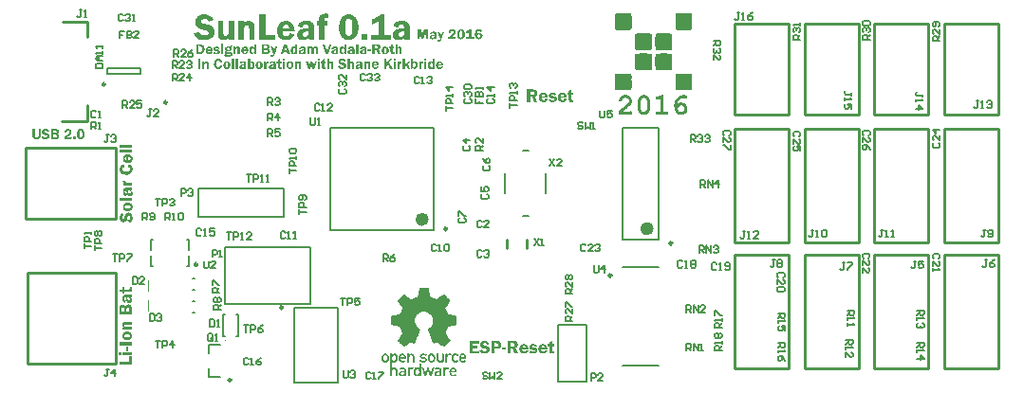
<source format=gto>
G04 Layer_Color=65535*
%FSLAX25Y25*%
%MOIN*%
G70*
G01*
G75*
%ADD39C,0.01000*%
%ADD62C,0.00984*%
%ADD63C,0.00984*%
%ADD64C,0.02362*%
%ADD65C,0.00394*%
%ADD66C,0.00787*%
%ADD67C,0.00500*%
G36*
X33726Y10944D02*
X32762D01*
Y11909D01*
X33726D01*
Y10944D01*
D02*
G37*
G36*
X37252D02*
X33990D01*
Y11909D01*
X37252D01*
Y10944D01*
D02*
G37*
G36*
Y7668D02*
X32845D01*
Y8716D01*
X36377D01*
Y10458D01*
X37252D01*
Y7668D01*
D02*
G37*
G36*
X178160Y104468D02*
X178209D01*
X178334Y104461D01*
X178472Y104447D01*
X178611Y104419D01*
X178750Y104391D01*
X178882Y104350D01*
X178889D01*
X178896Y104343D01*
X178937Y104322D01*
X179000Y104294D01*
X179069Y104245D01*
X179159Y104183D01*
X179250Y104100D01*
X179340Y104003D01*
X179423Y103885D01*
Y103878D01*
X179430Y103871D01*
X179444Y103850D01*
X179458Y103829D01*
X179493Y103760D01*
X179534Y103670D01*
X179569Y103559D01*
X179604Y103434D01*
X179631Y103295D01*
X179638Y103149D01*
Y103142D01*
Y103114D01*
X179631Y103073D01*
X179624Y103017D01*
X179618Y102955D01*
X179597Y102878D01*
X179576Y102795D01*
X179541Y102705D01*
X179500Y102615D01*
X179451Y102517D01*
X179388Y102420D01*
X179319Y102330D01*
X179229Y102240D01*
X179125Y102150D01*
X179007Y102073D01*
X178875Y102004D01*
X179687Y100068D01*
X178549D01*
X177869Y101810D01*
X177133D01*
Y100068D01*
X176092D01*
Y104475D01*
X178112D01*
X178160Y104468D01*
D02*
G37*
G36*
X185183Y103385D02*
X185232Y103378D01*
X185350Y103364D01*
X185482Y103343D01*
X185621Y103302D01*
X185752Y103253D01*
X185877Y103184D01*
X185884D01*
X185891Y103177D01*
X185926Y103142D01*
X185988Y103094D01*
X186058Y103024D01*
X186134Y102934D01*
X186211Y102823D01*
X186287Y102691D01*
X186356Y102531D01*
X185655Y102351D01*
Y102358D01*
X185648Y102372D01*
X185642Y102393D01*
X185628Y102420D01*
X185586Y102490D01*
X185530Y102573D01*
X185447Y102656D01*
X185392Y102691D01*
X185336Y102726D01*
X185267Y102753D01*
X185190Y102774D01*
X185107Y102788D01*
X185017Y102795D01*
X184975D01*
X184941Y102788D01*
X184864Y102781D01*
X184781Y102760D01*
X184691Y102726D01*
X184614Y102670D01*
X184580Y102636D01*
X184559Y102594D01*
X184545Y102552D01*
X184538Y102497D01*
Y102490D01*
Y102476D01*
X184545Y102455D01*
X184552Y102427D01*
X184573Y102365D01*
X184593Y102337D01*
X184621Y102309D01*
X184628D01*
X184642Y102295D01*
X184670Y102281D01*
X184712Y102268D01*
X184774Y102247D01*
X184857Y102233D01*
X184961Y102212D01*
X185086Y102191D01*
X185114D01*
X185142Y102184D01*
X185177Y102177D01*
X185225Y102171D01*
X185274Y102164D01*
X185399Y102143D01*
X185530Y102115D01*
X185669Y102087D01*
X185794Y102052D01*
X185905Y102018D01*
X185919Y102011D01*
X185947Y101997D01*
X186002Y101976D01*
X186058Y101942D01*
X186127Y101900D01*
X186204Y101844D01*
X186273Y101775D01*
X186336Y101699D01*
X186342Y101692D01*
X186363Y101657D01*
X186384Y101608D01*
X186419Y101539D01*
X186446Y101463D01*
X186467Y101365D01*
X186488Y101254D01*
X186495Y101129D01*
Y101122D01*
Y101109D01*
Y101081D01*
X186488Y101046D01*
X186481Y101005D01*
X186474Y100956D01*
X186446Y100838D01*
X186398Y100713D01*
X186328Y100574D01*
X186287Y100505D01*
X186238Y100435D01*
X186176Y100373D01*
X186106Y100311D01*
X186100D01*
X186086Y100297D01*
X186065Y100283D01*
X186037Y100262D01*
X185995Y100241D01*
X185947Y100213D01*
X185891Y100186D01*
X185829Y100158D01*
X185759Y100123D01*
X185683Y100095D01*
X185593Y100068D01*
X185496Y100047D01*
X185399Y100026D01*
X185287Y100012D01*
X185170Y100005D01*
X185045Y99998D01*
X184989D01*
X184927Y100005D01*
X184843Y100012D01*
X184746Y100026D01*
X184635Y100047D01*
X184517Y100082D01*
X184392Y100116D01*
X184260Y100172D01*
X184135Y100234D01*
X184011Y100311D01*
X183893Y100401D01*
X183782Y100512D01*
X183691Y100637D01*
X183615Y100789D01*
X183560Y100956D01*
X184364Y101081D01*
Y101074D01*
X184371Y101060D01*
X184378Y101039D01*
X184392Y101012D01*
X184427Y100942D01*
X184455Y100900D01*
X184489Y100866D01*
X184531Y100824D01*
X184587Y100783D01*
X184642Y100748D01*
X184712Y100713D01*
X184788Y100685D01*
X184878Y100664D01*
X184975Y100651D01*
X185086Y100644D01*
X185128D01*
X185170Y100651D01*
X185225Y100658D01*
X185287Y100664D01*
X185357Y100678D01*
X185426Y100699D01*
X185489Y100727D01*
X185496Y100734D01*
X185517Y100741D01*
X185544Y100762D01*
X185572Y100789D01*
X185600Y100817D01*
X185628Y100859D01*
X185648Y100907D01*
X185655Y100956D01*
Y100963D01*
X185648Y100991D01*
X185635Y101025D01*
X185607Y101074D01*
X185565Y101116D01*
X185496Y101164D01*
X185454Y101178D01*
X185406Y101199D01*
X185350Y101213D01*
X185287Y101220D01*
X185274D01*
X185246Y101227D01*
X185197Y101234D01*
X185128Y101241D01*
X185052Y101254D01*
X184961Y101275D01*
X184864Y101289D01*
X184753Y101317D01*
X184538Y101365D01*
X184323Y101435D01*
X184226Y101470D01*
X184135Y101511D01*
X184059Y101553D01*
X183990Y101601D01*
X183976Y101615D01*
X183941Y101650D01*
X183893Y101706D01*
X183837Y101789D01*
X183782Y101886D01*
X183733Y102011D01*
X183698Y102157D01*
X183691Y102233D01*
X183684Y102316D01*
Y102323D01*
Y102337D01*
Y102365D01*
X183691Y102393D01*
X183698Y102434D01*
X183705Y102483D01*
X183733Y102587D01*
X183775Y102712D01*
X183837Y102837D01*
X183879Y102899D01*
X183927Y102969D01*
X183983Y103031D01*
X184045Y103087D01*
X184052Y103094D01*
X184059Y103100D01*
X184080Y103114D01*
X184115Y103135D01*
X184149Y103156D01*
X184191Y103184D01*
X184247Y103211D01*
X184309Y103239D01*
X184371Y103267D01*
X184448Y103295D01*
X184531Y103323D01*
X184621Y103343D01*
X184719Y103364D01*
X184823Y103378D01*
X184934Y103392D01*
X185135D01*
X185183Y103385D01*
D02*
G37*
G36*
X35926Y12374D02*
X35225D01*
Y13914D01*
X35926D01*
Y12374D01*
D02*
G37*
G36*
X36121Y28794D02*
X36162Y28787D01*
X36211Y28780D01*
X36329Y28752D01*
X36467Y28710D01*
X36613Y28641D01*
X36683Y28600D01*
X36759Y28551D01*
X36828Y28495D01*
X36898Y28426D01*
X36905Y28419D01*
X36912Y28405D01*
X36933Y28384D01*
X36953Y28357D01*
X36981Y28315D01*
X37009Y28266D01*
X37044Y28204D01*
X37071Y28135D01*
X37106Y28051D01*
X37141Y27968D01*
X37168Y27864D01*
X37196Y27753D01*
X37217Y27635D01*
X37238Y27503D01*
X37245Y27364D01*
X37252Y27211D01*
Y25164D01*
X32845D01*
Y27204D01*
Y27211D01*
Y27232D01*
Y27260D01*
Y27295D01*
X32852Y27343D01*
Y27392D01*
X32859Y27517D01*
X32880Y27649D01*
X32900Y27788D01*
X32935Y27919D01*
X32984Y28037D01*
X32991Y28051D01*
X33011Y28086D01*
X33039Y28135D01*
X33081Y28197D01*
X33136Y28273D01*
X33206Y28350D01*
X33282Y28426D01*
X33372Y28495D01*
X33386Y28502D01*
X33414Y28523D01*
X33470Y28551D01*
X33539Y28586D01*
X33629Y28620D01*
X33733Y28648D01*
X33851Y28669D01*
X33983Y28676D01*
X34018D01*
X34052Y28669D01*
X34101Y28662D01*
X34163Y28655D01*
X34226Y28634D01*
X34302Y28606D01*
X34379Y28579D01*
X34462Y28537D01*
X34545Y28482D01*
X34628Y28419D01*
X34705Y28343D01*
X34781Y28253D01*
X34850Y28148D01*
X34913Y28023D01*
X34962Y27885D01*
Y27892D01*
X34969Y27905D01*
X34975Y27926D01*
X34982Y27961D01*
X35010Y28044D01*
X35052Y28141D01*
X35107Y28253D01*
X35177Y28370D01*
X35267Y28475D01*
X35371Y28572D01*
X35385Y28579D01*
X35427Y28606D01*
X35489Y28641D01*
X35565Y28690D01*
X35669Y28731D01*
X35781Y28766D01*
X35905Y28794D01*
X36037Y28801D01*
X36086D01*
X36121Y28794D01*
D02*
G37*
G36*
X37252Y31334D02*
X37245D01*
X37217Y31327D01*
X37175Y31320D01*
X37120Y31313D01*
X37051Y31299D01*
X36960Y31292D01*
X36863Y31285D01*
X36759D01*
X36766Y31271D01*
X36808Y31244D01*
X36870Y31195D01*
X36939Y31133D01*
X37016Y31056D01*
X37092Y30973D01*
X37161Y30883D01*
X37210Y30792D01*
X37217Y30779D01*
X37224Y30751D01*
X37245Y30702D01*
X37266Y30633D01*
X37286Y30550D01*
X37300Y30459D01*
X37314Y30355D01*
X37321Y30244D01*
Y30237D01*
Y30223D01*
Y30203D01*
X37314Y30168D01*
Y30126D01*
X37307Y30085D01*
X37293Y29980D01*
X37259Y29862D01*
X37217Y29738D01*
X37161Y29613D01*
X37078Y29502D01*
X37064Y29488D01*
X37030Y29460D01*
X36974Y29411D01*
X36898Y29363D01*
X36808Y29314D01*
X36690Y29266D01*
X36558Y29238D01*
X36412Y29224D01*
X36356D01*
X36301Y29231D01*
X36225Y29245D01*
X36134Y29266D01*
X36037Y29294D01*
X35940Y29328D01*
X35843Y29384D01*
X35829Y29391D01*
X35801Y29418D01*
X35753Y29453D01*
X35697Y29515D01*
X35635Y29585D01*
X35565Y29675D01*
X35496Y29786D01*
X35440Y29911D01*
Y29918D01*
X35434Y29932D01*
X35427Y29953D01*
X35420Y29980D01*
X35406Y30029D01*
X35392Y30078D01*
X35378Y30140D01*
X35357Y30217D01*
X35343Y30300D01*
X35322Y30397D01*
X35302Y30508D01*
X35288Y30626D01*
X35267Y30765D01*
X35253Y30911D01*
X35232Y31070D01*
X35218Y31244D01*
X34996D01*
X34962Y31237D01*
X34885Y31216D01*
X34795Y31181D01*
X34753Y31160D01*
X34712Y31126D01*
X34670Y31091D01*
X34635Y31042D01*
X34601Y30987D01*
X34580Y30924D01*
X34566Y30848D01*
X34559Y30765D01*
Y30758D01*
Y30744D01*
Y30716D01*
X34566Y30688D01*
X34587Y30605D01*
X34615Y30508D01*
X34677Y30411D01*
X34712Y30362D01*
X34760Y30321D01*
X34809Y30279D01*
X34878Y30251D01*
X34948Y30223D01*
X35031Y30209D01*
X34948Y29321D01*
X34941D01*
X34920Y29328D01*
X34892Y29335D01*
X34857Y29342D01*
X34809Y29356D01*
X34760Y29370D01*
X34642Y29418D01*
X34510Y29488D01*
X34385Y29578D01*
X34323Y29634D01*
X34261Y29696D01*
X34212Y29765D01*
X34163Y29842D01*
Y29849D01*
X34157Y29862D01*
X34143Y29883D01*
X34129Y29918D01*
X34108Y29960D01*
X34087Y30015D01*
X34066Y30071D01*
X34045Y30133D01*
X34004Y30279D01*
X33962Y30452D01*
X33934Y30640D01*
X33928Y30841D01*
Y30848D01*
Y30855D01*
Y30897D01*
X33934Y30959D01*
Y31042D01*
X33948Y31139D01*
X33962Y31244D01*
X33983Y31355D01*
X34011Y31466D01*
Y31480D01*
X34025Y31514D01*
X34045Y31570D01*
X34066Y31632D01*
X34101Y31709D01*
X34143Y31785D01*
X34184Y31854D01*
X34240Y31924D01*
X34247Y31931D01*
X34268Y31951D01*
X34295Y31979D01*
X34337Y32014D01*
X34385Y32049D01*
X34441Y32090D01*
X34503Y32118D01*
X34566Y32146D01*
X34573D01*
X34601Y32153D01*
X34642Y32167D01*
X34705Y32181D01*
X34788Y32187D01*
X34892Y32201D01*
X35017Y32208D01*
X36794D01*
X36884Y32215D01*
X36981Y32222D01*
X37078Y32229D01*
X37175Y32243D01*
X37252Y32264D01*
Y31334D01*
D02*
G37*
G36*
Y21708D02*
X35246D01*
X35170Y21701D01*
X35093Y21694D01*
X35031Y21687D01*
X34975Y21680D01*
X34969D01*
X34955Y21673D01*
X34934Y21666D01*
X34899Y21653D01*
X34837Y21618D01*
X34767Y21555D01*
X34760Y21548D01*
X34753Y21542D01*
X34740Y21514D01*
X34719Y21486D01*
X34705Y21451D01*
X34691Y21410D01*
X34684Y21361D01*
X34677Y21305D01*
Y21299D01*
Y21285D01*
X34684Y21257D01*
X34691Y21229D01*
X34719Y21146D01*
X34740Y21104D01*
X34767Y21056D01*
X34809Y21007D01*
X34857Y20966D01*
X34920Y20924D01*
X34996Y20882D01*
X35080Y20854D01*
X35177Y20827D01*
X35295Y20813D01*
X35427Y20806D01*
X37252D01*
Y19841D01*
X33990D01*
Y20736D01*
X34538D01*
X34531Y20743D01*
X34510Y20757D01*
X34483Y20778D01*
X34413Y20820D01*
X34337Y20875D01*
X34254Y20938D01*
X34170Y21014D01*
X34101Y21090D01*
X34045Y21174D01*
X34038Y21181D01*
X34025Y21208D01*
X34011Y21257D01*
X33983Y21313D01*
X33962Y21382D01*
X33948Y21458D01*
X33934Y21548D01*
X33928Y21639D01*
Y21646D01*
Y21659D01*
Y21680D01*
X33934Y21715D01*
Y21757D01*
X33941Y21798D01*
X33962Y21909D01*
X33990Y22027D01*
X34038Y22152D01*
X34101Y22277D01*
X34184Y22388D01*
X34198Y22402D01*
X34212Y22416D01*
X34233Y22430D01*
X34268Y22458D01*
X34302Y22478D01*
X34344Y22506D01*
X34399Y22534D01*
X34462Y22555D01*
X34531Y22582D01*
X34615Y22610D01*
X34705Y22631D01*
X34802Y22645D01*
X34913Y22659D01*
X35031Y22673D01*
X37252D01*
Y21708D01*
D02*
G37*
G36*
Y14442D02*
X32845D01*
Y15469D01*
X37252D01*
Y14442D01*
D02*
G37*
G36*
X35753Y19230D02*
X35815Y19223D01*
X35892Y19217D01*
X35968Y19203D01*
X36058Y19182D01*
X36252Y19133D01*
X36350Y19099D01*
X36454Y19050D01*
X36551Y19001D01*
X36655Y18946D01*
X36752Y18877D01*
X36842Y18800D01*
X36849Y18793D01*
X36863Y18779D01*
X36884Y18758D01*
X36919Y18724D01*
X36953Y18675D01*
X36995Y18627D01*
X37037Y18564D01*
X37078Y18495D01*
X37127Y18418D01*
X37168Y18328D01*
X37210Y18238D01*
X37245Y18134D01*
X37279Y18023D01*
X37300Y17905D01*
X37314Y17780D01*
X37321Y17648D01*
Y17641D01*
Y17620D01*
Y17579D01*
X37314Y17530D01*
X37307Y17475D01*
X37293Y17405D01*
X37279Y17329D01*
X37259Y17253D01*
X37203Y17072D01*
X37168Y16982D01*
X37120Y16885D01*
X37064Y16794D01*
X37002Y16704D01*
X36933Y16621D01*
X36849Y16538D01*
X36842Y16531D01*
X36828Y16517D01*
X36801Y16496D01*
X36759Y16475D01*
X36717Y16441D01*
X36655Y16406D01*
X36593Y16371D01*
X36516Y16330D01*
X36433Y16288D01*
X36336Y16253D01*
X36239Y16218D01*
X36127Y16184D01*
X36009Y16163D01*
X35892Y16142D01*
X35760Y16128D01*
X35621Y16121D01*
X35531D01*
X35489Y16128D01*
X35434D01*
X35315Y16142D01*
X35177Y16170D01*
X35031Y16198D01*
X34878Y16246D01*
X34740Y16309D01*
X34732D01*
X34726Y16316D01*
X34705Y16330D01*
X34677Y16343D01*
X34615Y16385D01*
X34531Y16441D01*
X34441Y16517D01*
X34344Y16607D01*
X34247Y16704D01*
X34157Y16822D01*
Y16829D01*
X34150Y16836D01*
X34136Y16857D01*
X34122Y16885D01*
X34087Y16954D01*
X34038Y17051D01*
X33997Y17169D01*
X33962Y17315D01*
X33934Y17475D01*
X33928Y17655D01*
Y17662D01*
Y17690D01*
Y17725D01*
X33934Y17780D01*
X33941Y17842D01*
X33955Y17912D01*
X33969Y17995D01*
X33990Y18078D01*
X34018Y18169D01*
X34045Y18266D01*
X34087Y18363D01*
X34136Y18460D01*
X34191Y18550D01*
X34261Y18647D01*
X34330Y18731D01*
X34420Y18814D01*
X34427Y18821D01*
X34441Y18835D01*
X34469Y18856D01*
X34510Y18883D01*
X34552Y18911D01*
X34615Y18946D01*
X34677Y18988D01*
X34753Y19029D01*
X34837Y19064D01*
X34927Y19105D01*
X35031Y19140D01*
X35135Y19175D01*
X35253Y19196D01*
X35371Y19217D01*
X35503Y19230D01*
X35635Y19237D01*
X35704D01*
X35753Y19230D01*
D02*
G37*
G36*
X165473Y15936D02*
X165529D01*
X165661Y15929D01*
X165799Y15916D01*
X165945Y15888D01*
X166091Y15860D01*
X166216Y15818D01*
X166223D01*
X166230Y15811D01*
X166271Y15798D01*
X166327Y15763D01*
X166403Y15714D01*
X166486Y15652D01*
X166584Y15575D01*
X166681Y15485D01*
X166771Y15374D01*
Y15367D01*
X166785Y15360D01*
X166792Y15339D01*
X166813Y15319D01*
X166847Y15249D01*
X166896Y15159D01*
X166937Y15041D01*
X166979Y14909D01*
X167007Y14757D01*
X167014Y14590D01*
Y14583D01*
Y14576D01*
Y14535D01*
X167007Y14472D01*
X167000Y14389D01*
X166979Y14292D01*
X166958Y14181D01*
X166924Y14070D01*
X166882Y13952D01*
X166875Y13938D01*
X166861Y13903D01*
X166826Y13840D01*
X166785Y13771D01*
X166736Y13695D01*
X166674Y13611D01*
X166597Y13535D01*
X166514Y13459D01*
X166507Y13452D01*
X166472Y13431D01*
X166431Y13403D01*
X166375Y13369D01*
X166306Y13327D01*
X166230Y13292D01*
X166146Y13258D01*
X166063Y13230D01*
X166056D01*
X166021Y13223D01*
X165966Y13216D01*
X165896Y13202D01*
X165799Y13195D01*
X165674Y13181D01*
X165536Y13174D01*
X164647D01*
Y11536D01*
X163599D01*
Y15943D01*
X165425D01*
X165473Y15936D01*
D02*
G37*
G36*
X171358D02*
X171407D01*
X171532Y15929D01*
X171670Y15916D01*
X171809Y15888D01*
X171948Y15860D01*
X172080Y15818D01*
X172087D01*
X172094Y15811D01*
X172135Y15791D01*
X172198Y15763D01*
X172267Y15714D01*
X172358Y15652D01*
X172448Y15569D01*
X172538Y15471D01*
X172621Y15353D01*
Y15347D01*
X172628Y15339D01*
X172642Y15319D01*
X172656Y15298D01*
X172691Y15228D01*
X172732Y15138D01*
X172767Y15027D01*
X172802Y14902D01*
X172829Y14763D01*
X172836Y14618D01*
Y14611D01*
Y14583D01*
X172829Y14541D01*
X172823Y14486D01*
X172816Y14424D01*
X172795Y14347D01*
X172774Y14264D01*
X172739Y14174D01*
X172698Y14083D01*
X172649Y13986D01*
X172587Y13889D01*
X172517Y13799D01*
X172427Y13709D01*
X172323Y13618D01*
X172205Y13542D01*
X172073Y13473D01*
X172885Y11536D01*
X171747D01*
X171067Y13278D01*
X170331D01*
Y11536D01*
X169290D01*
Y15943D01*
X171310D01*
X171358Y15936D01*
D02*
G37*
G36*
X159137Y15104D02*
X157048D01*
Y14201D01*
X158693D01*
Y13375D01*
X157048D01*
Y12411D01*
X159137D01*
Y11536D01*
X156000D01*
Y15943D01*
X159137D01*
Y15104D01*
D02*
G37*
G36*
X181740Y14854D02*
X181796Y14847D01*
X181858Y14840D01*
X181928Y14826D01*
X182011Y14805D01*
X182178Y14750D01*
X182268Y14715D01*
X182358Y14673D01*
X182448Y14625D01*
X182545Y14562D01*
X182636Y14493D01*
X182719Y14416D01*
X182726Y14410D01*
X182740Y14396D01*
X182761Y14368D01*
X182788Y14333D01*
X182823Y14285D01*
X182865Y14222D01*
X182899Y14153D01*
X182948Y14076D01*
X182990Y13979D01*
X183024Y13875D01*
X183066Y13757D01*
X183101Y13632D01*
X183128Y13494D01*
X183149Y13341D01*
X183163Y13174D01*
X183170Y13001D01*
X181067D01*
Y12994D01*
Y12987D01*
Y12945D01*
Y12897D01*
Y12848D01*
Y12841D01*
Y12834D01*
Y12793D01*
X181074Y12730D01*
X181088Y12654D01*
X181109Y12571D01*
X181144Y12480D01*
X181185Y12397D01*
X181248Y12321D01*
X181255Y12314D01*
X181282Y12293D01*
X181324Y12265D01*
X181373Y12237D01*
X181442Y12203D01*
X181511Y12175D01*
X181602Y12154D01*
X181692Y12147D01*
X181713D01*
X181740Y12154D01*
X181768D01*
X181851Y12175D01*
X181949Y12210D01*
X181997Y12237D01*
X182046Y12272D01*
X182094Y12314D01*
X182143Y12362D01*
X182185Y12425D01*
X182219Y12494D01*
X182254Y12571D01*
X182275Y12661D01*
X183149Y12591D01*
X183142Y12577D01*
X183128Y12543D01*
X183108Y12487D01*
X183073Y12418D01*
X183031Y12328D01*
X182976Y12237D01*
X182906Y12133D01*
X182823Y12029D01*
X182733Y11925D01*
X182622Y11821D01*
X182504Y11731D01*
X182365Y11641D01*
X182219Y11571D01*
X182046Y11516D01*
X181865Y11481D01*
X181664Y11467D01*
X181581D01*
X181539Y11474D01*
X181491Y11481D01*
X181380Y11495D01*
X181248Y11516D01*
X181109Y11550D01*
X180970Y11599D01*
X180831Y11661D01*
X180824D01*
X180817Y11668D01*
X180776Y11696D01*
X180713Y11745D01*
X180637Y11807D01*
X180547Y11883D01*
X180450Y11981D01*
X180359Y12099D01*
X180269Y12230D01*
Y12237D01*
X180262Y12244D01*
X180248Y12272D01*
X180235Y12300D01*
X180221Y12335D01*
X180200Y12376D01*
X180165Y12480D01*
X180123Y12612D01*
X180089Y12765D01*
X180061Y12938D01*
X180054Y13126D01*
Y13133D01*
Y13160D01*
Y13202D01*
X180061Y13258D01*
X180068Y13320D01*
X180075Y13396D01*
X180089Y13480D01*
X180110Y13577D01*
X180158Y13771D01*
X180200Y13875D01*
X180241Y13986D01*
X180290Y14090D01*
X180345Y14187D01*
X180415Y14292D01*
X180491Y14382D01*
X180498Y14389D01*
X180512Y14403D01*
X180540Y14424D01*
X180575Y14458D01*
X180616Y14493D01*
X180672Y14535D01*
X180734Y14576D01*
X180804Y14625D01*
X180880Y14666D01*
X180963Y14708D01*
X181060Y14750D01*
X181164Y14784D01*
X181269Y14819D01*
X181386Y14840D01*
X181511Y14854D01*
X181636Y14861D01*
X181699D01*
X181740Y14854D01*
D02*
G37*
G36*
X184863Y14798D02*
X185564D01*
Y14049D01*
X184863D01*
Y12668D01*
Y12654D01*
Y12626D01*
X184870Y12584D01*
Y12529D01*
X184898Y12411D01*
X184912Y12362D01*
X184940Y12321D01*
X184947D01*
X184954Y12307D01*
X184981Y12293D01*
X185016Y12279D01*
X185065Y12265D01*
X185127Y12251D01*
X185204Y12244D01*
X185301Y12237D01*
X185488D01*
X185606Y12244D01*
Y11536D01*
X185585D01*
X185564Y11530D01*
X185537Y11523D01*
X185460Y11516D01*
X185370Y11502D01*
X185273Y11488D01*
X185176Y11481D01*
X185079Y11467D01*
X184947D01*
X184905Y11474D01*
X184856D01*
X184801Y11481D01*
X184669Y11495D01*
X184530Y11523D01*
X184385Y11564D01*
X184260Y11620D01*
X184197Y11654D01*
X184149Y11696D01*
X184135Y11710D01*
X184107Y11745D01*
X184072Y11800D01*
X184045Y11842D01*
X184024Y11883D01*
X184003Y11939D01*
X183975Y12001D01*
X183954Y12071D01*
X183940Y12147D01*
X183920Y12230D01*
X183913Y12321D01*
X183899Y12418D01*
Y12529D01*
Y14049D01*
X183385D01*
Y14798D01*
X183954D01*
X184031Y15756D01*
X184863Y15825D01*
Y14798D01*
D02*
G37*
G36*
X168763Y12862D02*
X167222D01*
Y13563D01*
X168763D01*
Y12862D01*
D02*
G37*
G36*
X188542Y103385D02*
X188598Y103378D01*
X188660Y103371D01*
X188730Y103357D01*
X188813Y103336D01*
X188980Y103281D01*
X189070Y103246D01*
X189160Y103205D01*
X189250Y103156D01*
X189347Y103094D01*
X189438Y103024D01*
X189521Y102948D01*
X189528Y102941D01*
X189542Y102927D01*
X189563Y102899D01*
X189590Y102865D01*
X189625Y102816D01*
X189667Y102753D01*
X189701Y102684D01*
X189750Y102608D01*
X189792Y102510D01*
X189826Y102406D01*
X189868Y102288D01*
X189903Y102164D01*
X189930Y102025D01*
X189951Y101872D01*
X189965Y101706D01*
X189972Y101532D01*
X187869D01*
Y101525D01*
Y101518D01*
Y101477D01*
Y101428D01*
Y101379D01*
Y101372D01*
Y101365D01*
Y101324D01*
X187876Y101261D01*
X187890Y101185D01*
X187911Y101102D01*
X187946Y101012D01*
X187987Y100928D01*
X188050Y100852D01*
X188057Y100845D01*
X188084Y100824D01*
X188126Y100796D01*
X188175Y100769D01*
X188244Y100734D01*
X188313Y100706D01*
X188404Y100685D01*
X188494Y100678D01*
X188515D01*
X188542Y100685D01*
X188570D01*
X188653Y100706D01*
X188751Y100741D01*
X188799Y100769D01*
X188848Y100803D01*
X188896Y100845D01*
X188945Y100893D01*
X188987Y100956D01*
X189021Y101025D01*
X189056Y101102D01*
X189077Y101192D01*
X189951Y101122D01*
X189944Y101109D01*
X189930Y101074D01*
X189910Y101018D01*
X189875Y100949D01*
X189833Y100859D01*
X189778Y100769D01*
X189708Y100664D01*
X189625Y100560D01*
X189535Y100456D01*
X189424Y100352D01*
X189306Y100262D01*
X189167Y100172D01*
X189021Y100102D01*
X188848Y100047D01*
X188667Y100012D01*
X188466Y99998D01*
X188383D01*
X188341Y100005D01*
X188293Y100012D01*
X188181Y100026D01*
X188050Y100047D01*
X187911Y100082D01*
X187772Y100130D01*
X187633Y100193D01*
X187626D01*
X187619Y100199D01*
X187578Y100227D01*
X187515Y100276D01*
X187439Y100338D01*
X187349Y100415D01*
X187251Y100512D01*
X187161Y100630D01*
X187071Y100762D01*
Y100769D01*
X187064Y100776D01*
X187050Y100803D01*
X187036Y100831D01*
X187022Y100866D01*
X187002Y100907D01*
X186967Y101012D01*
X186925Y101143D01*
X186891Y101296D01*
X186863Y101470D01*
X186856Y101657D01*
Y101664D01*
Y101692D01*
Y101733D01*
X186863Y101789D01*
X186870Y101851D01*
X186877Y101928D01*
X186891Y102011D01*
X186911Y102108D01*
X186960Y102302D01*
X187002Y102406D01*
X187043Y102517D01*
X187092Y102622D01*
X187147Y102719D01*
X187217Y102823D01*
X187293Y102913D01*
X187300Y102920D01*
X187314Y102934D01*
X187342Y102955D01*
X187376Y102989D01*
X187418Y103024D01*
X187474Y103066D01*
X187536Y103107D01*
X187606Y103156D01*
X187682Y103198D01*
X187765Y103239D01*
X187862Y103281D01*
X187966Y103316D01*
X188070Y103350D01*
X188188Y103371D01*
X188313Y103385D01*
X188438Y103392D01*
X188501D01*
X188542Y103385D01*
D02*
G37*
G36*
X191665Y103330D02*
X192366D01*
Y102580D01*
X191665D01*
Y101199D01*
Y101185D01*
Y101157D01*
X191672Y101116D01*
Y101060D01*
X191700Y100942D01*
X191714Y100893D01*
X191742Y100852D01*
X191749D01*
X191756Y100838D01*
X191783Y100824D01*
X191818Y100810D01*
X191867Y100796D01*
X191929Y100783D01*
X192005Y100776D01*
X192103Y100769D01*
X192290D01*
X192408Y100776D01*
Y100068D01*
X192387D01*
X192366Y100061D01*
X192339Y100054D01*
X192262Y100047D01*
X192172Y100033D01*
X192075Y100019D01*
X191978Y100012D01*
X191881Y99998D01*
X191749D01*
X191707Y100005D01*
X191658D01*
X191603Y100012D01*
X191471Y100026D01*
X191332Y100054D01*
X191186Y100095D01*
X191062Y100151D01*
X190999Y100186D01*
X190951Y100227D01*
X190937Y100241D01*
X190909Y100276D01*
X190874Y100331D01*
X190847Y100373D01*
X190826Y100415D01*
X190805Y100470D01*
X190777Y100533D01*
X190756Y100602D01*
X190742Y100678D01*
X190722Y100762D01*
X190715Y100852D01*
X190701Y100949D01*
Y101060D01*
Y102580D01*
X190187D01*
Y103330D01*
X190756D01*
X190833Y104287D01*
X191665Y104357D01*
Y103330D01*
D02*
G37*
G36*
X181887Y103385D02*
X181942Y103378D01*
X182005Y103371D01*
X182074Y103357D01*
X182158Y103336D01*
X182324Y103281D01*
X182414Y103246D01*
X182505Y103205D01*
X182595Y103156D01*
X182692Y103094D01*
X182782Y103024D01*
X182866Y102948D01*
X182872Y102941D01*
X182886Y102927D01*
X182907Y102899D01*
X182935Y102865D01*
X182970Y102816D01*
X183011Y102753D01*
X183046Y102684D01*
X183095Y102608D01*
X183136Y102510D01*
X183171Y102406D01*
X183212Y102288D01*
X183247Y102164D01*
X183275Y102025D01*
X183296Y101872D01*
X183310Y101706D01*
X183317Y101532D01*
X181214D01*
Y101525D01*
Y101518D01*
Y101477D01*
Y101428D01*
Y101379D01*
Y101372D01*
Y101365D01*
Y101324D01*
X181221Y101261D01*
X181235Y101185D01*
X181255Y101102D01*
X181290Y101012D01*
X181332Y100928D01*
X181394Y100852D01*
X181401Y100845D01*
X181429Y100824D01*
X181471Y100796D01*
X181519Y100769D01*
X181588Y100734D01*
X181658Y100706D01*
X181748Y100685D01*
X181838Y100678D01*
X181859D01*
X181887Y100685D01*
X181915D01*
X181998Y100706D01*
X182095Y100741D01*
X182144Y100769D01*
X182192Y100803D01*
X182241Y100845D01*
X182290Y100893D01*
X182331Y100956D01*
X182366Y101025D01*
X182401Y101102D01*
X182421Y101192D01*
X183296Y101122D01*
X183289Y101109D01*
X183275Y101074D01*
X183254Y101018D01*
X183219Y100949D01*
X183178Y100859D01*
X183122Y100769D01*
X183053Y100664D01*
X182970Y100560D01*
X182879Y100456D01*
X182768Y100352D01*
X182650Y100262D01*
X182511Y100172D01*
X182366Y100102D01*
X182192Y100047D01*
X182012Y100012D01*
X181811Y99998D01*
X181727D01*
X181686Y100005D01*
X181637Y100012D01*
X181526Y100026D01*
X181394Y100047D01*
X181255Y100082D01*
X181117Y100130D01*
X180978Y100193D01*
X180971D01*
X180964Y100199D01*
X180922Y100227D01*
X180860Y100276D01*
X180783Y100338D01*
X180693Y100415D01*
X180596Y100512D01*
X180506Y100630D01*
X180416Y100762D01*
Y100769D01*
X180409Y100776D01*
X180395Y100803D01*
X180381Y100831D01*
X180367Y100866D01*
X180346Y100907D01*
X180312Y101012D01*
X180270Y101143D01*
X180235Y101296D01*
X180207Y101470D01*
X180201Y101657D01*
Y101664D01*
Y101692D01*
Y101733D01*
X180207Y101789D01*
X180214Y101851D01*
X180221Y101928D01*
X180235Y102011D01*
X180256Y102108D01*
X180305Y102302D01*
X180346Y102406D01*
X180388Y102517D01*
X180437Y102622D01*
X180492Y102719D01*
X180561Y102823D01*
X180638Y102913D01*
X180645Y102920D01*
X180658Y102934D01*
X180686Y102955D01*
X180721Y102989D01*
X180763Y103024D01*
X180818Y103066D01*
X180881Y103107D01*
X180950Y103156D01*
X181026Y103198D01*
X181110Y103239D01*
X181207Y103281D01*
X181311Y103316D01*
X181415Y103350D01*
X181533Y103371D01*
X181658Y103385D01*
X181783Y103392D01*
X181845D01*
X181887Y103385D01*
D02*
G37*
G36*
X178382Y14854D02*
X178430Y14847D01*
X178548Y14833D01*
X178680Y14812D01*
X178819Y14771D01*
X178951Y14722D01*
X179076Y14652D01*
X179082D01*
X179089Y14646D01*
X179124Y14611D01*
X179186Y14562D01*
X179256Y14493D01*
X179332Y14403D01*
X179409Y14292D01*
X179485Y14160D01*
X179554Y14000D01*
X178853Y13820D01*
Y13827D01*
X178847Y13840D01*
X178840Y13861D01*
X178826Y13889D01*
X178784Y13959D01*
X178728Y14042D01*
X178645Y14125D01*
X178590Y14160D01*
X178534Y14195D01*
X178465Y14222D01*
X178388Y14243D01*
X178305Y14257D01*
X178215Y14264D01*
X178173D01*
X178139Y14257D01*
X178062Y14250D01*
X177979Y14229D01*
X177889Y14195D01*
X177812Y14139D01*
X177778Y14104D01*
X177757Y14063D01*
X177743Y14021D01*
X177736Y13965D01*
Y13959D01*
Y13945D01*
X177743Y13924D01*
X177750Y13896D01*
X177771Y13834D01*
X177792Y13806D01*
X177819Y13778D01*
X177826D01*
X177840Y13764D01*
X177868Y13750D01*
X177910Y13736D01*
X177972Y13716D01*
X178055Y13702D01*
X178159Y13681D01*
X178284Y13660D01*
X178312D01*
X178340Y13653D01*
X178375Y13646D01*
X178423Y13639D01*
X178472Y13632D01*
X178597Y13611D01*
X178728Y13584D01*
X178867Y13556D01*
X178992Y13521D01*
X179103Y13487D01*
X179117Y13480D01*
X179145Y13466D01*
X179200Y13445D01*
X179256Y13410D01*
X179325Y13369D01*
X179402Y13313D01*
X179471Y13244D01*
X179534Y13167D01*
X179541Y13160D01*
X179561Y13126D01*
X179582Y13077D01*
X179617Y13008D01*
X179645Y12931D01*
X179665Y12834D01*
X179686Y12723D01*
X179693Y12598D01*
Y12591D01*
Y12577D01*
Y12550D01*
X179686Y12515D01*
X179679Y12473D01*
X179672Y12425D01*
X179645Y12307D01*
X179596Y12182D01*
X179527Y12043D01*
X179485Y11974D01*
X179436Y11904D01*
X179374Y11842D01*
X179305Y11779D01*
X179298D01*
X179284Y11765D01*
X179263Y11752D01*
X179235Y11731D01*
X179193Y11710D01*
X179145Y11682D01*
X179089Y11654D01*
X179027Y11627D01*
X178957Y11592D01*
X178881Y11564D01*
X178791Y11536D01*
X178694Y11516D01*
X178597Y11495D01*
X178486Y11481D01*
X178368Y11474D01*
X178243Y11467D01*
X178187D01*
X178125Y11474D01*
X178041Y11481D01*
X177944Y11495D01*
X177833Y11516D01*
X177715Y11550D01*
X177590Y11585D01*
X177459Y11641D01*
X177334Y11703D01*
X177209Y11779D01*
X177091Y11869D01*
X176980Y11981D01*
X176889Y12105D01*
X176813Y12258D01*
X176758Y12425D01*
X177563Y12550D01*
Y12543D01*
X177569Y12529D01*
X177576Y12508D01*
X177590Y12480D01*
X177625Y12411D01*
X177653Y12369D01*
X177688Y12335D01*
X177729Y12293D01*
X177785Y12251D01*
X177840Y12217D01*
X177910Y12182D01*
X177986Y12154D01*
X178076Y12133D01*
X178173Y12119D01*
X178284Y12112D01*
X178326D01*
X178368Y12119D01*
X178423Y12126D01*
X178486Y12133D01*
X178555Y12147D01*
X178624Y12168D01*
X178687Y12196D01*
X178694Y12203D01*
X178715Y12210D01*
X178742Y12230D01*
X178770Y12258D01*
X178798Y12286D01*
X178826Y12328D01*
X178847Y12376D01*
X178853Y12425D01*
Y12432D01*
X178847Y12459D01*
X178833Y12494D01*
X178805Y12543D01*
X178763Y12584D01*
X178694Y12633D01*
X178652Y12647D01*
X178604Y12668D01*
X178548Y12682D01*
X178486Y12688D01*
X178472D01*
X178444Y12695D01*
X178395Y12702D01*
X178326Y12709D01*
X178250Y12723D01*
X178159Y12744D01*
X178062Y12758D01*
X177951Y12786D01*
X177736Y12834D01*
X177521Y12904D01*
X177424Y12938D01*
X177334Y12980D01*
X177257Y13022D01*
X177188Y13070D01*
X177174Y13084D01*
X177139Y13119D01*
X177091Y13174D01*
X177035Y13258D01*
X176980Y13355D01*
X176931Y13480D01*
X176896Y13625D01*
X176889Y13702D01*
X176883Y13785D01*
Y13792D01*
Y13806D01*
Y13834D01*
X176889Y13861D01*
X176896Y13903D01*
X176903Y13952D01*
X176931Y14056D01*
X176973Y14181D01*
X177035Y14306D01*
X177077Y14368D01*
X177125Y14437D01*
X177181Y14500D01*
X177243Y14555D01*
X177250Y14562D01*
X177257Y14569D01*
X177278Y14583D01*
X177313Y14604D01*
X177347Y14625D01*
X177389Y14652D01*
X177445Y14680D01*
X177507Y14708D01*
X177569Y14736D01*
X177646Y14763D01*
X177729Y14791D01*
X177819Y14812D01*
X177917Y14833D01*
X178021Y14847D01*
X178132Y14861D01*
X178333D01*
X178382Y14854D01*
D02*
G37*
G36*
X161260Y15999D02*
X161344Y15992D01*
X161448Y15971D01*
X161566Y15950D01*
X161698Y15916D01*
X161830Y15874D01*
X161975Y15818D01*
X162114Y15749D01*
X162253Y15666D01*
X162392Y15569D01*
X162517Y15451D01*
X162628Y15312D01*
X162725Y15145D01*
X162808Y14965D01*
X161927Y14673D01*
Y14680D01*
X161920Y14694D01*
X161906Y14722D01*
X161892Y14757D01*
X161837Y14840D01*
X161767Y14937D01*
X161719Y14986D01*
X161663Y15034D01*
X161601Y15076D01*
X161531Y15118D01*
X161455Y15152D01*
X161372Y15180D01*
X161274Y15194D01*
X161170Y15201D01*
X161115D01*
X161073Y15194D01*
X161031Y15187D01*
X160976Y15180D01*
X160865Y15152D01*
X160754Y15104D01*
X160698Y15069D01*
X160657Y15034D01*
X160615Y14986D01*
X160587Y14930D01*
X160566Y14868D01*
X160560Y14798D01*
Y14791D01*
Y14771D01*
X160566Y14743D01*
X160573Y14708D01*
X160587Y14666D01*
X160608Y14625D01*
X160636Y14576D01*
X160671Y14535D01*
X160678Y14528D01*
X160698Y14514D01*
X160726Y14493D01*
X160782Y14472D01*
X160851Y14437D01*
X160941Y14403D01*
X161052Y14375D01*
X161191Y14340D01*
X161198D01*
X161219Y14333D01*
X161254Y14326D01*
X161302Y14319D01*
X161358Y14306D01*
X161420Y14292D01*
X161566Y14257D01*
X161725Y14208D01*
X161892Y14167D01*
X162045Y14111D01*
X162114Y14090D01*
X162177Y14063D01*
X162183D01*
X162190Y14056D01*
X162232Y14035D01*
X162288Y14000D01*
X162357Y13952D01*
X162440Y13889D01*
X162531Y13813D01*
X162621Y13723D01*
X162704Y13611D01*
X162711Y13598D01*
X162739Y13556D01*
X162773Y13494D01*
X162815Y13410D01*
X162857Y13313D01*
X162891Y13195D01*
X162919Y13070D01*
X162926Y12931D01*
Y12924D01*
Y12904D01*
Y12876D01*
X162919Y12834D01*
X162912Y12779D01*
X162898Y12716D01*
X162884Y12654D01*
X162871Y12577D01*
X162815Y12418D01*
X162773Y12335D01*
X162732Y12244D01*
X162676Y12154D01*
X162614Y12071D01*
X162544Y11981D01*
X162461Y11897D01*
X162454Y11890D01*
X162440Y11876D01*
X162413Y11856D01*
X162378Y11828D01*
X162329Y11800D01*
X162267Y11759D01*
X162197Y11724D01*
X162121Y11682D01*
X162031Y11641D01*
X161927Y11606D01*
X161816Y11564D01*
X161691Y11536D01*
X161559Y11509D01*
X161413Y11488D01*
X161260Y11474D01*
X161094Y11467D01*
X161031D01*
X160983Y11474D01*
X160921D01*
X160858Y11481D01*
X160782Y11495D01*
X160698Y11509D01*
X160518Y11543D01*
X160324Y11599D01*
X160129Y11675D01*
X160032Y11717D01*
X159942Y11772D01*
X159935Y11779D01*
X159921Y11786D01*
X159900Y11807D01*
X159866Y11828D01*
X159824Y11863D01*
X159782Y11904D01*
X159734Y11946D01*
X159685Y12001D01*
X159630Y12064D01*
X159581Y12126D01*
X159526Y12203D01*
X159477Y12286D01*
X159428Y12376D01*
X159387Y12466D01*
X159352Y12571D01*
X159317Y12682D01*
X160275Y12904D01*
Y12897D01*
X160282Y12876D01*
X160296Y12848D01*
X160310Y12807D01*
X160337Y12765D01*
X160365Y12709D01*
X160400Y12654D01*
X160449Y12598D01*
X160504Y12543D01*
X160566Y12487D01*
X160636Y12432D01*
X160719Y12390D01*
X160816Y12348D01*
X160921Y12321D01*
X161038Y12300D01*
X161170Y12293D01*
X161226D01*
X161288Y12300D01*
X161372Y12307D01*
X161455Y12328D01*
X161545Y12348D01*
X161628Y12383D01*
X161698Y12425D01*
X161705Y12432D01*
X161725Y12453D01*
X161753Y12480D01*
X161788Y12515D01*
X161823Y12563D01*
X161850Y12619D01*
X161871Y12682D01*
X161878Y12751D01*
Y12758D01*
Y12786D01*
X161871Y12820D01*
X161857Y12862D01*
X161837Y12911D01*
X161809Y12959D01*
X161774Y13008D01*
X161719Y13049D01*
X161712Y13056D01*
X161684Y13070D01*
X161642Y13091D01*
X161580Y13119D01*
X161496Y13147D01*
X161392Y13181D01*
X161260Y13216D01*
X161108Y13251D01*
X161101D01*
X161073Y13258D01*
X161025Y13271D01*
X160969Y13285D01*
X160900Y13299D01*
X160823Y13320D01*
X160733Y13348D01*
X160643Y13375D01*
X160442Y13445D01*
X160240Y13521D01*
X160143Y13570D01*
X160053Y13618D01*
X159977Y13667D01*
X159900Y13723D01*
X159893Y13729D01*
X159886Y13736D01*
X159866Y13757D01*
X159845Y13778D01*
X159817Y13813D01*
X159789Y13848D01*
X159727Y13952D01*
X159657Y14076D01*
X159602Y14229D01*
X159560Y14403D01*
X159553Y14507D01*
X159546Y14611D01*
Y14618D01*
Y14639D01*
Y14666D01*
X159553Y14708D01*
X159560Y14757D01*
X159567Y14819D01*
X159581Y14882D01*
X159602Y14951D01*
X159650Y15111D01*
X159685Y15187D01*
X159727Y15270D01*
X159775Y15353D01*
X159831Y15437D01*
X159893Y15520D01*
X159970Y15596D01*
X159977Y15603D01*
X159991Y15617D01*
X160011Y15631D01*
X160046Y15659D01*
X160095Y15694D01*
X160143Y15728D01*
X160206Y15763D01*
X160275Y15804D01*
X160358Y15839D01*
X160442Y15874D01*
X160539Y15909D01*
X160643Y15943D01*
X160754Y15971D01*
X160872Y15985D01*
X161004Y15999D01*
X161136Y16006D01*
X161191D01*
X161260Y15999D01*
D02*
G37*
G36*
X120006Y121982D02*
X118007D01*
Y123981D01*
X120006D01*
Y121982D01*
D02*
G37*
G36*
X125975Y123592D02*
X128417D01*
Y121982D01*
X121283D01*
Y123592D01*
X123948D01*
Y128631D01*
X123934Y128617D01*
X123879Y128589D01*
X123795Y128533D01*
X123684Y128478D01*
X123559Y128395D01*
X123407Y128311D01*
X123226Y128214D01*
X123046Y128103D01*
X122657Y127895D01*
X122255Y127673D01*
X121852Y127479D01*
X121672Y127381D01*
X121505Y127312D01*
Y129130D01*
X121533Y129144D01*
X121602Y129158D01*
X121713Y129200D01*
X121866Y129255D01*
X122046Y129325D01*
X122255Y129394D01*
X122491Y129491D01*
X122727Y129602D01*
X123226Y129866D01*
X123476Y130005D01*
X123712Y130171D01*
X123934Y130338D01*
X124142Y130518D01*
X124323Y130713D01*
X124476Y130921D01*
X125975D01*
Y123592D01*
D02*
G37*
G36*
X98742Y128617D02*
X98909D01*
X99103Y128589D01*
X99311Y128561D01*
X99533Y128519D01*
X99755Y128464D01*
X99783D01*
X99852Y128436D01*
X99963Y128395D01*
X100088Y128353D01*
X100241Y128284D01*
X100394Y128200D01*
X100532Y128117D01*
X100671Y128006D01*
X100685Y127992D01*
X100727Y127951D01*
X100782Y127895D01*
X100852Y127812D01*
X100921Y127715D01*
X101004Y127603D01*
X101060Y127479D01*
X101115Y127354D01*
Y127340D01*
X101129Y127284D01*
X101157Y127201D01*
X101185Y127076D01*
X101199Y126909D01*
X101226Y126701D01*
X101240Y126451D01*
Y126146D01*
Y123190D01*
Y123176D01*
Y123148D01*
Y123106D01*
Y123051D01*
Y122898D01*
X101254Y122718D01*
X101268Y122523D01*
X101282Y122329D01*
X101310Y122135D01*
X101351Y121982D01*
X99492D01*
Y121996D01*
X99478Y122052D01*
X99464Y122135D01*
X99450Y122246D01*
X99422Y122385D01*
X99408Y122565D01*
X99394Y122759D01*
Y122968D01*
X99366Y122954D01*
X99311Y122870D01*
X99214Y122746D01*
X99089Y122607D01*
X98936Y122454D01*
X98770Y122301D01*
X98589Y122162D01*
X98409Y122065D01*
X98381Y122052D01*
X98326Y122038D01*
X98228Y121996D01*
X98090Y121954D01*
X97923Y121913D01*
X97743Y121885D01*
X97534Y121857D01*
X97312Y121843D01*
X97229D01*
X97160Y121857D01*
X97076D01*
X96993Y121871D01*
X96785Y121899D01*
X96549Y121968D01*
X96299Y122052D01*
X96049Y122162D01*
X95827Y122329D01*
X95799Y122357D01*
X95744Y122426D01*
X95647Y122537D01*
X95549Y122690D01*
X95452Y122870D01*
X95355Y123106D01*
X95300Y123370D01*
X95272Y123661D01*
Y123675D01*
Y123689D01*
Y123773D01*
X95286Y123884D01*
X95314Y124036D01*
X95355Y124217D01*
X95411Y124411D01*
X95480Y124605D01*
X95591Y124800D01*
X95605Y124828D01*
X95661Y124883D01*
X95730Y124980D01*
X95855Y125091D01*
X95994Y125216D01*
X96174Y125355D01*
X96396Y125494D01*
X96646Y125605D01*
X96660D01*
X96688Y125619D01*
X96729Y125633D01*
X96785Y125646D01*
X96882Y125674D01*
X96979Y125702D01*
X97104Y125730D01*
X97257Y125771D01*
X97423Y125799D01*
X97618Y125841D01*
X97840Y125882D01*
X98076Y125910D01*
X98353Y125952D01*
X98645Y125979D01*
X98964Y126021D01*
X99311Y126049D01*
Y126410D01*
Y126424D01*
Y126451D01*
Y126493D01*
X99297Y126562D01*
X99256Y126715D01*
X99186Y126896D01*
X99145Y126979D01*
X99075Y127062D01*
X99006Y127145D01*
X98909Y127215D01*
X98798Y127284D01*
X98672Y127326D01*
X98520Y127354D01*
X98353Y127367D01*
X98256D01*
X98201Y127354D01*
X98034Y127312D01*
X97840Y127257D01*
X97645Y127131D01*
X97548Y127062D01*
X97465Y126965D01*
X97382Y126868D01*
X97326Y126729D01*
X97271Y126590D01*
X97243Y126424D01*
X95466Y126590D01*
Y126604D01*
X95480Y126646D01*
X95494Y126701D01*
X95508Y126771D01*
X95536Y126868D01*
X95563Y126965D01*
X95661Y127201D01*
X95799Y127465D01*
X95980Y127715D01*
X96091Y127839D01*
X96216Y127964D01*
X96355Y128061D01*
X96507Y128159D01*
X96521D01*
X96549Y128173D01*
X96591Y128200D01*
X96660Y128228D01*
X96743Y128270D01*
X96854Y128311D01*
X96965Y128353D01*
X97090Y128395D01*
X97382Y128478D01*
X97729Y128561D01*
X98103Y128617D01*
X98506Y128631D01*
X98617D01*
X98742Y128617D01*
D02*
G37*
G36*
X113580Y130907D02*
X113705D01*
X113843Y130879D01*
X113996Y130851D01*
X114176Y130810D01*
X114371Y130754D01*
X114565Y130685D01*
X114773Y130602D01*
X114981Y130491D01*
X115190Y130366D01*
X115398Y130213D01*
X115606Y130033D01*
X115787Y129838D01*
X115967Y129602D01*
X115981Y129588D01*
X116009Y129547D01*
X116050Y129463D01*
X116106Y129366D01*
X116175Y129241D01*
X116259Y129089D01*
X116328Y128908D01*
X116425Y128714D01*
X116508Y128478D01*
X116578Y128242D01*
X116661Y127978D01*
X116730Y127701D01*
X116786Y127395D01*
X116828Y127076D01*
X116855Y126743D01*
X116869Y126396D01*
Y126368D01*
Y126313D01*
Y126202D01*
X116855Y126077D01*
X116841Y125910D01*
X116828Y125716D01*
X116800Y125494D01*
X116758Y125258D01*
X116703Y125008D01*
X116647Y124744D01*
X116578Y124480D01*
X116495Y124203D01*
X116383Y123939D01*
X116259Y123661D01*
X116120Y123398D01*
X115967Y123148D01*
X115953Y123134D01*
X115925Y123092D01*
X115870Y123023D01*
X115800Y122940D01*
X115717Y122843D01*
X115592Y122732D01*
X115467Y122620D01*
X115315Y122496D01*
X115148Y122371D01*
X114954Y122260D01*
X114746Y122149D01*
X114510Y122052D01*
X114274Y121968D01*
X113996Y121899D01*
X113718Y121857D01*
X113413Y121843D01*
X113344D01*
X113260Y121857D01*
X113149D01*
X113011Y121885D01*
X112858Y121913D01*
X112678Y121954D01*
X112483Y122010D01*
X112289Y122065D01*
X112081Y122149D01*
X111872Y122260D01*
X111664Y122385D01*
X111456Y122523D01*
X111262Y122704D01*
X111067Y122898D01*
X110887Y123120D01*
X110873Y123134D01*
X110845Y123176D01*
X110804Y123259D01*
X110748Y123356D01*
X110679Y123481D01*
X110609Y123634D01*
X110526Y123814D01*
X110443Y124009D01*
X110360Y124231D01*
X110276Y124480D01*
X110207Y124744D01*
X110137Y125036D01*
X110082Y125341D01*
X110040Y125660D01*
X110012Y126007D01*
X109999Y126368D01*
Y126396D01*
Y126451D01*
Y126549D01*
X110012Y126687D01*
X110026Y126854D01*
X110040Y127048D01*
X110068Y127257D01*
X110110Y127492D01*
X110151Y127742D01*
X110207Y128006D01*
X110290Y128270D01*
X110373Y128547D01*
X110470Y128811D01*
X110582Y129089D01*
X110720Y129352D01*
X110873Y129602D01*
X110887Y129616D01*
X110915Y129658D01*
X110970Y129727D01*
X111040Y129810D01*
X111123Y129908D01*
X111234Y130019D01*
X111373Y130143D01*
X111525Y130268D01*
X111692Y130379D01*
X111886Y130504D01*
X112094Y130615D01*
X112317Y130713D01*
X112566Y130796D01*
X112830Y130865D01*
X113122Y130907D01*
X113427Y130921D01*
X113496D01*
X113580Y130907D01*
D02*
G37*
G36*
X84140Y123731D02*
X87624D01*
Y121982D01*
X82044D01*
Y130796D01*
X84140D01*
Y123731D01*
D02*
G37*
G36*
X132318Y128617D02*
X132484D01*
X132678Y128589D01*
X132887Y128561D01*
X133109Y128519D01*
X133331Y128464D01*
X133359D01*
X133428Y128436D01*
X133539Y128395D01*
X133664Y128353D01*
X133817Y128284D01*
X133969Y128200D01*
X134108Y128117D01*
X134247Y128006D01*
X134261Y127992D01*
X134302Y127951D01*
X134358Y127895D01*
X134427Y127812D01*
X134497Y127715D01*
X134580Y127603D01*
X134636Y127479D01*
X134691Y127354D01*
Y127340D01*
X134705Y127284D01*
X134733Y127201D01*
X134760Y127076D01*
X134774Y126909D01*
X134802Y126701D01*
X134816Y126451D01*
Y126146D01*
Y123190D01*
Y123176D01*
Y123148D01*
Y123106D01*
Y123051D01*
Y122898D01*
X134830Y122718D01*
X134844Y122523D01*
X134858Y122329D01*
X134886Y122135D01*
X134927Y121982D01*
X133067D01*
Y121996D01*
X133053Y122052D01*
X133039Y122135D01*
X133026Y122246D01*
X132998Y122385D01*
X132984Y122565D01*
X132970Y122759D01*
Y122968D01*
X132942Y122954D01*
X132887Y122870D01*
X132790Y122746D01*
X132665Y122607D01*
X132512Y122454D01*
X132345Y122301D01*
X132165Y122162D01*
X131984Y122065D01*
X131957Y122052D01*
X131901Y122038D01*
X131804Y121996D01*
X131665Y121954D01*
X131499Y121913D01*
X131318Y121885D01*
X131110Y121857D01*
X130888Y121843D01*
X130805D01*
X130735Y121857D01*
X130652D01*
X130569Y121871D01*
X130361Y121899D01*
X130125Y121968D01*
X129875Y122052D01*
X129625Y122162D01*
X129403Y122329D01*
X129375Y122357D01*
X129320Y122426D01*
X129222Y122537D01*
X129125Y122690D01*
X129028Y122870D01*
X128931Y123106D01*
X128875Y123370D01*
X128848Y123661D01*
Y123675D01*
Y123689D01*
Y123773D01*
X128861Y123884D01*
X128889Y124036D01*
X128931Y124217D01*
X128987Y124411D01*
X129056Y124605D01*
X129167Y124800D01*
X129181Y124828D01*
X129236Y124883D01*
X129306Y124980D01*
X129431Y125091D01*
X129569Y125216D01*
X129750Y125355D01*
X129972Y125494D01*
X130222Y125605D01*
X130236D01*
X130263Y125619D01*
X130305Y125633D01*
X130361Y125646D01*
X130458Y125674D01*
X130555Y125702D01*
X130680Y125730D01*
X130833Y125771D01*
X130999Y125799D01*
X131193Y125841D01*
X131415Y125882D01*
X131651Y125910D01*
X131929Y125952D01*
X132220Y125979D01*
X132540Y126021D01*
X132887Y126049D01*
Y126410D01*
Y126424D01*
Y126451D01*
Y126493D01*
X132873Y126562D01*
X132831Y126715D01*
X132762Y126896D01*
X132720Y126979D01*
X132651Y127062D01*
X132581Y127145D01*
X132484Y127215D01*
X132373Y127284D01*
X132248Y127326D01*
X132096Y127354D01*
X131929Y127367D01*
X131832D01*
X131776Y127354D01*
X131610Y127312D01*
X131415Y127257D01*
X131221Y127131D01*
X131124Y127062D01*
X131041Y126965D01*
X130957Y126868D01*
X130902Y126729D01*
X130846Y126590D01*
X130819Y126424D01*
X129042Y126590D01*
Y126604D01*
X129056Y126646D01*
X129070Y126701D01*
X129084Y126771D01*
X129111Y126868D01*
X129139Y126965D01*
X129236Y127201D01*
X129375Y127465D01*
X129555Y127715D01*
X129667Y127839D01*
X129791Y127964D01*
X129930Y128061D01*
X130083Y128159D01*
X130097D01*
X130125Y128173D01*
X130166Y128200D01*
X130236Y128228D01*
X130319Y128270D01*
X130430Y128311D01*
X130541Y128353D01*
X130666Y128395D01*
X130957Y128478D01*
X131304Y128561D01*
X131679Y128617D01*
X132082Y128631D01*
X132193D01*
X132318Y128617D01*
D02*
G37*
G36*
X105529Y131143D02*
X105654D01*
X105807Y131129D01*
X105987Y131101D01*
X106168Y131073D01*
Y129588D01*
X106154D01*
X106098Y129602D01*
X106015D01*
X105932Y129616D01*
X105696Y129630D01*
X105418D01*
X105349Y129616D01*
X105265Y129602D01*
X105182Y129574D01*
X105099Y129547D01*
X105016Y129491D01*
X104960Y129422D01*
Y129408D01*
X104946Y129380D01*
X104919Y129325D01*
X104905Y129255D01*
X104877Y129158D01*
X104849Y129047D01*
X104835Y128908D01*
Y128742D01*
Y128506D01*
X106015D01*
Y127007D01*
X104835D01*
Y121982D01*
X102962D01*
Y127007D01*
X102212D01*
Y128506D01*
X102962D01*
Y128519D01*
Y128547D01*
Y128603D01*
Y128672D01*
Y128755D01*
X102975Y128853D01*
Y129061D01*
X102989Y129297D01*
X103017Y129547D01*
X103045Y129769D01*
X103086Y129963D01*
X103100Y129991D01*
X103114Y130046D01*
X103156Y130130D01*
X103225Y130241D01*
X103322Y130379D01*
X103433Y130518D01*
X103586Y130657D01*
X103780Y130796D01*
X103808Y130810D01*
X103877Y130851D01*
X104002Y130907D01*
X104169Y130976D01*
X104391Y131046D01*
X104641Y131101D01*
X104932Y131143D01*
X105265Y131157D01*
X105418D01*
X105529Y131143D01*
D02*
G37*
G36*
X64490Y119565D02*
X64534Y119560D01*
X64584Y119554D01*
X64640Y119543D01*
X64706Y119527D01*
X64840Y119482D01*
X64912Y119454D01*
X64984Y119421D01*
X65056Y119382D01*
X65134Y119332D01*
X65206Y119277D01*
X65272Y119216D01*
X65278Y119210D01*
X65289Y119199D01*
X65306Y119177D01*
X65328Y119149D01*
X65356Y119110D01*
X65389Y119060D01*
X65417Y119005D01*
X65456Y118944D01*
X65489Y118866D01*
X65517Y118783D01*
X65550Y118688D01*
X65578Y118589D01*
X65600Y118477D01*
X65617Y118355D01*
X65628Y118222D01*
X65633Y118084D01*
X63951D01*
Y118078D01*
Y118072D01*
Y118039D01*
Y118000D01*
Y117961D01*
Y117956D01*
Y117950D01*
Y117917D01*
X63957Y117867D01*
X63968Y117806D01*
X63985Y117739D01*
X64013Y117667D01*
X64046Y117601D01*
X64096Y117540D01*
X64101Y117534D01*
X64124Y117517D01*
X64157Y117495D01*
X64196Y117473D01*
X64251Y117445D01*
X64307Y117423D01*
X64379Y117406D01*
X64451Y117401D01*
X64468D01*
X64490Y117406D01*
X64512D01*
X64579Y117423D01*
X64656Y117451D01*
X64695Y117473D01*
X64734Y117501D01*
X64773Y117534D01*
X64812Y117573D01*
X64845Y117623D01*
X64873Y117678D01*
X64901Y117739D01*
X64917Y117812D01*
X65617Y117756D01*
X65611Y117745D01*
X65600Y117717D01*
X65583Y117673D01*
X65556Y117617D01*
X65522Y117545D01*
X65478Y117473D01*
X65422Y117390D01*
X65356Y117306D01*
X65284Y117223D01*
X65195Y117140D01*
X65100Y117068D01*
X64989Y116996D01*
X64873Y116940D01*
X64734Y116896D01*
X64590Y116868D01*
X64429Y116857D01*
X64362D01*
X64329Y116862D01*
X64290Y116868D01*
X64201Y116879D01*
X64096Y116896D01*
X63985Y116924D01*
X63874Y116962D01*
X63763Y117012D01*
X63757D01*
X63752Y117018D01*
X63718Y117040D01*
X63669Y117079D01*
X63607Y117129D01*
X63535Y117190D01*
X63458Y117268D01*
X63385Y117362D01*
X63313Y117467D01*
Y117473D01*
X63308Y117479D01*
X63297Y117501D01*
X63285Y117523D01*
X63274Y117551D01*
X63258Y117584D01*
X63230Y117667D01*
X63197Y117773D01*
X63169Y117895D01*
X63147Y118034D01*
X63141Y118183D01*
Y118189D01*
Y118211D01*
Y118245D01*
X63147Y118289D01*
X63152Y118339D01*
X63158Y118400D01*
X63169Y118466D01*
X63186Y118544D01*
X63225Y118700D01*
X63258Y118783D01*
X63291Y118872D01*
X63330Y118955D01*
X63374Y119033D01*
X63430Y119116D01*
X63491Y119188D01*
X63496Y119193D01*
X63507Y119205D01*
X63530Y119221D01*
X63557Y119249D01*
X63591Y119277D01*
X63635Y119310D01*
X63685Y119343D01*
X63741Y119382D01*
X63802Y119415D01*
X63868Y119449D01*
X63946Y119482D01*
X64029Y119510D01*
X64113Y119538D01*
X64207Y119554D01*
X64307Y119565D01*
X64407Y119571D01*
X64457D01*
X64490Y119565D01*
D02*
G37*
G36*
X62959Y130907D02*
X63126Y130893D01*
X63334Y130851D01*
X63570Y130810D01*
X63834Y130740D01*
X64097Y130657D01*
X64389Y130546D01*
X64666Y130407D01*
X64944Y130241D01*
X65222Y130046D01*
X65472Y129810D01*
X65694Y129533D01*
X65888Y129200D01*
X66054Y128839D01*
X64292Y128256D01*
Y128270D01*
X64278Y128297D01*
X64250Y128353D01*
X64222Y128422D01*
X64111Y128589D01*
X63973Y128783D01*
X63875Y128880D01*
X63764Y128978D01*
X63639Y129061D01*
X63501Y129144D01*
X63348Y129214D01*
X63181Y129269D01*
X62987Y129297D01*
X62779Y129311D01*
X62668D01*
X62585Y129297D01*
X62501Y129283D01*
X62390Y129269D01*
X62168Y129214D01*
X61946Y129116D01*
X61835Y129047D01*
X61752Y128978D01*
X61668Y128880D01*
X61613Y128769D01*
X61571Y128645D01*
X61557Y128506D01*
Y128492D01*
Y128450D01*
X61571Y128395D01*
X61585Y128325D01*
X61613Y128242D01*
X61655Y128159D01*
X61710Y128061D01*
X61779Y127978D01*
X61793Y127964D01*
X61835Y127937D01*
X61891Y127895D01*
X62002Y127853D01*
X62140Y127784D01*
X62321Y127715D01*
X62543Y127659D01*
X62821Y127590D01*
X62834D01*
X62876Y127576D01*
X62945Y127562D01*
X63043Y127548D01*
X63154Y127520D01*
X63279Y127492D01*
X63570Y127423D01*
X63889Y127326D01*
X64222Y127243D01*
X64528Y127131D01*
X64666Y127090D01*
X64792Y127034D01*
X64805D01*
X64819Y127021D01*
X64903Y126979D01*
X65013Y126909D01*
X65152Y126812D01*
X65319Y126687D01*
X65499Y126535D01*
X65680Y126354D01*
X65846Y126132D01*
X65860Y126104D01*
X65916Y126021D01*
X65985Y125896D01*
X66068Y125730D01*
X66152Y125535D01*
X66221Y125299D01*
X66277Y125049D01*
X66290Y124772D01*
Y124758D01*
Y124716D01*
Y124661D01*
X66277Y124578D01*
X66263Y124467D01*
X66235Y124342D01*
X66207Y124217D01*
X66180Y124064D01*
X66068Y123745D01*
X65985Y123578D01*
X65902Y123398D01*
X65791Y123217D01*
X65666Y123051D01*
X65527Y122870D01*
X65360Y122704D01*
X65347Y122690D01*
X65319Y122662D01*
X65263Y122620D01*
X65194Y122565D01*
X65097Y122510D01*
X64972Y122426D01*
X64833Y122357D01*
X64680Y122274D01*
X64500Y122190D01*
X64292Y122121D01*
X64070Y122038D01*
X63820Y121982D01*
X63556Y121926D01*
X63265Y121885D01*
X62959Y121857D01*
X62626Y121843D01*
X62501D01*
X62404Y121857D01*
X62279D01*
X62154Y121871D01*
X62002Y121899D01*
X61835Y121926D01*
X61474Y121996D01*
X61085Y122107D01*
X60697Y122260D01*
X60502Y122343D01*
X60322Y122454D01*
X60308Y122468D01*
X60281Y122482D01*
X60239Y122523D01*
X60169Y122565D01*
X60086Y122634D01*
X60003Y122718D01*
X59906Y122801D01*
X59808Y122912D01*
X59698Y123037D01*
X59600Y123162D01*
X59489Y123314D01*
X59392Y123481D01*
X59295Y123661D01*
X59212Y123842D01*
X59142Y124050D01*
X59073Y124272D01*
X60988Y124716D01*
Y124703D01*
X61002Y124661D01*
X61030Y124605D01*
X61058Y124522D01*
X61113Y124439D01*
X61169Y124328D01*
X61238Y124217D01*
X61335Y124106D01*
X61446Y123995D01*
X61571Y123884D01*
X61710Y123773D01*
X61877Y123689D01*
X62071Y123606D01*
X62279Y123550D01*
X62515Y123509D01*
X62779Y123495D01*
X62890D01*
X63015Y123509D01*
X63181Y123523D01*
X63348Y123564D01*
X63528Y123606D01*
X63695Y123675D01*
X63834Y123759D01*
X63848Y123773D01*
X63889Y123814D01*
X63945Y123870D01*
X64014Y123939D01*
X64084Y124036D01*
X64139Y124147D01*
X64181Y124272D01*
X64195Y124411D01*
Y124425D01*
Y124480D01*
X64181Y124550D01*
X64153Y124633D01*
X64111Y124730D01*
X64056Y124828D01*
X63986Y124925D01*
X63875Y125008D01*
X63862Y125022D01*
X63806Y125049D01*
X63723Y125091D01*
X63598Y125147D01*
X63431Y125202D01*
X63223Y125272D01*
X62959Y125341D01*
X62654Y125410D01*
X62640D01*
X62585Y125424D01*
X62487Y125452D01*
X62376Y125480D01*
X62238Y125508D01*
X62085Y125549D01*
X61904Y125605D01*
X61724Y125660D01*
X61322Y125799D01*
X60919Y125952D01*
X60725Y126049D01*
X60544Y126146D01*
X60391Y126243D01*
X60239Y126354D01*
X60225Y126368D01*
X60211Y126382D01*
X60169Y126424D01*
X60128Y126465D01*
X60072Y126535D01*
X60017Y126604D01*
X59892Y126812D01*
X59753Y127062D01*
X59642Y127367D01*
X59559Y127715D01*
X59545Y127923D01*
X59531Y128131D01*
Y128145D01*
Y128186D01*
Y128242D01*
X59545Y128325D01*
X59559Y128422D01*
X59573Y128547D01*
X59600Y128672D01*
X59642Y128811D01*
X59739Y129130D01*
X59808Y129283D01*
X59892Y129449D01*
X59989Y129616D01*
X60100Y129783D01*
X60225Y129949D01*
X60378Y130102D01*
X60391Y130116D01*
X60419Y130143D01*
X60461Y130171D01*
X60530Y130227D01*
X60628Y130296D01*
X60725Y130366D01*
X60849Y130435D01*
X60988Y130518D01*
X61155Y130588D01*
X61322Y130657D01*
X61516Y130727D01*
X61724Y130796D01*
X61946Y130851D01*
X62182Y130879D01*
X62446Y130907D01*
X62709Y130921D01*
X62821D01*
X62959Y130907D01*
D02*
G37*
G36*
X73119Y121982D02*
X71329D01*
Y123065D01*
X71301Y123023D01*
X71273Y122968D01*
X71232Y122884D01*
X71162Y122787D01*
X71093Y122690D01*
X70996Y122579D01*
X70899Y122468D01*
X70774Y122343D01*
X70635Y122232D01*
X70468Y122135D01*
X70302Y122038D01*
X70108Y121954D01*
X69885Y121899D01*
X69649Y121857D01*
X69400Y121843D01*
X69275D01*
X69150Y121857D01*
X68983Y121871D01*
X68803Y121913D01*
X68608Y121954D01*
X68428Y122024D01*
X68261Y122107D01*
X68248Y122121D01*
X68192Y122162D01*
X68137Y122218D01*
X68053Y122301D01*
X67956Y122412D01*
X67859Y122537D01*
X67776Y122690D01*
X67706Y122856D01*
Y122884D01*
X67678Y122954D01*
X67651Y123051D01*
X67623Y123217D01*
X67595Y123412D01*
X67567Y123648D01*
X67554Y123911D01*
X67540Y124231D01*
Y128506D01*
X69400D01*
Y124231D01*
Y124217D01*
Y124189D01*
Y124147D01*
X69414Y124092D01*
X69441Y123953D01*
X69497Y123800D01*
X69580Y123634D01*
X69705Y123495D01*
X69788Y123440D01*
X69885Y123398D01*
X69997Y123370D01*
X70121Y123356D01*
X70177D01*
X70246Y123370D01*
X70344Y123384D01*
X70441Y123412D01*
X70538Y123440D01*
X70649Y123495D01*
X70760Y123564D01*
X70774Y123578D01*
X70802Y123606D01*
X70857Y123648D01*
X70912Y123703D01*
X71024Y123842D01*
X71079Y123925D01*
X71107Y124009D01*
Y124022D01*
X71121Y124050D01*
X71135Y124120D01*
X71149Y124203D01*
X71162Y124314D01*
X71176Y124453D01*
X71190Y124619D01*
Y124828D01*
Y128506D01*
X73119D01*
Y121982D01*
D02*
G37*
G36*
X78449Y128617D02*
X78533D01*
X78616Y128603D01*
X78838Y128561D01*
X79074Y128506D01*
X79324Y128409D01*
X79574Y128284D01*
X79796Y128117D01*
X79823Y128089D01*
X79851Y128061D01*
X79879Y128020D01*
X79935Y127951D01*
X79976Y127881D01*
X80032Y127798D01*
X80087Y127687D01*
X80129Y127562D01*
X80184Y127423D01*
X80240Y127257D01*
X80282Y127076D01*
X80309Y126882D01*
X80337Y126660D01*
X80365Y126424D01*
Y126160D01*
Y121982D01*
X78435D01*
Y125633D01*
Y125646D01*
Y125660D01*
Y125743D01*
Y125855D01*
Y125993D01*
X78422Y126146D01*
X78408Y126299D01*
X78394Y126424D01*
X78380Y126535D01*
Y126549D01*
X78366Y126576D01*
X78352Y126618D01*
X78325Y126687D01*
X78255Y126812D01*
X78130Y126951D01*
X78116Y126965D01*
X78102Y126979D01*
X78047Y127007D01*
X77991Y127048D01*
X77922Y127076D01*
X77839Y127104D01*
X77741Y127118D01*
X77631Y127131D01*
X77589D01*
X77533Y127118D01*
X77478Y127104D01*
X77311Y127048D01*
X77228Y127007D01*
X77131Y126951D01*
X77034Y126868D01*
X76950Y126771D01*
X76867Y126646D01*
X76784Y126493D01*
X76728Y126327D01*
X76673Y126132D01*
X76645Y125896D01*
X76631Y125633D01*
Y121982D01*
X74702D01*
Y128506D01*
X76492D01*
Y127409D01*
X76506Y127423D01*
X76534Y127465D01*
X76576Y127520D01*
X76659Y127659D01*
X76770Y127812D01*
X76895Y127978D01*
X77047Y128145D01*
X77200Y128284D01*
X77367Y128395D01*
X77381Y128409D01*
X77436Y128436D01*
X77533Y128464D01*
X77644Y128519D01*
X77783Y128561D01*
X77936Y128589D01*
X78116Y128617D01*
X78297Y128631D01*
X78380D01*
X78449Y128617D01*
D02*
G37*
G36*
X37431Y65299D02*
X33024D01*
Y66264D01*
X37431D01*
Y65299D01*
D02*
G37*
G36*
Y68963D02*
X37424D01*
X37396Y68956D01*
X37354Y68949D01*
X37299Y68942D01*
X37229Y68929D01*
X37139Y68922D01*
X37042Y68915D01*
X36938D01*
X36945Y68901D01*
X36986Y68873D01*
X37049Y68824D01*
X37118Y68762D01*
X37195Y68686D01*
X37271Y68602D01*
X37340Y68512D01*
X37389Y68422D01*
X37396Y68408D01*
X37403Y68380D01*
X37424Y68332D01*
X37444Y68262D01*
X37465Y68179D01*
X37479Y68089D01*
X37493Y67985D01*
X37500Y67874D01*
Y67867D01*
Y67853D01*
Y67832D01*
X37493Y67797D01*
Y67756D01*
X37486Y67714D01*
X37472Y67610D01*
X37437Y67492D01*
X37396Y67367D01*
X37340Y67242D01*
X37257Y67131D01*
X37243Y67117D01*
X37209Y67089D01*
X37153Y67041D01*
X37077Y66992D01*
X36986Y66944D01*
X36869Y66895D01*
X36737Y66867D01*
X36591Y66853D01*
X36535D01*
X36480Y66861D01*
X36404Y66874D01*
X36313Y66895D01*
X36216Y66923D01*
X36119Y66958D01*
X36022Y67013D01*
X36008Y67020D01*
X35980Y67048D01*
X35932Y67083D01*
X35876Y67145D01*
X35814Y67214D01*
X35744Y67305D01*
X35675Y67416D01*
X35619Y67541D01*
Y67548D01*
X35612Y67561D01*
X35605Y67582D01*
X35598Y67610D01*
X35585Y67659D01*
X35571Y67707D01*
X35557Y67770D01*
X35536Y67846D01*
X35522Y67929D01*
X35501Y68026D01*
X35480Y68137D01*
X35467Y68255D01*
X35446Y68394D01*
X35432Y68540D01*
X35411Y68700D01*
X35397Y68873D01*
X35175D01*
X35140Y68866D01*
X35064Y68845D01*
X34974Y68811D01*
X34932Y68790D01*
X34891Y68755D01*
X34849Y68720D01*
X34814Y68672D01*
X34780Y68616D01*
X34759Y68554D01*
X34745Y68477D01*
X34738Y68394D01*
Y68387D01*
Y68373D01*
Y68346D01*
X34745Y68318D01*
X34766Y68235D01*
X34793Y68137D01*
X34856Y68040D01*
X34891Y67992D01*
X34939Y67950D01*
X34988Y67908D01*
X35057Y67881D01*
X35127Y67853D01*
X35210Y67839D01*
X35127Y66951D01*
X35120D01*
X35099Y66958D01*
X35071Y66965D01*
X35036Y66971D01*
X34988Y66985D01*
X34939Y66999D01*
X34821Y67048D01*
X34689Y67117D01*
X34564Y67207D01*
X34502Y67263D01*
X34440Y67325D01*
X34391Y67395D01*
X34342Y67471D01*
Y67478D01*
X34335Y67492D01*
X34321Y67513D01*
X34308Y67548D01*
X34287Y67589D01*
X34266Y67645D01*
X34245Y67700D01*
X34224Y67763D01*
X34183Y67908D01*
X34141Y68082D01*
X34113Y68269D01*
X34106Y68471D01*
Y68477D01*
Y68484D01*
Y68526D01*
X34113Y68589D01*
Y68672D01*
X34127Y68769D01*
X34141Y68873D01*
X34162Y68984D01*
X34190Y69095D01*
Y69109D01*
X34203Y69144D01*
X34224Y69199D01*
X34245Y69262D01*
X34280Y69338D01*
X34321Y69414D01*
X34363Y69484D01*
X34419Y69553D01*
X34426Y69560D01*
X34446Y69581D01*
X34474Y69609D01*
X34516Y69643D01*
X34564Y69678D01*
X34620Y69720D01*
X34682Y69748D01*
X34745Y69775D01*
X34752D01*
X34780Y69782D01*
X34821Y69796D01*
X34884Y69810D01*
X34967Y69817D01*
X35071Y69831D01*
X35196Y69838D01*
X36973D01*
X37063Y69845D01*
X37160Y69852D01*
X37257Y69858D01*
X37354Y69872D01*
X37431Y69893D01*
Y68963D01*
D02*
G37*
G36*
X35932Y64688D02*
X35994Y64681D01*
X36070Y64674D01*
X36147Y64661D01*
X36237Y64640D01*
X36431Y64591D01*
X36528Y64556D01*
X36632Y64508D01*
X36730Y64459D01*
X36834Y64404D01*
X36931Y64334D01*
X37021Y64258D01*
X37028Y64251D01*
X37042Y64237D01*
X37063Y64216D01*
X37097Y64182D01*
X37132Y64133D01*
X37174Y64085D01*
X37216Y64022D01*
X37257Y63953D01*
X37306Y63876D01*
X37347Y63786D01*
X37389Y63696D01*
X37424Y63592D01*
X37458Y63481D01*
X37479Y63363D01*
X37493Y63238D01*
X37500Y63106D01*
Y63099D01*
Y63078D01*
Y63037D01*
X37493Y62988D01*
X37486Y62932D01*
X37472Y62863D01*
X37458Y62787D01*
X37437Y62710D01*
X37382Y62530D01*
X37347Y62440D01*
X37299Y62343D01*
X37243Y62252D01*
X37181Y62162D01*
X37111Y62079D01*
X37028Y61996D01*
X37021Y61989D01*
X37007Y61975D01*
X36979Y61954D01*
X36938Y61933D01*
X36896Y61898D01*
X36834Y61864D01*
X36771Y61829D01*
X36695Y61787D01*
X36612Y61746D01*
X36514Y61711D01*
X36417Y61676D01*
X36306Y61642D01*
X36188Y61621D01*
X36070Y61600D01*
X35939Y61586D01*
X35800Y61579D01*
X35710D01*
X35668Y61586D01*
X35612D01*
X35494Y61600D01*
X35355Y61628D01*
X35210Y61655D01*
X35057Y61704D01*
X34918Y61766D01*
X34911D01*
X34904Y61773D01*
X34884Y61787D01*
X34856Y61801D01*
X34793Y61843D01*
X34710Y61898D01*
X34620Y61975D01*
X34523Y62065D01*
X34426Y62162D01*
X34335Y62280D01*
Y62287D01*
X34328Y62294D01*
X34315Y62315D01*
X34301Y62343D01*
X34266Y62412D01*
X34217Y62509D01*
X34176Y62627D01*
X34141Y62773D01*
X34113Y62932D01*
X34106Y63113D01*
Y63120D01*
Y63148D01*
Y63182D01*
X34113Y63238D01*
X34120Y63300D01*
X34134Y63370D01*
X34148Y63453D01*
X34169Y63536D01*
X34197Y63626D01*
X34224Y63724D01*
X34266Y63821D01*
X34315Y63918D01*
X34370Y64008D01*
X34440Y64105D01*
X34509Y64188D01*
X34599Y64272D01*
X34606Y64279D01*
X34620Y64293D01*
X34648Y64314D01*
X34689Y64341D01*
X34731Y64369D01*
X34793Y64404D01*
X34856Y64445D01*
X34932Y64487D01*
X35015Y64522D01*
X35106Y64563D01*
X35210Y64598D01*
X35314Y64633D01*
X35432Y64653D01*
X35550Y64674D01*
X35682Y64688D01*
X35814Y64695D01*
X35883D01*
X35932Y64688D01*
D02*
G37*
G36*
X37252Y34825D02*
Y34811D01*
X37259Y34790D01*
X37266Y34762D01*
X37273Y34686D01*
X37286Y34596D01*
X37300Y34499D01*
X37307Y34401D01*
X37321Y34304D01*
Y34228D01*
Y34221D01*
Y34200D01*
Y34172D01*
X37314Y34131D01*
Y34082D01*
X37307Y34027D01*
X37293Y33895D01*
X37266Y33756D01*
X37224Y33610D01*
X37168Y33485D01*
X37134Y33423D01*
X37092Y33374D01*
X37078Y33360D01*
X37044Y33332D01*
X36988Y33298D01*
X36946Y33270D01*
X36905Y33249D01*
X36849Y33228D01*
X36787Y33201D01*
X36717Y33180D01*
X36641Y33166D01*
X36558Y33145D01*
X36467Y33138D01*
X36370Y33124D01*
X34740D01*
Y32611D01*
X33990D01*
Y33180D01*
X33032Y33256D01*
X32963Y34089D01*
X33990D01*
Y34790D01*
X34740D01*
Y34089D01*
X36162D01*
X36204Y34096D01*
X36259D01*
X36377Y34124D01*
X36426Y34138D01*
X36467Y34165D01*
Y34172D01*
X36481Y34179D01*
X36495Y34207D01*
X36509Y34242D01*
X36523Y34290D01*
X36537Y34353D01*
X36544Y34429D01*
X36551Y34526D01*
Y34533D01*
Y34547D01*
Y34575D01*
Y34616D01*
Y34658D01*
Y34714D01*
X36544Y34832D01*
X37252D01*
Y34825D01*
D02*
G37*
G36*
X36133Y61135D02*
X36188Y61128D01*
X36251Y61114D01*
X36313Y61100D01*
X36390Y61086D01*
X36549Y61031D01*
X36632Y60989D01*
X36723Y60948D01*
X36813Y60892D01*
X36896Y60830D01*
X36986Y60760D01*
X37070Y60677D01*
X37077Y60670D01*
X37091Y60656D01*
X37111Y60628D01*
X37139Y60594D01*
X37167Y60545D01*
X37209Y60483D01*
X37243Y60413D01*
X37285Y60337D01*
X37326Y60247D01*
X37361Y60142D01*
X37403Y60031D01*
X37431Y59907D01*
X37458Y59775D01*
X37479Y59629D01*
X37493Y59476D01*
X37500Y59310D01*
Y59303D01*
Y59282D01*
Y59247D01*
X37493Y59199D01*
Y59136D01*
X37486Y59074D01*
X37472Y58997D01*
X37458Y58914D01*
X37424Y58734D01*
X37368Y58539D01*
X37292Y58345D01*
X37250Y58248D01*
X37195Y58158D01*
X37188Y58151D01*
X37181Y58137D01*
X37160Y58116D01*
X37139Y58081D01*
X37104Y58040D01*
X37063Y57998D01*
X37021Y57950D01*
X36966Y57901D01*
X36903Y57845D01*
X36841Y57797D01*
X36764Y57741D01*
X36681Y57693D01*
X36591Y57644D01*
X36501Y57603D01*
X36397Y57568D01*
X36285Y57533D01*
X36063Y58491D01*
X36070D01*
X36091Y58498D01*
X36119Y58512D01*
X36161Y58526D01*
X36202Y58553D01*
X36258Y58581D01*
X36313Y58616D01*
X36369Y58664D01*
X36424Y58720D01*
X36480Y58782D01*
X36535Y58852D01*
X36577Y58935D01*
X36619Y59032D01*
X36646Y59136D01*
X36667Y59254D01*
X36674Y59386D01*
Y59393D01*
Y59400D01*
Y59442D01*
X36667Y59504D01*
X36660Y59587D01*
X36639Y59671D01*
X36619Y59761D01*
X36584Y59844D01*
X36542Y59913D01*
X36535Y59921D01*
X36514Y59941D01*
X36487Y59969D01*
X36452Y60004D01*
X36404Y60038D01*
X36348Y60066D01*
X36285Y60087D01*
X36216Y60094D01*
X36181D01*
X36147Y60087D01*
X36105Y60073D01*
X36057Y60052D01*
X36008Y60024D01*
X35959Y59990D01*
X35918Y59934D01*
X35911Y59927D01*
X35897Y59900D01*
X35876Y59858D01*
X35848Y59795D01*
X35820Y59712D01*
X35786Y59608D01*
X35751Y59476D01*
X35716Y59324D01*
Y59317D01*
X35710Y59289D01*
X35696Y59240D01*
X35682Y59185D01*
X35668Y59115D01*
X35647Y59039D01*
X35619Y58949D01*
X35592Y58859D01*
X35522Y58657D01*
X35446Y58456D01*
X35397Y58359D01*
X35349Y58269D01*
X35300Y58192D01*
X35245Y58116D01*
X35238Y58109D01*
X35231Y58102D01*
X35210Y58081D01*
X35189Y58060D01*
X35154Y58033D01*
X35120Y58005D01*
X35015Y57943D01*
X34891Y57873D01*
X34738Y57818D01*
X34564Y57776D01*
X34460Y57769D01*
X34356Y57762D01*
X34301D01*
X34259Y57769D01*
X34210Y57776D01*
X34148Y57783D01*
X34086Y57797D01*
X34016Y57818D01*
X33856Y57866D01*
X33780Y57901D01*
X33697Y57943D01*
X33614Y57991D01*
X33530Y58047D01*
X33447Y58109D01*
X33371Y58185D01*
X33364Y58192D01*
X33350Y58206D01*
X33336Y58227D01*
X33308Y58262D01*
X33274Y58310D01*
X33239Y58359D01*
X33204Y58421D01*
X33163Y58491D01*
X33128Y58574D01*
X33093Y58657D01*
X33058Y58754D01*
X33024Y58859D01*
X32996Y58970D01*
X32982Y59088D01*
X32968Y59219D01*
X32961Y59351D01*
Y59358D01*
Y59365D01*
Y59407D01*
X32968Y59476D01*
X32975Y59560D01*
X32996Y59664D01*
X33017Y59782D01*
X33051Y59913D01*
X33093Y60045D01*
X33149Y60191D01*
X33218Y60330D01*
X33301Y60469D01*
X33399Y60607D01*
X33516Y60732D01*
X33655Y60843D01*
X33822Y60941D01*
X34002Y61024D01*
X34294Y60142D01*
X34287D01*
X34273Y60136D01*
X34245Y60122D01*
X34210Y60108D01*
X34127Y60052D01*
X34030Y59983D01*
X33981Y59934D01*
X33933Y59879D01*
X33891Y59816D01*
X33850Y59747D01*
X33815Y59671D01*
X33787Y59587D01*
X33773Y59490D01*
X33766Y59386D01*
Y59379D01*
Y59358D01*
Y59331D01*
X33773Y59289D01*
X33780Y59247D01*
X33787Y59192D01*
X33815Y59081D01*
X33863Y58970D01*
X33898Y58914D01*
X33933Y58872D01*
X33981Y58831D01*
X34037Y58803D01*
X34099Y58782D01*
X34169Y58775D01*
X34197D01*
X34224Y58782D01*
X34259Y58789D01*
X34301Y58803D01*
X34342Y58824D01*
X34391Y58852D01*
X34433Y58886D01*
X34440Y58893D01*
X34453Y58914D01*
X34474Y58942D01*
X34495Y58997D01*
X34530Y59067D01*
X34564Y59157D01*
X34592Y59268D01*
X34627Y59407D01*
Y59414D01*
X34634Y59435D01*
X34641Y59469D01*
X34648Y59518D01*
X34661Y59574D01*
X34675Y59636D01*
X34710Y59782D01*
X34759Y59941D01*
X34800Y60108D01*
X34856Y60260D01*
X34877Y60330D01*
X34904Y60392D01*
Y60399D01*
X34911Y60406D01*
X34932Y60448D01*
X34967Y60503D01*
X35015Y60573D01*
X35078Y60656D01*
X35154Y60746D01*
X35245Y60836D01*
X35355Y60920D01*
X35369Y60927D01*
X35411Y60954D01*
X35473Y60989D01*
X35557Y61031D01*
X35654Y61072D01*
X35772Y61107D01*
X35897Y61135D01*
X36036Y61142D01*
X36091D01*
X36133Y61135D01*
D02*
G37*
G36*
X35057Y72371D02*
Y72336D01*
X35064Y72281D01*
X35071Y72218D01*
X35078Y72142D01*
X35099Y72065D01*
X35120Y71989D01*
X35154Y71920D01*
X35161Y71913D01*
X35175Y71892D01*
X35196Y71864D01*
X35231Y71829D01*
X35272Y71788D01*
X35328Y71739D01*
X35397Y71698D01*
X35480Y71656D01*
X35487Y71649D01*
X35522Y71642D01*
X35571Y71628D01*
X35647Y71607D01*
X35730Y71587D01*
X35841Y71573D01*
X35966Y71566D01*
X36105Y71559D01*
X37431D01*
Y70629D01*
X34169D01*
Y71510D01*
X34773D01*
X34752Y71517D01*
X34717Y71531D01*
X34675Y71552D01*
X34620Y71573D01*
X34564Y71601D01*
X34440Y71670D01*
X34315Y71767D01*
X34259Y71823D01*
X34203Y71885D01*
X34162Y71954D01*
X34127Y72031D01*
X34106Y72114D01*
X34099Y72204D01*
Y72211D01*
Y72218D01*
Y72253D01*
X34106Y72315D01*
X34113Y72385D01*
X35057D01*
Y72371D01*
D02*
G37*
G36*
X37431Y84002D02*
X33024D01*
Y84967D01*
X37431D01*
Y84002D01*
D02*
G37*
G36*
X91594Y128617D02*
X91705Y128603D01*
X91830Y128589D01*
X91969Y128561D01*
X92135Y128519D01*
X92468Y128409D01*
X92649Y128339D01*
X92829Y128256D01*
X93010Y128159D01*
X93204Y128034D01*
X93384Y127895D01*
X93551Y127742D01*
X93565Y127728D01*
X93593Y127701D01*
X93634Y127645D01*
X93690Y127576D01*
X93759Y127479D01*
X93842Y127354D01*
X93912Y127215D01*
X94009Y127062D01*
X94092Y126868D01*
X94161Y126660D01*
X94245Y126424D01*
X94314Y126174D01*
X94370Y125896D01*
X94411Y125591D01*
X94439Y125258D01*
X94453Y124911D01*
X90247D01*
Y124897D01*
Y124883D01*
Y124800D01*
Y124703D01*
Y124605D01*
Y124592D01*
Y124578D01*
Y124494D01*
X90261Y124369D01*
X90289Y124217D01*
X90331Y124050D01*
X90400Y123870D01*
X90483Y123703D01*
X90608Y123550D01*
X90622Y123537D01*
X90678Y123495D01*
X90761Y123440D01*
X90858Y123384D01*
X90997Y123314D01*
X91136Y123259D01*
X91316Y123217D01*
X91497Y123204D01*
X91538D01*
X91594Y123217D01*
X91649D01*
X91816Y123259D01*
X92010Y123328D01*
X92107Y123384D01*
X92204Y123453D01*
X92302Y123537D01*
X92399Y123634D01*
X92482Y123759D01*
X92551Y123898D01*
X92621Y124050D01*
X92663Y124231D01*
X94411Y124092D01*
X94397Y124064D01*
X94370Y123995D01*
X94328Y123884D01*
X94259Y123745D01*
X94175Y123564D01*
X94064Y123384D01*
X93926Y123176D01*
X93759Y122968D01*
X93579Y122759D01*
X93357Y122551D01*
X93120Y122371D01*
X92843Y122190D01*
X92551Y122052D01*
X92204Y121940D01*
X91844Y121871D01*
X91441Y121843D01*
X91274D01*
X91191Y121857D01*
X91094Y121871D01*
X90872Y121899D01*
X90608Y121940D01*
X90331Y122010D01*
X90053Y122107D01*
X89776Y122232D01*
X89762D01*
X89748Y122246D01*
X89664Y122301D01*
X89539Y122398D01*
X89387Y122523D01*
X89206Y122676D01*
X89012Y122870D01*
X88832Y123106D01*
X88651Y123370D01*
Y123384D01*
X88637Y123398D01*
X88609Y123453D01*
X88582Y123509D01*
X88554Y123578D01*
X88512Y123661D01*
X88443Y123870D01*
X88360Y124134D01*
X88290Y124439D01*
X88235Y124786D01*
X88221Y125161D01*
Y125174D01*
Y125230D01*
Y125313D01*
X88235Y125424D01*
X88249Y125549D01*
X88262Y125702D01*
X88290Y125868D01*
X88332Y126063D01*
X88429Y126451D01*
X88512Y126660D01*
X88596Y126882D01*
X88693Y127090D01*
X88804Y127284D01*
X88943Y127492D01*
X89095Y127673D01*
X89109Y127687D01*
X89137Y127715D01*
X89192Y127756D01*
X89262Y127825D01*
X89345Y127895D01*
X89456Y127978D01*
X89581Y128061D01*
X89720Y128159D01*
X89873Y128242D01*
X90039Y128325D01*
X90233Y128409D01*
X90442Y128478D01*
X90650Y128547D01*
X90886Y128589D01*
X91136Y128617D01*
X91386Y128631D01*
X91510D01*
X91594Y128617D01*
D02*
G37*
G36*
X37431Y82253D02*
X33024D01*
Y83218D01*
X37431D01*
Y82253D01*
D02*
G37*
G36*
X35925Y78166D02*
X35966Y78159D01*
X36022Y78152D01*
X36084Y78138D01*
X36161Y78117D01*
X36244Y78089D01*
X36334Y78062D01*
X36528Y77985D01*
X36632Y77937D01*
X36730Y77881D01*
X36827Y77819D01*
X36924Y77749D01*
X37007Y77673D01*
X37091Y77583D01*
X37097Y77576D01*
X37111Y77562D01*
X37125Y77534D01*
X37153Y77492D01*
X37188Y77444D01*
X37222Y77388D01*
X37257Y77326D01*
X37292Y77250D01*
X37333Y77166D01*
X37368Y77069D01*
X37403Y76972D01*
X37437Y76868D01*
X37465Y76750D01*
X37479Y76632D01*
X37493Y76507D01*
X37500Y76375D01*
Y76368D01*
Y76334D01*
X37493Y76292D01*
Y76229D01*
X37479Y76153D01*
X37465Y76070D01*
X37451Y75973D01*
X37424Y75869D01*
X37396Y75757D01*
X37354Y75647D01*
X37306Y75529D01*
X37250Y75404D01*
X37181Y75286D01*
X37097Y75175D01*
X37007Y75057D01*
X36903Y74953D01*
X36896Y74946D01*
X36875Y74932D01*
X36841Y74904D01*
X36792Y74869D01*
X36730Y74828D01*
X36653Y74779D01*
X36570Y74730D01*
X36466Y74682D01*
X36355Y74633D01*
X36230Y74585D01*
X36091Y74536D01*
X35945Y74494D01*
X35779Y74460D01*
X35612Y74432D01*
X35425Y74418D01*
X35231Y74411D01*
X35189D01*
X35133Y74418D01*
X35064D01*
X34981Y74425D01*
X34884Y74439D01*
X34773Y74453D01*
X34655Y74481D01*
X34530Y74508D01*
X34398Y74543D01*
X34259Y74585D01*
X34120Y74633D01*
X33988Y74696D01*
X33850Y74765D01*
X33725Y74848D01*
X33600Y74939D01*
X33593Y74946D01*
X33572Y74966D01*
X33537Y74994D01*
X33503Y75036D01*
X33454Y75091D01*
X33399Y75154D01*
X33343Y75230D01*
X33281Y75320D01*
X33218Y75418D01*
X33163Y75522D01*
X33107Y75639D01*
X33058Y75771D01*
X33017Y75910D01*
X32989Y76056D01*
X32968Y76216D01*
X32961Y76382D01*
Y76389D01*
Y76403D01*
Y76424D01*
Y76451D01*
X32968Y76486D01*
X32975Y76528D01*
X32989Y76632D01*
X33017Y76757D01*
X33051Y76896D01*
X33107Y77048D01*
X33176Y77201D01*
X33267Y77361D01*
X33378Y77520D01*
X33516Y77666D01*
X33600Y77742D01*
X33683Y77805D01*
X33780Y77874D01*
X33877Y77930D01*
X33988Y77985D01*
X34106Y78041D01*
X34238Y78082D01*
X34370Y78117D01*
X34523Y78152D01*
X34675Y78173D01*
X34738Y77090D01*
X34696D01*
X34655Y77083D01*
X34592Y77076D01*
X34523Y77062D01*
X34440Y77041D01*
X34356Y77021D01*
X34266Y76986D01*
X34183Y76951D01*
X34099Y76903D01*
X34016Y76840D01*
X33947Y76771D01*
X33884Y76688D01*
X33843Y76597D01*
X33808Y76486D01*
X33801Y76361D01*
Y76354D01*
Y76327D01*
X33808Y76285D01*
X33822Y76236D01*
X33843Y76174D01*
X33877Y76104D01*
X33919Y76035D01*
X33981Y75959D01*
X34058Y75882D01*
X34155Y75813D01*
X34273Y75744D01*
X34412Y75681D01*
X34578Y75633D01*
X34668Y75612D01*
X34766Y75591D01*
X34877Y75577D01*
X34988Y75563D01*
X35113Y75556D01*
X35321D01*
X35376Y75563D01*
X35446D01*
X35522Y75570D01*
X35605Y75577D01*
X35696Y75584D01*
X35883Y75612D01*
X36070Y75647D01*
X36154Y75674D01*
X36237Y75702D01*
X36306Y75737D01*
X36369Y75771D01*
X36383Y75785D01*
X36417Y75813D01*
X36459Y75862D01*
X36514Y75931D01*
X36570Y76021D01*
X36612Y76125D01*
X36646Y76250D01*
X36660Y76389D01*
Y76396D01*
Y76417D01*
X36653Y76451D01*
X36646Y76493D01*
X36632Y76542D01*
X36619Y76597D01*
X36591Y76660D01*
X36556Y76729D01*
X36514Y76792D01*
X36459Y76861D01*
X36390Y76930D01*
X36306Y76993D01*
X36216Y77048D01*
X36105Y77097D01*
X35973Y77139D01*
X35827Y77173D01*
X35890Y78173D01*
X35897D01*
X35925Y78166D01*
D02*
G37*
G36*
X35966Y79547D02*
X36174D01*
X36237Y79554D01*
X36313Y79568D01*
X36397Y79588D01*
X36487Y79623D01*
X36570Y79665D01*
X36646Y79727D01*
X36653Y79734D01*
X36674Y79762D01*
X36702Y79804D01*
X36730Y79852D01*
X36764Y79922D01*
X36792Y79991D01*
X36813Y80081D01*
X36820Y80171D01*
Y80178D01*
Y80192D01*
X36813Y80220D01*
Y80248D01*
X36792Y80331D01*
X36757Y80428D01*
X36730Y80477D01*
X36695Y80525D01*
X36653Y80574D01*
X36605Y80623D01*
X36542Y80664D01*
X36473Y80699D01*
X36397Y80734D01*
X36306Y80754D01*
X36376Y81629D01*
X36390Y81622D01*
X36424Y81608D01*
X36480Y81587D01*
X36549Y81552D01*
X36639Y81511D01*
X36730Y81455D01*
X36834Y81386D01*
X36938Y81303D01*
X37042Y81212D01*
X37146Y81101D01*
X37236Y80983D01*
X37326Y80845D01*
X37396Y80699D01*
X37451Y80525D01*
X37486Y80345D01*
X37500Y80144D01*
Y80137D01*
Y80123D01*
Y80095D01*
Y80060D01*
X37493Y80019D01*
X37486Y79970D01*
X37472Y79859D01*
X37451Y79727D01*
X37417Y79588D01*
X37368Y79450D01*
X37306Y79311D01*
Y79304D01*
X37299Y79297D01*
X37271Y79255D01*
X37222Y79193D01*
X37160Y79116D01*
X37084Y79026D01*
X36986Y78929D01*
X36869Y78839D01*
X36737Y78749D01*
X36730D01*
X36723Y78742D01*
X36695Y78728D01*
X36667Y78714D01*
X36632Y78700D01*
X36591Y78679D01*
X36487Y78645D01*
X36355Y78603D01*
X36202Y78568D01*
X36029Y78540D01*
X35841Y78534D01*
X35765D01*
X35710Y78540D01*
X35647Y78547D01*
X35571Y78554D01*
X35487Y78568D01*
X35390Y78589D01*
X35196Y78638D01*
X35092Y78679D01*
X34981Y78721D01*
X34877Y78769D01*
X34780Y78825D01*
X34675Y78894D01*
X34585Y78971D01*
X34578Y78978D01*
X34564Y78992D01*
X34544Y79019D01*
X34509Y79054D01*
X34474Y79096D01*
X34433Y79151D01*
X34391Y79214D01*
X34342Y79283D01*
X34301Y79359D01*
X34259Y79443D01*
X34217Y79540D01*
X34183Y79644D01*
X34148Y79748D01*
X34127Y79866D01*
X34113Y79991D01*
X34106Y80116D01*
Y80123D01*
Y80144D01*
Y80178D01*
X34113Y80220D01*
X34120Y80275D01*
X34127Y80338D01*
X34141Y80407D01*
X34162Y80491D01*
X34217Y80657D01*
X34252Y80747D01*
X34294Y80838D01*
X34342Y80928D01*
X34405Y81025D01*
X34474Y81115D01*
X34550Y81199D01*
X34557Y81205D01*
X34571Y81219D01*
X34599Y81240D01*
X34634Y81268D01*
X34682Y81303D01*
X34745Y81344D01*
X34814Y81379D01*
X34891Y81428D01*
X34988Y81469D01*
X35092Y81504D01*
X35210Y81546D01*
X35335Y81580D01*
X35473Y81608D01*
X35626Y81629D01*
X35793Y81643D01*
X35966Y81650D01*
Y79547D01*
D02*
G37*
G36*
X135625Y11515D02*
X135754Y11496D01*
X135902Y11441D01*
X136069Y11348D01*
X136254Y11200D01*
X136402Y11015D01*
X136513Y10756D01*
Y10719D01*
X136532Y10626D01*
X136550Y10515D01*
Y10367D01*
Y8498D01*
Y8479D01*
Y8461D01*
X136513Y8424D01*
X136476Y8405D01*
X135939D01*
X135921Y8424D01*
X135902Y8442D01*
X135884Y8498D01*
Y10404D01*
Y10423D01*
Y10478D01*
X135847Y10552D01*
X135810Y10626D01*
X135736Y10719D01*
X135643Y10793D01*
X135495Y10867D01*
X135292Y10904D01*
X135273D01*
X135199Y10886D01*
X135107Y10867D01*
X134995Y10793D01*
X134866Y10700D01*
X134773Y10552D01*
X134699Y10330D01*
X134681Y10201D01*
Y10052D01*
Y8498D01*
Y8479D01*
X134662Y8461D01*
X134644Y8424D01*
X134588Y8405D01*
X134107D01*
X134088Y8424D01*
X134070Y8442D01*
X134051Y8498D01*
Y11422D01*
Y11441D01*
X134070Y11459D01*
X134088Y11478D01*
X134125Y11496D01*
X134607D01*
X134644Y11459D01*
Y11422D01*
X134662Y11367D01*
X134681Y11293D01*
Y11182D01*
X134699Y11200D01*
X134736Y11237D01*
X134810Y11293D01*
X134903Y11367D01*
X135143Y11478D01*
X135255Y11515D01*
X135384Y11533D01*
X135532D01*
X135625Y11515D01*
D02*
G37*
G36*
X129739Y11496D02*
X129887Y11459D01*
X130035Y11385D01*
X130183Y11293D01*
X130331Y11145D01*
X130460Y10941D01*
Y10922D01*
X130479Y10867D01*
X130498Y10793D01*
X130516Y10663D01*
X130535Y10515D01*
X130553Y10349D01*
X130571Y10127D01*
Y9886D01*
Y9867D01*
Y9830D01*
Y9738D01*
X130553Y9645D01*
X130516Y9405D01*
X130442Y9127D01*
X130312Y8849D01*
X130238Y8720D01*
X130127Y8609D01*
X129998Y8516D01*
X129868Y8442D01*
X129701Y8387D01*
X129516Y8368D01*
X129350D01*
X129276Y8387D01*
X129202Y8405D01*
X129091Y8461D01*
X128961Y8516D01*
X128832Y8609D01*
X128702Y8720D01*
Y6295D01*
X128720Y6313D01*
X128758Y6351D01*
X128832Y6406D01*
X128943Y6480D01*
X129054Y6536D01*
X129202Y6591D01*
X129368Y6628D01*
X129553Y6647D01*
X129590D01*
X129701Y6628D01*
X129850Y6573D01*
X130016Y6499D01*
X130201Y6351D01*
X130294Y6239D01*
X130368Y6128D01*
X130442Y5980D01*
X130498Y5814D01*
X130535Y5629D01*
X130571Y5407D01*
Y3574D01*
Y3556D01*
Y3537D01*
X130535Y3519D01*
X130498Y3500D01*
X129979D01*
X129961Y3519D01*
X129924Y3537D01*
X129905Y3574D01*
Y5407D01*
Y5425D01*
X129887Y5499D01*
X129850Y5610D01*
X129794Y5721D01*
X129720Y5832D01*
X129609Y5943D01*
X129479Y6017D01*
X129294Y6036D01*
X129276D01*
X129220Y6017D01*
X129128Y5999D01*
X129035Y5962D01*
X128924Y5869D01*
X128832Y5758D01*
X128758Y5592D01*
X128702Y5370D01*
Y3574D01*
Y3556D01*
Y3537D01*
X128665Y3519D01*
X128628Y3500D01*
X128128D01*
X128110Y3519D01*
X128091Y3537D01*
X128073Y3574D01*
Y11422D01*
Y11441D01*
X128091Y11459D01*
X128110Y11478D01*
X128147Y11496D01*
X128647D01*
X128665Y11459D01*
X128683Y11422D01*
Y11385D01*
X128702Y11311D01*
Y11219D01*
X128720Y11237D01*
X128776Y11274D01*
X128850Y11311D01*
X128943Y11385D01*
X129165Y11478D01*
X129294Y11515D01*
X129405Y11533D01*
X129628D01*
X129739Y11496D01*
D02*
G37*
G36*
X139882Y11515D02*
X140012Y11496D01*
X140178Y11441D01*
X140363Y11385D01*
X140567Y11293D01*
X140770Y11182D01*
Y11145D01*
X140734Y11052D01*
X140678Y10978D01*
X140622Y10886D01*
X140530Y10793D01*
X140419Y10682D01*
X140382D01*
X140363Y10700D01*
X140308Y10719D01*
X140234Y10756D01*
X140141Y10812D01*
X140012Y10867D01*
X139864Y10904D01*
X139716Y10922D01*
X139549Y10941D01*
X139475D01*
X139382Y10922D01*
X139308Y10886D01*
X139216Y10848D01*
X139123Y10774D01*
X139068Y10682D01*
X139049Y10552D01*
Y10515D01*
X139068Y10478D01*
X139123Y10441D01*
X139197Y10386D01*
X139345Y10349D01*
X139456Y10312D01*
X139567Y10293D01*
X139716Y10256D01*
X139882Y10238D01*
X140067Y10219D01*
X140289Y10201D01*
X140308Y10182D01*
X140382Y10164D01*
X140474Y10090D01*
X140585Y10016D01*
X140697Y9886D01*
X140789Y9738D01*
X140863Y9534D01*
X140882Y9312D01*
Y9275D01*
Y9238D01*
X140863Y9164D01*
X140826Y9035D01*
X140734Y8886D01*
X140604Y8720D01*
X140511Y8646D01*
X140382Y8572D01*
X140252Y8516D01*
X140104Y8442D01*
X139919Y8405D01*
X139716Y8368D01*
X139475D01*
X139382Y8387D01*
X139253Y8405D01*
X139086Y8442D01*
X138883Y8498D01*
X138660Y8609D01*
X138457Y8738D01*
X138235Y8923D01*
Y8942D01*
X138253Y8961D01*
X138290Y8997D01*
X138346Y9053D01*
X138420Y9127D01*
X138512Y9220D01*
X138660Y9349D01*
X138679Y9331D01*
X138734Y9294D01*
X138809Y9220D01*
X138919Y9164D01*
X139068Y9090D01*
X139253Y9016D01*
X139456Y8979D01*
X139678Y8961D01*
X139734D01*
X139808Y8979D01*
X139901Y8997D01*
X139975Y9035D01*
X140067Y9071D01*
X140141Y9146D01*
X140215Y9238D01*
Y9460D01*
X140197Y9497D01*
X140141Y9516D01*
X140049Y9571D01*
X139993Y9590D01*
X139901Y9608D01*
X139808Y9645D01*
X139678Y9664D01*
X139530Y9682D01*
X139364Y9719D01*
X139160Y9756D01*
X138938Y9775D01*
X138919Y9793D01*
X138864Y9830D01*
X138771Y9886D01*
X138679Y9979D01*
X138586Y10071D01*
X138494Y10201D01*
X138438Y10349D01*
X138420Y10515D01*
Y10682D01*
Y10719D01*
X138438Y10793D01*
X138475Y10922D01*
X138549Y11052D01*
X138679Y11200D01*
X138771Y11274D01*
X138864Y11348D01*
X138994Y11404D01*
X139123Y11459D01*
X139290Y11496D01*
X139475Y11533D01*
X139771D01*
X139882Y11515D01*
D02*
G37*
G36*
X146749Y11478D02*
X146768Y11459D01*
X146786Y11422D01*
Y8498D01*
Y8479D01*
X146768Y8461D01*
X146749Y8424D01*
X146694Y8405D01*
X146212D01*
X146194Y8442D01*
X146175Y8479D01*
Y8535D01*
X146157Y8609D01*
Y8720D01*
X146120D01*
Y8701D01*
X146083Y8664D01*
X146027Y8609D01*
X145953Y8553D01*
X145861Y8479D01*
X145731Y8424D01*
X145565Y8387D01*
X145379Y8368D01*
X145231D01*
X145213Y8387D01*
X145102Y8405D01*
X144954Y8479D01*
X144769Y8572D01*
X144584Y8720D01*
X144436Y8923D01*
X144324Y9201D01*
X144306Y9349D01*
X144287Y9534D01*
Y11422D01*
Y11441D01*
X144306Y11459D01*
X144324Y11478D01*
X144361Y11496D01*
X144880D01*
X144898Y11478D01*
X144917Y11459D01*
X144935Y11422D01*
Y9627D01*
Y9608D01*
X144954Y9534D01*
X144991Y9423D01*
X145046Y9312D01*
X145120Y9201D01*
X145213Y9090D01*
X145343Y9016D01*
X145491Y8997D01*
X145620D01*
X145694Y9016D01*
X145787Y9053D01*
X145879Y9109D01*
X145990Y9201D01*
X146064Y9294D01*
X146138Y9442D01*
X146157Y9627D01*
Y11422D01*
Y11441D01*
X146175Y11459D01*
X146194Y11478D01*
X146231Y11496D01*
X146712D01*
X146749Y11478D01*
D02*
G37*
G36*
X151210Y11515D02*
X151321Y11478D01*
X151469Y11404D01*
X151636Y11330D01*
X151803Y11200D01*
X151969Y11034D01*
Y10997D01*
X151951Y10978D01*
X151895Y10904D01*
X151839Y10848D01*
X151766Y10774D01*
X151673Y10682D01*
X151543Y10589D01*
X151525Y10608D01*
X151488Y10645D01*
X151432Y10682D01*
X151358Y10756D01*
X151136Y10848D01*
X151006Y10886D01*
X150877Y10904D01*
X150840D01*
X150747Y10886D01*
X150636Y10848D01*
X150488Y10793D01*
X150340Y10682D01*
X150229Y10515D01*
X150174Y10404D01*
X150137Y10293D01*
X150118Y10145D01*
X150100Y9979D01*
Y9960D01*
Y9941D01*
X150118Y9830D01*
X150137Y9664D01*
X150211Y9497D01*
X150303Y9312D01*
X150451Y9146D01*
X150673Y9035D01*
X150803Y9016D01*
X150951Y8997D01*
X151006D01*
X151044Y9016D01*
X151118Y9035D01*
X151210Y9071D01*
X151303Y9127D01*
X151414Y9201D01*
X151543Y9312D01*
X151562Y9294D01*
X151617Y9257D01*
X151673Y9201D01*
X151766Y9146D01*
X151839Y9071D01*
X151895Y9016D01*
X151951Y8961D01*
X151969Y8923D01*
Y8886D01*
X151951Y8868D01*
X151895Y8812D01*
X151803Y8720D01*
X151691Y8627D01*
X151525Y8535D01*
X151358Y8442D01*
X151173Y8387D01*
X150951Y8368D01*
X150766D01*
X150655Y8387D01*
X150507Y8424D01*
X150303Y8498D01*
X150100Y8609D01*
X149896Y8775D01*
X149785Y8886D01*
X149692Y9035D01*
X149618Y9183D01*
X149544Y9349D01*
Y9368D01*
X149526Y9405D01*
Y9460D01*
X149507Y9553D01*
X149489Y9756D01*
X149470Y9979D01*
Y9997D01*
Y10034D01*
Y10090D01*
X149489Y10164D01*
X149526Y10349D01*
X149581Y10589D01*
X149692Y10830D01*
X149859Y11089D01*
X149952Y11200D01*
X150081Y11293D01*
X150211Y11385D01*
X150377Y11459D01*
X150414Y11478D01*
X150488Y11496D01*
X150618Y11515D01*
X150803Y11533D01*
X151099D01*
X151210Y11515D01*
D02*
G37*
G36*
X149137D02*
X149211Y11496D01*
X149285Y11459D01*
X149378Y11422D01*
X149470Y11348D01*
X149544Y11256D01*
X149118Y10793D01*
X149045D01*
X149026Y10812D01*
X148952Y10848D01*
X148841Y10886D01*
X148693Y10904D01*
X148674D01*
X148600Y10886D01*
X148508Y10867D01*
X148397Y10812D01*
X148286Y10756D01*
X148193Y10645D01*
X148119Y10515D01*
X148100Y10330D01*
Y8498D01*
Y8479D01*
Y8461D01*
X148064Y8424D01*
X148026Y8405D01*
X147508D01*
X147490Y8424D01*
X147453Y8442D01*
X147434Y8498D01*
Y11422D01*
Y11441D01*
X147453Y11459D01*
X147490Y11478D01*
X147527Y11496D01*
X148045D01*
X148064Y11459D01*
X148082Y11422D01*
Y11385D01*
X148100Y11311D01*
Y11219D01*
X148119Y11237D01*
X148156Y11274D01*
X148230Y11311D01*
X148323Y11385D01*
X148452Y11441D01*
X148582Y11478D01*
X148730Y11515D01*
X148878Y11533D01*
X149063D01*
X149137Y11515D01*
D02*
G37*
G36*
X223989Y96744D02*
X225122D01*
X225189Y96732D01*
X225267Y96721D01*
X225455Y96677D01*
X225544Y96644D01*
X225611Y96588D01*
X225622Y96577D01*
X225633Y96566D01*
X225666Y96532D01*
X225700Y96488D01*
X225755Y96366D01*
X225766Y96299D01*
X225778Y96210D01*
Y96199D01*
Y96177D01*
X225766Y96132D01*
X225755Y96077D01*
X225733Y96021D01*
X225711Y95955D01*
X225666Y95888D01*
X225611Y95833D01*
X225600Y95821D01*
X225578Y95810D01*
X225533Y95788D01*
X225478Y95766D01*
X225400Y95732D01*
X225311Y95710D01*
X225189Y95699D01*
X225056Y95688D01*
X221800D01*
X221734Y95699D01*
X221645Y95710D01*
X221456Y95755D01*
X221378Y95788D01*
X221300Y95833D01*
X221289Y95844D01*
X221278Y95855D01*
X221256Y95888D01*
X221222Y95933D01*
X221167Y96055D01*
X221156Y96132D01*
X221145Y96210D01*
Y96221D01*
Y96255D01*
X221156Y96288D01*
X221167Y96344D01*
X221211Y96466D01*
X221245Y96532D01*
X221300Y96588D01*
X221311Y96599D01*
X221334Y96610D01*
X221378Y96632D01*
X221434Y96666D01*
X221511Y96699D01*
X221611Y96721D01*
X221734Y96732D01*
X221867Y96744D01*
X222934D01*
Y101165D01*
X221978Y100921D01*
X221967D01*
X221945Y100910D01*
X221900Y100899D01*
X221856D01*
X221745Y100876D01*
X221634Y100865D01*
X221600D01*
X221567Y100876D01*
X221511Y100888D01*
X221400Y100932D01*
X221345Y100965D01*
X221289Y101021D01*
X221278Y101032D01*
X221267Y101054D01*
X221245Y101087D01*
X221222Y101132D01*
X221167Y101254D01*
X221156Y101321D01*
X221145Y101410D01*
Y101421D01*
Y101443D01*
X221156Y101488D01*
Y101532D01*
X221189Y101643D01*
X221245Y101743D01*
X221256Y101754D01*
X221267Y101765D01*
X221300Y101787D01*
X221345Y101821D01*
X221400Y101854D01*
X221489Y101888D01*
X221578Y101932D01*
X221700Y101965D01*
X223989Y102554D01*
Y96744D01*
D02*
G37*
G36*
X231333Y102543D02*
X231477Y102521D01*
X231644Y102487D01*
X231810Y102443D01*
X231977Y102387D01*
X232121Y102298D01*
X232133Y102287D01*
X232155Y102265D01*
X232199Y102232D01*
X232244Y102176D01*
X232277Y102110D01*
X232321Y102032D01*
X232344Y101954D01*
X232355Y101854D01*
Y101843D01*
Y101821D01*
X232344Y101776D01*
X232332Y101721D01*
X232310Y101654D01*
X232288Y101587D01*
X232244Y101532D01*
X232188Y101465D01*
X232177Y101454D01*
X232166Y101443D01*
X232133Y101421D01*
X232088Y101388D01*
X231966Y101332D01*
X231899Y101321D01*
X231821Y101310D01*
X231799D01*
X231766Y101321D01*
X231733D01*
X231622Y101365D01*
X231544Y101388D01*
X231466Y101432D01*
X231455D01*
X231444Y101443D01*
X231377Y101476D01*
X231288Y101499D01*
X231188Y101510D01*
X231099D01*
X230999Y101499D01*
X230866Y101476D01*
X230711Y101443D01*
X230533Y101388D01*
X230333Y101321D01*
X230133Y101221D01*
X230122D01*
X230111Y101210D01*
X230044Y101165D01*
X229944Y101099D01*
X229811Y100999D01*
X229666Y100876D01*
X229511Y100721D01*
X229344Y100543D01*
X229188Y100332D01*
X229177Y100310D01*
X229144Y100254D01*
X229099Y100165D01*
X229044Y100054D01*
X228977Y99899D01*
X228911Y99732D01*
X228855Y99532D01*
X228800Y99310D01*
X228822Y99321D01*
X228866Y99366D01*
X228933Y99421D01*
X229033Y99488D01*
X229144Y99554D01*
X229266Y99632D01*
X229388Y99710D01*
X229522Y99765D01*
X229533Y99777D01*
X229588Y99788D01*
X229655Y99810D01*
X229744Y99843D01*
X229855Y99876D01*
X229988Y99899D01*
X230122Y99910D01*
X230266Y99921D01*
X230344D01*
X230411Y99910D01*
X230477Y99899D01*
X230566Y99888D01*
X230766Y99843D01*
X230988Y99754D01*
X231110Y99710D01*
X231233Y99643D01*
X231366Y99566D01*
X231488Y99477D01*
X231610Y99377D01*
X231733Y99254D01*
X231744Y99243D01*
X231755Y99221D01*
X231788Y99188D01*
X231833Y99132D01*
X231877Y99066D01*
X231933Y98988D01*
X231988Y98899D01*
X232055Y98799D01*
X232110Y98688D01*
X232166Y98554D01*
X232266Y98277D01*
X232310Y98121D01*
X232344Y97954D01*
X232355Y97777D01*
X232366Y97599D01*
Y97588D01*
Y97554D01*
Y97510D01*
X232355Y97443D01*
X232344Y97366D01*
X232332Y97277D01*
X232288Y97066D01*
X232221Y96821D01*
X232121Y96577D01*
X232055Y96444D01*
X231977Y96321D01*
X231877Y96210D01*
X231777Y96099D01*
X231766Y96088D01*
X231755Y96077D01*
X231721Y96044D01*
X231677Y96010D01*
X231610Y95966D01*
X231544Y95921D01*
X231455Y95866D01*
X231366Y95821D01*
X231255Y95766D01*
X231144Y95710D01*
X231010Y95666D01*
X230866Y95621D01*
X230555Y95555D01*
X230377Y95544D01*
X230199Y95533D01*
X230122D01*
X230066Y95544D01*
X229988D01*
X229911Y95555D01*
X229711Y95577D01*
X229500Y95621D01*
X229266Y95688D01*
X229033Y95788D01*
X228822Y95910D01*
X228811D01*
X228800Y95933D01*
X228733Y95988D01*
X228644Y96077D01*
X228522Y96210D01*
X228389Y96377D01*
X228255Y96577D01*
X228122Y96821D01*
X228011Y97110D01*
Y97121D01*
X228000Y97144D01*
X227989Y97188D01*
X227966Y97255D01*
X227944Y97332D01*
X227922Y97421D01*
X227900Y97521D01*
X227877Y97643D01*
X227855Y97766D01*
X227833Y97910D01*
X227788Y98210D01*
X227755Y98554D01*
X227744Y98910D01*
Y98921D01*
Y98966D01*
Y99021D01*
X227755Y99110D01*
Y99210D01*
X227777Y99332D01*
X227788Y99454D01*
X227811Y99599D01*
X227877Y99921D01*
X227966Y100243D01*
X228100Y100576D01*
X228188Y100732D01*
X228277Y100888D01*
X228289Y100899D01*
X228300Y100921D01*
X228333Y100965D01*
X228377Y101021D01*
X228422Y101087D01*
X228488Y101165D01*
X228644Y101332D01*
X228833Y101532D01*
X229044Y101732D01*
X229288Y101932D01*
X229555Y102110D01*
X229566D01*
X229588Y102132D01*
X229633Y102154D01*
X229688Y102176D01*
X229755Y102210D01*
X229833Y102254D01*
X229922Y102287D01*
X230033Y102332D01*
X230266Y102410D01*
X230522Y102487D01*
X230810Y102532D01*
X231110Y102554D01*
X231222D01*
X231333Y102543D01*
D02*
G37*
G36*
X210824D02*
X210912Y102532D01*
X211012Y102521D01*
X211112Y102498D01*
X211235Y102476D01*
X211501Y102410D01*
X211768Y102298D01*
X211912Y102232D01*
X212046Y102143D01*
X212179Y102054D01*
X212301Y101943D01*
X212312Y101932D01*
X212334Y101921D01*
X212357Y101876D01*
X212401Y101832D01*
X212446Y101776D01*
X212501Y101710D01*
X212623Y101532D01*
X212746Y101321D01*
X212846Y101065D01*
X212890Y100932D01*
X212923Y100788D01*
X212934Y100632D01*
X212946Y100477D01*
Y100454D01*
Y100399D01*
X212934Y100321D01*
X212923Y100210D01*
X212901Y100076D01*
X212868Y99943D01*
X212823Y99799D01*
X212757Y99654D01*
X212746Y99632D01*
X212723Y99588D01*
X212668Y99499D01*
X212579Y99388D01*
X212468Y99243D01*
X212312Y99066D01*
X212223Y98966D01*
X212123Y98854D01*
X212001Y98743D01*
X211879Y98621D01*
X211868Y98610D01*
X211857Y98599D01*
X211824Y98566D01*
X211768Y98521D01*
X211701Y98454D01*
X211624Y98377D01*
X211524Y98288D01*
X211412Y98188D01*
X211279Y98066D01*
X211123Y97932D01*
X210946Y97777D01*
X210757Y97599D01*
X210535Y97421D01*
X210301Y97210D01*
X210046Y96988D01*
X209757Y96744D01*
X212068D01*
X212079Y96755D01*
X212101Y96766D01*
X212135Y96788D01*
X212179Y96821D01*
X212301Y96877D01*
X212357Y96888D01*
X212423Y96899D01*
X212468D01*
X212512Y96888D01*
X212568Y96877D01*
X212623Y96855D01*
X212690Y96832D01*
X212757Y96788D01*
X212812Y96732D01*
X212823Y96721D01*
X212835Y96699D01*
X212857Y96666D01*
X212890Y96610D01*
X212912Y96532D01*
X212934Y96432D01*
X212946Y96321D01*
X212957Y96188D01*
Y95688D01*
X208135D01*
Y96810D01*
X208146Y96821D01*
X208168Y96832D01*
X208202Y96866D01*
X208257Y96910D01*
X208324Y96966D01*
X208402Y97032D01*
X208490Y97110D01*
X208591Y97188D01*
X208813Y97377D01*
X209068Y97599D01*
X209346Y97832D01*
X209635Y98077D01*
X210235Y98599D01*
X210524Y98843D01*
X210801Y99088D01*
X211046Y99321D01*
X211268Y99532D01*
X211368Y99621D01*
X211457Y99710D01*
X211524Y99788D01*
X211590Y99854D01*
X211601Y99865D01*
X211635Y99910D01*
X211690Y99976D01*
X211746Y100065D01*
X211790Y100165D01*
X211846Y100277D01*
X211879Y100388D01*
X211890Y100510D01*
Y100532D01*
Y100576D01*
X211868Y100654D01*
X211846Y100743D01*
X211801Y100854D01*
X211746Y100965D01*
X211657Y101087D01*
X211546Y101199D01*
X211535Y101210D01*
X211490Y101243D01*
X211412Y101299D01*
X211312Y101354D01*
X211179Y101399D01*
X211023Y101454D01*
X210846Y101488D01*
X210646Y101499D01*
X210557D01*
X210446Y101476D01*
X210313Y101454D01*
X210168Y101421D01*
X210013Y101354D01*
X209846Y101276D01*
X209701Y101165D01*
X209690Y101154D01*
X209668Y101132D01*
X209635Y101087D01*
X209590Y101032D01*
X209535Y100965D01*
X209490Y100865D01*
X209435Y100765D01*
X209390Y100643D01*
Y100632D01*
X209379Y100610D01*
X209357Y100565D01*
X209335Y100521D01*
X209268Y100421D01*
X209224Y100376D01*
X209179Y100332D01*
X209157Y100321D01*
X209090Y100288D01*
X209001Y100254D01*
X208868Y100243D01*
X208835D01*
X208790Y100254D01*
X208746Y100265D01*
X208624Y100310D01*
X208557Y100343D01*
X208502Y100388D01*
X208490Y100399D01*
X208479Y100421D01*
X208457Y100443D01*
X208424Y100488D01*
X208368Y100610D01*
X208357Y100677D01*
X208346Y100754D01*
Y100765D01*
Y100810D01*
X208357Y100876D01*
X208379Y100965D01*
X208413Y101076D01*
X208468Y101210D01*
X208535Y101354D01*
X208624Y101521D01*
X208635Y101543D01*
X208679Y101599D01*
X208746Y101688D01*
X208835Y101787D01*
X208957Y101910D01*
X209102Y102032D01*
X209268Y102154D01*
X209457Y102265D01*
X209468D01*
X209479Y102276D01*
X209513Y102287D01*
X209557Y102310D01*
X209668Y102354D01*
X209813Y102410D01*
X209990Y102465D01*
X210201Y102510D01*
X210424Y102543D01*
X210657Y102554D01*
X210757D01*
X210824Y102543D01*
D02*
G37*
G36*
X141289Y34708D02*
X141344Y34689D01*
X141418Y34615D01*
X141474Y34523D01*
X141529Y34375D01*
X141567Y34153D01*
X141585Y34023D01*
Y33875D01*
Y33856D01*
X141604Y33782D01*
X141622Y33690D01*
X141640Y33542D01*
X141677Y33394D01*
X141715Y33209D01*
X141789Y32801D01*
X141881Y32394D01*
X141918Y32190D01*
X141955Y32005D01*
X141992Y31839D01*
X142029Y31709D01*
X142066Y31598D01*
X142085Y31524D01*
X142103D01*
X142177Y31487D01*
X142270Y31450D01*
X142399Y31395D01*
X142566Y31321D01*
X142733Y31247D01*
X143121Y31098D01*
X143510Y30950D01*
X143695Y30876D01*
X143862Y30802D01*
X144010Y30747D01*
X144139Y30710D01*
X144232Y30691D01*
X144287Y30673D01*
X144324Y30691D01*
X144398Y30747D01*
X144509Y30839D01*
X144676Y30932D01*
X144861Y31061D01*
X145083Y31209D01*
X145546Y31524D01*
X146009Y31839D01*
X146231Y31987D01*
X146435Y32116D01*
X146601Y32228D01*
X146749Y32302D01*
X146842Y32357D01*
X146897Y32376D01*
X146934D01*
X146953Y32357D01*
X147045Y32283D01*
X147194Y32135D01*
X147286Y32042D01*
X147416Y31931D01*
X147545Y31802D01*
X147712Y31635D01*
X147878Y31469D01*
X148082Y31265D01*
X148286Y31043D01*
X148526Y30802D01*
X148804Y30525D01*
X149082Y30228D01*
Y30191D01*
Y30173D01*
X149063Y30136D01*
X149026Y30080D01*
X148989Y30025D01*
X148933Y29932D01*
X148878Y29821D01*
X148785Y29673D01*
X148674Y29506D01*
X148526Y29303D01*
X148378Y29044D01*
X148175Y28766D01*
X147952Y28433D01*
X147693Y28044D01*
X147397Y27619D01*
Y27545D01*
X147416Y27526D01*
X147434Y27452D01*
X147490Y27341D01*
X147545Y27193D01*
X147601Y27026D01*
X147693Y26823D01*
X147860Y26415D01*
X148045Y26008D01*
X148137Y25805D01*
X148212Y25638D01*
X148286Y25490D01*
X148360Y25379D01*
X148415Y25305D01*
X148452Y25286D01*
X148489D01*
X148582Y25268D01*
X148730Y25249D01*
X148915Y25212D01*
X149137Y25175D01*
X149378Y25120D01*
X149915Y25027D01*
X150451Y24935D01*
X150692Y24879D01*
X150914Y24842D01*
X151099Y24787D01*
X151247Y24749D01*
X151340Y24712D01*
X151377Y24694D01*
X151395Y24675D01*
X151414Y24638D01*
X151432Y24601D01*
Y24527D01*
Y21677D01*
X151414Y21640D01*
X151358Y21603D01*
X151266Y21566D01*
X151192Y21529D01*
X151099Y21510D01*
X151006Y21473D01*
X150877Y21455D01*
X150710Y21418D01*
X150544Y21381D01*
X150340Y21362D01*
X150100Y21325D01*
X150081D01*
X150044Y21307D01*
X149970D01*
X149859Y21288D01*
X149748Y21251D01*
X149618Y21233D01*
X149322Y21177D01*
X149026Y21103D01*
X148748Y21047D01*
X148619Y21011D01*
X148526Y20992D01*
X148434Y20955D01*
X148378Y20936D01*
X148360Y20918D01*
X148341Y20844D01*
X148304Y20733D01*
X148249Y20585D01*
X148175Y20418D01*
X148100Y20233D01*
X147934Y19826D01*
X147767Y19400D01*
X147693Y19215D01*
X147638Y19048D01*
X147564Y18882D01*
X147527Y18771D01*
X147508Y18678D01*
X147490Y18641D01*
Y18623D01*
X147508Y18586D01*
X147545Y18530D01*
X147582Y18475D01*
X147619Y18382D01*
X147693Y18271D01*
X147786Y18141D01*
X147897Y17975D01*
X148026Y17771D01*
X148175Y17531D01*
X148360Y17253D01*
X148582Y16938D01*
X148841Y16587D01*
X149118Y16179D01*
Y16142D01*
X149082Y16087D01*
X149045Y16050D01*
X149007Y15994D01*
X148933Y15920D01*
X148841Y15828D01*
X148730Y15698D01*
X148582Y15550D01*
X148415Y15365D01*
X148193Y15161D01*
X147952Y14902D01*
X147656Y14625D01*
X147323Y14291D01*
X146934Y13921D01*
X146823D01*
X146805Y13940D01*
X146731Y13995D01*
X146601Y14069D01*
X146453Y14162D01*
X146286Y14291D01*
X146083Y14421D01*
X145657Y14717D01*
X145213Y15013D01*
X145009Y15143D01*
X144824Y15272D01*
X144658Y15365D01*
X144528Y15439D01*
X144436Y15495D01*
X144398Y15513D01*
X144380D01*
X144361Y15495D01*
X144306Y15458D01*
X144232Y15420D01*
X144065Y15328D01*
X143862Y15235D01*
X143658Y15124D01*
X143455Y15032D01*
X143306Y14958D01*
X143269Y14939D01*
X143232D01*
Y14958D01*
X143214Y14995D01*
X143177Y15069D01*
X143140Y15143D01*
X143103Y15254D01*
X143047Y15402D01*
X142899Y15717D01*
X142751Y16087D01*
X142566Y16512D01*
X142381Y16957D01*
X142177Y17420D01*
X141974Y17901D01*
X141789Y18345D01*
X141604Y18789D01*
X141455Y19178D01*
X141326Y19530D01*
X141270Y19659D01*
X141215Y19789D01*
X141178Y19900D01*
X141141Y19992D01*
X141122Y20048D01*
Y20085D01*
X141141Y20103D01*
X141215Y20141D01*
X141307Y20214D01*
X141418Y20307D01*
X141567Y20418D01*
X141733Y20548D01*
X141918Y20714D01*
X142103Y20899D01*
X142270Y21103D01*
X142455Y21344D01*
X142622Y21584D01*
X142770Y21843D01*
X142881Y22140D01*
X142992Y22436D01*
X143047Y22750D01*
X143066Y23084D01*
Y23139D01*
Y23158D01*
Y23232D01*
X143047Y23361D01*
X143029Y23509D01*
X142992Y23694D01*
X142936Y23898D01*
X142862Y24139D01*
X142751Y24379D01*
X142622Y24638D01*
X142473Y24916D01*
X142270Y25175D01*
X142029Y25434D01*
X141752Y25675D01*
X141418Y25897D01*
X141030Y26101D01*
X140604Y26286D01*
X140567D01*
X140493Y26304D01*
X140382Y26323D01*
X140252Y26341D01*
X140104D01*
X139975Y26360D01*
X139882Y26378D01*
X139734D01*
X139623Y26360D01*
X139493Y26341D01*
X139308Y26304D01*
X139123Y26267D01*
X138901Y26193D01*
X138679Y26101D01*
X138420Y25971D01*
X138179Y25823D01*
X137920Y25657D01*
X137679Y25434D01*
X137420Y25175D01*
X137198Y24879D01*
X136976Y24527D01*
X136791Y24139D01*
Y24120D01*
X136772Y24046D01*
X136735Y23935D01*
X136717Y23787D01*
X136680Y23620D01*
X136643Y23454D01*
X136624Y23084D01*
Y23065D01*
Y23009D01*
X136643Y22917D01*
X136661Y22787D01*
X136680Y22639D01*
X136735Y22454D01*
X136791Y22251D01*
X136865Y22047D01*
X136976Y21806D01*
X137106Y21566D01*
X137254Y21325D01*
X137457Y21066D01*
X137679Y20807D01*
X137938Y20566D01*
X138235Y20326D01*
X138586Y20085D01*
Y20011D01*
Y19992D01*
X138568Y19955D01*
X138531Y19881D01*
X138494Y19789D01*
X138457Y19678D01*
X138401Y19548D01*
X138272Y19233D01*
X138124Y18845D01*
X137957Y18419D01*
X137772Y17975D01*
X137568Y17512D01*
X137383Y17031D01*
X137198Y16568D01*
X137013Y16142D01*
X136846Y15772D01*
X136698Y15439D01*
X136643Y15291D01*
X136587Y15180D01*
X136532Y15087D01*
X136495Y15013D01*
X136458Y14958D01*
X136439Y14939D01*
X136384D01*
X136347Y14958D01*
X136254Y15013D01*
X136125Y15087D01*
X135958Y15180D01*
X135588Y15365D01*
X135403Y15439D01*
X135255Y15513D01*
X135236Y15495D01*
X135162Y15439D01*
X135032Y15365D01*
X134884Y15272D01*
X134718Y15143D01*
X134514Y15013D01*
X134070Y14717D01*
X133626Y14421D01*
X133422Y14291D01*
X133237Y14162D01*
X133070Y14069D01*
X132941Y13995D01*
X132848Y13940D01*
X132793Y13921D01*
X132756D01*
X132737Y13940D01*
X132645Y14032D01*
X132497Y14162D01*
X132404Y14254D01*
X132293Y14384D01*
X132145Y14514D01*
X131997Y14661D01*
X131812Y14847D01*
X131627Y15032D01*
X131404Y15254D01*
X131164Y15495D01*
X130905Y15772D01*
X130608Y16068D01*
Y16105D01*
Y16124D01*
X130627Y16161D01*
X130664Y16216D01*
X130701Y16272D01*
X130738Y16364D01*
X130812Y16457D01*
X130905Y16605D01*
X130997Y16772D01*
X131127Y16957D01*
X131293Y17197D01*
X131479Y17457D01*
X131682Y17771D01*
X131941Y18123D01*
X132219Y18530D01*
Y18641D01*
Y18660D01*
X132182Y18752D01*
X132145Y18863D01*
X132089Y19011D01*
X132015Y19196D01*
X131941Y19400D01*
X131775Y19844D01*
X131590Y20270D01*
X131516Y20474D01*
X131423Y20659D01*
X131349Y20807D01*
X131293Y20918D01*
X131238Y21011D01*
X131201Y21029D01*
X131164D01*
X131090Y21047D01*
X130942Y21066D01*
X130775Y21103D01*
X130571Y21140D01*
X130331Y21177D01*
X129813Y21270D01*
X129294Y21381D01*
X129054Y21418D01*
X128832Y21473D01*
X128647Y21510D01*
X128480Y21547D01*
X128369Y21584D01*
X128313Y21603D01*
X128276Y21806D01*
Y24453D01*
Y24472D01*
Y24509D01*
X128295Y24583D01*
X128332Y24657D01*
X128406Y24712D01*
X128480Y24787D01*
X128609Y24824D01*
X128776Y24842D01*
X128813D01*
X128887Y24860D01*
X129017Y24879D01*
X129183Y24916D01*
X129387Y24953D01*
X129609Y24990D01*
X130090Y25083D01*
X130553Y25175D01*
X130775Y25212D01*
X130979Y25268D01*
X131145Y25305D01*
X131275Y25342D01*
X131349Y25379D01*
X131386Y25397D01*
X131404Y25416D01*
X131423Y25490D01*
X131479Y25582D01*
X131534Y25712D01*
X131590Y25879D01*
X131682Y26045D01*
X131849Y26415D01*
X132015Y26804D01*
X132089Y26989D01*
X132145Y27156D01*
X132219Y27304D01*
X132256Y27415D01*
X132274Y27507D01*
X132293Y27545D01*
Y27656D01*
X130608Y30117D01*
Y30228D01*
X130627Y30247D01*
X130701Y30321D01*
X130812Y30432D01*
X130942Y30580D01*
X131108Y30747D01*
X131293Y30932D01*
X131682Y31339D01*
X132089Y31728D01*
X132274Y31913D01*
X132441Y32079D01*
X132589Y32228D01*
X132700Y32339D01*
X132793Y32413D01*
X132830Y32431D01*
X135421Y30673D01*
X135440D01*
X135495Y30691D01*
X135569Y30728D01*
X135680Y30765D01*
X135828Y30802D01*
X135976Y30858D01*
X136328Y30987D01*
X136698Y31135D01*
X137068Y31284D01*
X137402Y31450D01*
X137550Y31524D01*
X137679Y31598D01*
Y31635D01*
X137698Y31728D01*
X137735Y31894D01*
X137772Y32079D01*
X137809Y32320D01*
X137864Y32598D01*
X137957Y33171D01*
X138087Y33745D01*
X138142Y34005D01*
X138179Y34245D01*
X138235Y34430D01*
X138272Y34597D01*
X138309Y34689D01*
X138346Y34726D01*
X141252D01*
X141289Y34708D01*
D02*
G37*
G36*
X217301Y102543D02*
X217456Y102521D01*
X217623Y102487D01*
X217801Y102432D01*
X217978Y102365D01*
X218156Y102265D01*
X218178Y102254D01*
X218234Y102210D01*
X218323Y102143D01*
X218434Y102032D01*
X218556Y101888D01*
X218701Y101710D01*
X218845Y101499D01*
X218923Y101365D01*
X219001Y101232D01*
Y101221D01*
X219023Y101199D01*
X219034Y101154D01*
X219067Y101099D01*
X219100Y101032D01*
X219134Y100943D01*
X219167Y100854D01*
X219212Y100743D01*
X219278Y100510D01*
X219345Y100232D01*
X219389Y99932D01*
X219412Y99621D01*
Y98454D01*
Y98443D01*
Y98410D01*
Y98355D01*
X219401Y98277D01*
X219389Y98188D01*
X219378Y98077D01*
X219367Y97954D01*
X219334Y97821D01*
X219267Y97521D01*
X219156Y97188D01*
X219089Y97010D01*
X219012Y96832D01*
X218923Y96655D01*
X218812Y96477D01*
X218801Y96466D01*
X218789Y96432D01*
X218745Y96388D01*
X218701Y96332D01*
X218634Y96255D01*
X218567Y96177D01*
X218478Y96088D01*
X218367Y96010D01*
X218256Y95921D01*
X218123Y95833D01*
X217989Y95755D01*
X217834Y95677D01*
X217667Y95621D01*
X217490Y95577D01*
X217290Y95544D01*
X217090Y95533D01*
X216990D01*
X216867Y95544D01*
X216723Y95566D01*
X216545Y95599D01*
X216368Y95655D01*
X216190Y95721D01*
X216012Y95810D01*
X215990Y95821D01*
X215934Y95866D01*
X215845Y95944D01*
X215745Y96044D01*
X215612Y96188D01*
X215468Y96366D01*
X215323Y96588D01*
X215245Y96710D01*
X215168Y96843D01*
Y96855D01*
X215157Y96877D01*
X215134Y96921D01*
X215112Y96977D01*
X215079Y97044D01*
X215045Y97132D01*
X215012Y97221D01*
X214979Y97332D01*
X214901Y97577D01*
X214845Y97843D01*
X214801Y98143D01*
X214779Y98454D01*
Y99621D01*
Y99632D01*
Y99665D01*
Y99721D01*
X214790Y99799D01*
X214801Y99888D01*
X214812Y99999D01*
X214823Y100121D01*
X214857Y100254D01*
X214923Y100554D01*
X215023Y100888D01*
X215090Y101065D01*
X215179Y101243D01*
X215268Y101421D01*
X215368Y101599D01*
X215379Y101610D01*
X215401Y101643D01*
X215434Y101688D01*
X215479Y101743D01*
X215545Y101821D01*
X215612Y101899D01*
X215701Y101987D01*
X215812Y102076D01*
X215923Y102165D01*
X216045Y102254D01*
X216190Y102332D01*
X216345Y102410D01*
X216512Y102465D01*
X216690Y102510D01*
X216879Y102543D01*
X217078Y102554D01*
X217190D01*
X217301Y102543D01*
D02*
G37*
G36*
X143436Y6573D02*
X143455Y6536D01*
Y6517D01*
X143418Y6425D01*
X143380Y6313D01*
X143325Y6147D01*
X143269Y5943D01*
X143195Y5721D01*
X143121Y5481D01*
X143029Y5240D01*
X142862Y4722D01*
X142788Y4462D01*
X142696Y4222D01*
X142622Y4000D01*
X142548Y3796D01*
X142492Y3630D01*
X142436Y3500D01*
X141974D01*
Y3519D01*
X141937Y3556D01*
X141900Y3648D01*
X141881Y3722D01*
X141844Y3815D01*
X141807Y3926D01*
X141752Y4074D01*
X141696Y4240D01*
X141640Y4444D01*
X141567Y4685D01*
X141492Y4944D01*
X141400Y5240D01*
X141307Y5592D01*
X141233D01*
Y5573D01*
X141215Y5518D01*
X141178Y5407D01*
X141159Y5296D01*
X141104Y5147D01*
X141067Y4981D01*
X140956Y4611D01*
X140845Y4240D01*
X140789Y4055D01*
X140734Y3889D01*
X140678Y3759D01*
X140641Y3630D01*
X140604Y3556D01*
X140567Y3500D01*
X140141D01*
X140123Y3537D01*
X140067Y3593D01*
X140049Y3648D01*
X140012Y3722D01*
X139975Y3815D01*
X139938Y3944D01*
X139882Y4092D01*
X139827Y4259D01*
X139752Y4462D01*
X139678Y4703D01*
X139604Y4981D01*
X139512Y5296D01*
X139493Y5314D01*
X139475Y5370D01*
X139438Y5462D01*
X139419Y5518D01*
X139401Y5610D01*
X139364Y5703D01*
X139308Y5832D01*
X139271Y5980D01*
X139216Y6147D01*
X139160Y6351D01*
X139086Y6573D01*
X139160Y6610D01*
X139678D01*
X139697Y6573D01*
X139716Y6554D01*
X139734Y6499D01*
X139771Y6425D01*
X139789Y6351D01*
X139827Y6239D01*
X139882Y6091D01*
X139919Y5925D01*
X139975Y5721D01*
X140049Y5481D01*
X140123Y5203D01*
X140197Y4870D01*
X140289Y4499D01*
X140382D01*
Y4518D01*
X140400Y4592D01*
X140437Y4703D01*
X140474Y4833D01*
X140530Y4981D01*
X140585Y5166D01*
X140697Y5555D01*
X140826Y5943D01*
X140900Y6128D01*
X140956Y6277D01*
X141011Y6425D01*
X141048Y6517D01*
X141085Y6591D01*
X141122Y6610D01*
X141437D01*
X141474Y6573D01*
Y6554D01*
X141511Y6499D01*
X141529Y6425D01*
X141567Y6351D01*
X141622Y6239D01*
X141659Y6091D01*
X141733Y5925D01*
X141789Y5721D01*
X141881Y5481D01*
X141974Y5203D01*
X142066Y4870D01*
X142177Y4499D01*
X142251D01*
Y4518D01*
X142270Y4592D01*
X142307Y4703D01*
X142325Y4833D01*
X142381Y4981D01*
X142418Y5166D01*
X142510Y5555D01*
X142622Y5943D01*
X142677Y6128D01*
X142733Y6277D01*
X142770Y6425D01*
X142825Y6517D01*
X142844Y6591D01*
X142881Y6610D01*
X143418D01*
X143436Y6573D01*
D02*
G37*
G36*
X135791Y6628D02*
X135976Y6573D01*
X136236Y6462D01*
Y6388D01*
X136217Y6369D01*
X136180Y6313D01*
X136106Y6221D01*
X136032Y6128D01*
X135958Y6036D01*
X135884Y5943D01*
X135828Y5888D01*
X135810Y5869D01*
X135791D01*
X135773Y5888D01*
X135680Y5943D01*
X135551Y5999D01*
X135421Y6036D01*
X135403D01*
X135329Y6017D01*
X135217Y5999D01*
X135107Y5943D01*
X134995Y5851D01*
X134884Y5721D01*
X134810Y5536D01*
X134792Y5296D01*
Y3574D01*
Y3556D01*
Y3537D01*
X134755Y3519D01*
X134718Y3500D01*
X134218D01*
X134200Y3519D01*
X134181Y3537D01*
X134162Y3574D01*
Y6536D01*
Y6554D01*
X134181Y6573D01*
X134200Y6591D01*
X134237Y6610D01*
X134736D01*
X134755Y6573D01*
X134773Y6536D01*
Y6480D01*
X134792Y6406D01*
Y6295D01*
X134810Y6313D01*
X134847Y6351D01*
X134921Y6406D01*
X135032Y6480D01*
X135162Y6536D01*
X135292Y6591D01*
X135458Y6628D01*
X135643Y6647D01*
X135736D01*
X135791Y6628D01*
D02*
G37*
G36*
X150211D02*
X150303Y6610D01*
X150488Y6536D01*
X150729Y6425D01*
X150951Y6277D01*
X151155Y6054D01*
X151229Y5925D01*
X151284Y5777D01*
X151321Y5592D01*
X151340Y5407D01*
Y4888D01*
Y4870D01*
Y4851D01*
X151303Y4833D01*
X151266Y4814D01*
X149433D01*
Y4740D01*
Y4703D01*
X149452Y4629D01*
X149489Y4537D01*
X149544Y4407D01*
X149618Y4277D01*
X149729Y4185D01*
X149859Y4111D01*
X150025Y4074D01*
X150266D01*
X150322Y4092D01*
X150396Y4111D01*
X150488Y4148D01*
X150599Y4185D01*
X150710Y4259D01*
X150840Y4352D01*
X150858D01*
X150896Y4314D01*
X151006Y4240D01*
X151136Y4111D01*
X151266Y3963D01*
X151247Y3944D01*
X151192Y3889D01*
X151118Y3815D01*
X151006Y3741D01*
X150877Y3648D01*
X150729Y3574D01*
X150581Y3519D01*
X150414Y3500D01*
X149933D01*
X149859Y3519D01*
X149674Y3574D01*
X149470Y3667D01*
X149359Y3741D01*
X149248Y3815D01*
X149155Y3926D01*
X149063Y4055D01*
X148970Y4203D01*
X148896Y4389D01*
X148841Y4592D01*
X148804Y4814D01*
Y4833D01*
Y4851D01*
X148785Y4925D01*
X148767Y5055D01*
Y5073D01*
Y5110D01*
Y5166D01*
X148785Y5258D01*
X148822Y5462D01*
X148896Y5703D01*
X149007Y5980D01*
X149174Y6221D01*
X149285Y6351D01*
X149433Y6443D01*
X149581Y6536D01*
X149748Y6610D01*
X149785D01*
X149877Y6628D01*
X149988Y6647D01*
X150155D01*
X150211Y6628D01*
D02*
G37*
G36*
X132459D02*
X132645Y6591D01*
X132885Y6499D01*
X133107Y6369D01*
X133200Y6277D01*
X133311Y6165D01*
X133385Y6036D01*
X133441Y5888D01*
X133478Y5721D01*
X133496Y5518D01*
Y3574D01*
Y3556D01*
Y3537D01*
X133459Y3519D01*
X133422Y3500D01*
X132904D01*
X132885Y3537D01*
X132848Y3593D01*
X132830Y3648D01*
Y3722D01*
X132811D01*
X132793Y3685D01*
X132682Y3611D01*
X132534Y3537D01*
X132422Y3519D01*
X132330Y3500D01*
X131830D01*
X131756Y3519D01*
X131627Y3556D01*
X131479Y3611D01*
X131330Y3722D01*
X131182Y3889D01*
X131108Y4000D01*
X131053Y4129D01*
X130997Y4259D01*
X130960Y4425D01*
Y4444D01*
Y4462D01*
X130979Y4574D01*
X131034Y4722D01*
X131145Y4907D01*
X131219Y4981D01*
X131330Y5073D01*
X131441Y5147D01*
X131590Y5221D01*
X131756Y5277D01*
X131960Y5333D01*
X132182Y5351D01*
X132441Y5370D01*
X132830D01*
Y5721D01*
Y5740D01*
Y5777D01*
X132793Y5888D01*
X132756Y5943D01*
X132682Y5980D01*
X132608Y6017D01*
X132497Y6036D01*
X131960D01*
X131886Y6017D01*
X131775Y5943D01*
X131701Y5906D01*
X131627Y5832D01*
X131608D01*
X131590Y5851D01*
X131479Y5925D01*
X131330Y6036D01*
X131164Y6221D01*
X131182Y6239D01*
X131219Y6295D01*
X131293Y6351D01*
X131404Y6443D01*
X131534Y6517D01*
X131719Y6573D01*
X131923Y6628D01*
X132182Y6647D01*
X132367D01*
X132459Y6628D01*
D02*
G37*
G36*
X144898D02*
X144972D01*
X145176Y6573D01*
X145398Y6517D01*
X145602Y6425D01*
X145805Y6277D01*
X145879Y6202D01*
X145935Y6091D01*
X145972Y5999D01*
X145990Y5869D01*
Y5851D01*
Y5832D01*
X146009Y5703D01*
X146027Y5555D01*
Y5370D01*
Y3574D01*
Y3556D01*
Y3537D01*
X145990Y3519D01*
X145953Y3500D01*
X145435D01*
X145416Y3537D01*
X145398Y3593D01*
X145379Y3648D01*
Y3722D01*
X145361D01*
X145343Y3685D01*
X145231Y3611D01*
X145065Y3537D01*
X144972Y3519D01*
X144861Y3500D01*
X144361D01*
X144287Y3519D01*
X144158Y3556D01*
X144010Y3630D01*
X143843Y3741D01*
X143695Y3907D01*
X143640Y4018D01*
X143565Y4148D01*
X143528Y4296D01*
X143491Y4462D01*
Y4481D01*
Y4499D01*
X143510Y4611D01*
X143565Y4759D01*
X143677Y4925D01*
X143751Y4999D01*
X143862Y5092D01*
X143973Y5166D01*
X144121Y5221D01*
X144287Y5296D01*
X144491Y5333D01*
X144732Y5351D01*
X144991Y5370D01*
X145379D01*
Y5795D01*
Y5814D01*
X145361Y5832D01*
X145287Y5925D01*
X145176Y5999D01*
X145102Y6017D01*
X145028Y6036D01*
X144491D01*
X144417Y6017D01*
X144306Y5943D01*
X144232Y5906D01*
X144158Y5832D01*
X144139Y5851D01*
X144065Y5888D01*
X143991Y5943D01*
X143917Y5999D01*
X143825Y6073D01*
X143695Y6184D01*
Y6221D01*
X143714Y6239D01*
X143751Y6295D01*
X143825Y6351D01*
X143936Y6443D01*
X144065Y6517D01*
X144250Y6573D01*
X144454Y6628D01*
X144713Y6647D01*
X144843D01*
X144898Y6628D01*
D02*
G37*
G36*
X138734Y7850D02*
X138753Y7831D01*
X138771Y7794D01*
Y3574D01*
Y3556D01*
Y3537D01*
X138734Y3519D01*
X138697Y3500D01*
X138161D01*
X138142Y3537D01*
X138124Y3574D01*
Y3630D01*
X138105Y3704D01*
Y3796D01*
X138087Y3778D01*
X138049Y3759D01*
X137976Y3704D01*
X137901Y3648D01*
X137716Y3556D01*
X137624Y3519D01*
X137531Y3500D01*
X137143D01*
X137050Y3519D01*
X136920Y3556D01*
X136772Y3630D01*
X136624Y3759D01*
X136476Y3944D01*
X136402Y4055D01*
X136347Y4203D01*
X136310Y4352D01*
X136273Y4537D01*
Y5481D01*
Y5499D01*
Y5536D01*
Y5592D01*
X136291Y5666D01*
X136328Y5851D01*
X136402Y6073D01*
X136532Y6277D01*
X136624Y6369D01*
X136735Y6462D01*
X136865Y6536D01*
X137013Y6591D01*
X137180Y6628D01*
X137365Y6647D01*
X137420D01*
X137494Y6628D01*
X137587Y6610D01*
X137698Y6554D01*
X137827Y6499D01*
X137957Y6406D01*
X138105Y6295D01*
Y7794D01*
Y7813D01*
X138124Y7831D01*
X138142Y7850D01*
X138179Y7868D01*
X138716D01*
X138734Y7850D01*
D02*
G37*
G36*
X142733Y11515D02*
X142918Y11459D01*
X143121Y11367D01*
X143232Y11293D01*
X143343Y11200D01*
X143436Y11108D01*
X143528Y10978D01*
X143621Y10812D01*
X143695Y10645D01*
X143732Y10441D01*
X143769Y10201D01*
Y9701D01*
Y9682D01*
Y9645D01*
X143751Y9571D01*
X143732Y9497D01*
X143677Y9275D01*
X143584Y9035D01*
X143436Y8794D01*
X143214Y8572D01*
X143084Y8498D01*
X142936Y8424D01*
X142751Y8387D01*
X142566Y8368D01*
X142288D01*
X142196Y8387D01*
X142066Y8424D01*
X141900Y8498D01*
X141733Y8609D01*
X141548Y8794D01*
X141455Y8923D01*
X141381Y9053D01*
X141307Y9201D01*
X141233Y9386D01*
Y9405D01*
Y9442D01*
Y9497D01*
Y9571D01*
X141215Y9738D01*
X141196Y9941D01*
Y9960D01*
Y9997D01*
Y10052D01*
X141215Y10127D01*
X141233Y10312D01*
X141289Y10552D01*
X141363Y10793D01*
X141492Y11034D01*
X141659Y11256D01*
X141900Y11422D01*
X141918D01*
X141937Y11441D01*
X141992Y11459D01*
X142066Y11478D01*
X142233Y11515D01*
X142436Y11533D01*
X142677D01*
X142733Y11515D01*
D02*
G37*
G36*
X153691D02*
X153820Y11496D01*
X153987Y11422D01*
X154172Y11311D01*
X154338Y11163D01*
X154524Y10941D01*
X154597Y10793D01*
X154672Y10645D01*
Y9775D01*
Y9756D01*
X154653Y9738D01*
X154634Y9719D01*
X154579Y9701D01*
X152784D01*
Y9664D01*
Y9627D01*
X152802Y9553D01*
X152857Y9442D01*
X152913Y9312D01*
X153006Y9183D01*
X153135Y9071D01*
X153283Y8997D01*
X153487Y8961D01*
X153579D01*
X153635Y8979D01*
X153727Y8997D01*
X153820Y9035D01*
X153931Y9071D01*
X154061Y9146D01*
X154190Y9238D01*
X154227D01*
X154246Y9220D01*
X154283Y9183D01*
X154357Y9146D01*
X154431Y9090D01*
X154560Y8961D01*
X154616Y8923D01*
X154634Y8886D01*
Y8831D01*
X154616Y8812D01*
X154560Y8757D01*
X154468Y8683D01*
X154357Y8609D01*
X154209Y8516D01*
X154042Y8442D01*
X153839Y8387D01*
X153616Y8368D01*
X153376D01*
X153265Y8387D01*
X153098Y8424D01*
X152913Y8498D01*
X152709Y8609D01*
X152524Y8794D01*
X152432Y8923D01*
X152339Y9053D01*
X152265Y9201D01*
X152210Y9386D01*
Y9405D01*
Y9423D01*
X152191Y9516D01*
X152173Y9645D01*
Y9775D01*
Y10090D01*
Y10108D01*
Y10145D01*
Y10201D01*
X152191Y10293D01*
X152228Y10497D01*
X152321Y10737D01*
X152450Y10997D01*
X152543Y11108D01*
X152654Y11219D01*
X152784Y11330D01*
X152932Y11422D01*
X153098Y11478D01*
X153302Y11533D01*
X153616D01*
X153691Y11515D01*
D02*
G37*
G36*
X132441D02*
X132608Y11478D01*
X132793Y11404D01*
X132996Y11293D01*
X133200Y11108D01*
X133292Y10997D01*
X133367Y10848D01*
X133441Y10700D01*
X133496Y10515D01*
Y10497D01*
X133515Y10423D01*
X133533Y10312D01*
Y10164D01*
Y9775D01*
Y9756D01*
Y9738D01*
X133496Y9719D01*
X133459Y9701D01*
X131590D01*
Y9664D01*
X131608Y9590D01*
X131645Y9460D01*
X131719Y9331D01*
X131812Y9201D01*
X131941Y9071D01*
X132108Y8997D01*
X132330Y8961D01*
X132422D01*
X132478Y8979D01*
X132552Y8997D01*
X132645Y9035D01*
X132756Y9071D01*
X132867Y9146D01*
X132996Y9238D01*
X133033D01*
X133052Y9220D01*
X133089Y9201D01*
X133218Y9090D01*
X133348Y8979D01*
X133404Y8923D01*
X133422Y8886D01*
Y8831D01*
X133404Y8812D01*
X133348Y8757D01*
X133274Y8683D01*
X133163Y8609D01*
X133015Y8516D01*
X132848Y8442D01*
X132663Y8387D01*
X132441Y8368D01*
X132219D01*
X132108Y8387D01*
X131960Y8424D01*
X131775Y8479D01*
X131571Y8590D01*
X131367Y8757D01*
X131275Y8849D01*
X131182Y8979D01*
X131108Y9109D01*
X131034Y9275D01*
Y9294D01*
X131016Y9331D01*
Y9405D01*
X130997Y9479D01*
X130979Y9682D01*
X130960Y9849D01*
Y9941D01*
Y9960D01*
Y9997D01*
Y10071D01*
X130979Y10145D01*
X131016Y10367D01*
X131090Y10626D01*
X131201Y10904D01*
X131386Y11163D01*
X131516Y11293D01*
X131645Y11385D01*
X131793Y11478D01*
X131978Y11533D01*
X132330D01*
X132441Y11515D01*
D02*
G37*
G36*
X148323Y6628D02*
X148397Y6610D01*
X148600Y6536D01*
X148693Y6480D01*
X148767Y6388D01*
X148341Y5869D01*
X148323D01*
X148304Y5888D01*
X148212Y5943D01*
X148082Y5999D01*
X147952Y6036D01*
X147934D01*
X147860Y6017D01*
X147749Y5980D01*
X147638Y5925D01*
X147527Y5851D01*
X147416Y5740D01*
X147342Y5592D01*
X147323Y5407D01*
Y3574D01*
Y3556D01*
Y3537D01*
X147286Y3519D01*
X147249Y3500D01*
X146768D01*
X146749Y3519D01*
X146712Y3537D01*
X146694Y3574D01*
Y6536D01*
Y6554D01*
X146712Y6573D01*
X146749Y6591D01*
X146786Y6610D01*
X147267D01*
X147286Y6573D01*
X147304Y6536D01*
Y6480D01*
X147323Y6406D01*
Y6295D01*
X147342Y6313D01*
X147397Y6351D01*
X147471Y6406D01*
X147564Y6480D01*
X147804Y6591D01*
X147934Y6628D01*
X148064Y6647D01*
X148249D01*
X148323Y6628D01*
D02*
G37*
G36*
X126499Y11515D02*
X126555D01*
X126629Y11478D01*
X126795Y11404D01*
X127018Y11274D01*
X127221Y11089D01*
X127314Y10978D01*
X127406Y10830D01*
X127462Y10663D01*
X127517Y10497D01*
X127554Y10275D01*
X127573Y10052D01*
Y9941D01*
Y9923D01*
Y9886D01*
Y9830D01*
X127554Y9756D01*
X127536Y9553D01*
X127480Y9312D01*
X127388Y9053D01*
X127240Y8812D01*
X127055Y8590D01*
X126925Y8516D01*
X126795Y8442D01*
X126777D01*
X126758Y8424D01*
X126647Y8405D01*
X126536Y8387D01*
X126444Y8368D01*
X126166D01*
X126074Y8387D01*
X125926Y8424D01*
X125740Y8479D01*
X125555Y8590D01*
X125352Y8757D01*
X125278Y8849D01*
X125185Y8979D01*
X125111Y9109D01*
X125037Y9275D01*
Y9294D01*
Y9312D01*
X125019Y9423D01*
X125000Y9571D01*
Y9701D01*
Y10201D01*
Y10219D01*
Y10238D01*
X125019Y10349D01*
X125037Y10515D01*
X125093Y10700D01*
X125185Y10904D01*
X125333Y11108D01*
X125518Y11311D01*
X125777Y11459D01*
X125814Y11478D01*
X125889Y11496D01*
X126018Y11515D01*
X126203Y11533D01*
X126462D01*
X126499Y11515D01*
D02*
G37*
G36*
X152935Y125737D02*
X152984D01*
X153040Y125726D01*
X153101Y125715D01*
X153173Y125698D01*
X153251Y125676D01*
X153329Y125648D01*
X153412Y125615D01*
X153495Y125570D01*
X153578Y125521D01*
X153662Y125459D01*
X153745Y125387D01*
X153817Y125310D01*
X153889Y125215D01*
X153895Y125210D01*
X153906Y125193D01*
X153922Y125160D01*
X153945Y125121D01*
X153972Y125071D01*
X154006Y125010D01*
X154033Y124938D01*
X154072Y124860D01*
X154106Y124766D01*
X154133Y124671D01*
X154167Y124566D01*
X154194Y124455D01*
X154217Y124333D01*
X154233Y124205D01*
X154244Y124072D01*
X154250Y123933D01*
Y123922D01*
Y123900D01*
Y123855D01*
X154244Y123805D01*
X154239Y123739D01*
X154233Y123661D01*
X154222Y123572D01*
X154206Y123478D01*
X154183Y123378D01*
X154161Y123273D01*
X154133Y123167D01*
X154100Y123056D01*
X154056Y122951D01*
X154006Y122840D01*
X153950Y122734D01*
X153889Y122634D01*
X153884Y122629D01*
X153873Y122612D01*
X153850Y122584D01*
X153823Y122551D01*
X153789Y122512D01*
X153739Y122468D01*
X153689Y122424D01*
X153628Y122374D01*
X153562Y122324D01*
X153484Y122279D01*
X153401Y122235D01*
X153306Y122196D01*
X153212Y122163D01*
X153101Y122135D01*
X152990Y122118D01*
X152868Y122113D01*
X152840D01*
X152807Y122118D01*
X152762D01*
X152707Y122129D01*
X152646Y122141D01*
X152574Y122157D01*
X152496Y122179D01*
X152418Y122202D01*
X152335Y122235D01*
X152252Y122279D01*
X152169Y122329D01*
X152085Y122385D01*
X152008Y122457D01*
X151930Y122535D01*
X151858Y122623D01*
X151852Y122629D01*
X151841Y122646D01*
X151824Y122679D01*
X151802Y122718D01*
X151775Y122768D01*
X151747Y122829D01*
X151714Y122901D01*
X151680Y122979D01*
X151647Y123067D01*
X151614Y123167D01*
X151586Y123273D01*
X151558Y123389D01*
X151536Y123511D01*
X151519Y123639D01*
X151508Y123778D01*
X151503Y123922D01*
Y123933D01*
Y123955D01*
Y123994D01*
X151508Y124050D01*
X151514Y124116D01*
X151519Y124194D01*
X151530Y124277D01*
X151547Y124372D01*
X151564Y124471D01*
X151586Y124577D01*
X151619Y124682D01*
X151653Y124793D01*
X151691Y124899D01*
X151736Y125010D01*
X151791Y125115D01*
X151852Y125215D01*
X151858Y125221D01*
X151869Y125237D01*
X151891Y125265D01*
X151919Y125299D01*
X151952Y125337D01*
X151997Y125382D01*
X152052Y125432D01*
X152113Y125482D01*
X152180Y125526D01*
X152257Y125576D01*
X152341Y125620D01*
X152429Y125659D01*
X152529Y125692D01*
X152635Y125720D01*
X152751Y125737D01*
X152874Y125742D01*
X152901D01*
X152935Y125737D01*
D02*
G37*
G36*
X143239Y124821D02*
X143305D01*
X143383Y124810D01*
X143466Y124799D01*
X143555Y124782D01*
X143644Y124760D01*
X143655D01*
X143683Y124749D01*
X143727Y124732D01*
X143777Y124716D01*
X143838Y124688D01*
X143899Y124655D01*
X143955Y124621D01*
X144010Y124577D01*
X144016Y124571D01*
X144032Y124555D01*
X144054Y124533D01*
X144082Y124499D01*
X144110Y124460D01*
X144143Y124416D01*
X144166Y124366D01*
X144188Y124316D01*
Y124311D01*
X144193Y124288D01*
X144204Y124255D01*
X144216Y124205D01*
X144221Y124138D01*
X144232Y124055D01*
X144238Y123955D01*
Y123833D01*
Y122651D01*
Y122646D01*
Y122634D01*
Y122618D01*
Y122596D01*
Y122535D01*
X144243Y122462D01*
X144249Y122385D01*
X144254Y122307D01*
X144265Y122229D01*
X144282Y122168D01*
X143538D01*
Y122174D01*
X143533Y122196D01*
X143527Y122229D01*
X143522Y122274D01*
X143511Y122329D01*
X143505Y122401D01*
X143500Y122479D01*
Y122562D01*
X143488Y122557D01*
X143466Y122523D01*
X143427Y122474D01*
X143377Y122418D01*
X143316Y122357D01*
X143250Y122296D01*
X143178Y122240D01*
X143105Y122202D01*
X143094Y122196D01*
X143072Y122190D01*
X143033Y122174D01*
X142978Y122157D01*
X142911Y122141D01*
X142839Y122129D01*
X142756Y122118D01*
X142667Y122113D01*
X142634D01*
X142606Y122118D01*
X142573D01*
X142539Y122124D01*
X142456Y122135D01*
X142362Y122163D01*
X142262Y122196D01*
X142162Y122240D01*
X142073Y122307D01*
X142062Y122318D01*
X142040Y122346D01*
X142001Y122390D01*
X141962Y122451D01*
X141923Y122523D01*
X141885Y122618D01*
X141862Y122723D01*
X141851Y122840D01*
Y122845D01*
Y122851D01*
Y122884D01*
X141857Y122929D01*
X141868Y122990D01*
X141885Y123062D01*
X141907Y123140D01*
X141934Y123217D01*
X141979Y123295D01*
X141984Y123306D01*
X142007Y123328D01*
X142034Y123367D01*
X142084Y123412D01*
X142140Y123461D01*
X142212Y123517D01*
X142301Y123572D01*
X142401Y123617D01*
X142406D01*
X142417Y123622D01*
X142434Y123628D01*
X142456Y123634D01*
X142495Y123645D01*
X142534Y123656D01*
X142584Y123667D01*
X142645Y123683D01*
X142711Y123695D01*
X142789Y123711D01*
X142878Y123728D01*
X142972Y123739D01*
X143083Y123756D01*
X143200Y123767D01*
X143327Y123783D01*
X143466Y123794D01*
Y123939D01*
Y123944D01*
Y123955D01*
Y123972D01*
X143461Y124000D01*
X143444Y124061D01*
X143416Y124133D01*
X143400Y124166D01*
X143372Y124200D01*
X143344Y124233D01*
X143305Y124261D01*
X143261Y124288D01*
X143211Y124305D01*
X143150Y124316D01*
X143083Y124322D01*
X143044D01*
X143022Y124316D01*
X142956Y124300D01*
X142878Y124277D01*
X142800Y124227D01*
X142761Y124200D01*
X142728Y124161D01*
X142695Y124122D01*
X142673Y124066D01*
X142650Y124011D01*
X142639Y123944D01*
X141929Y124011D01*
Y124016D01*
X141934Y124033D01*
X141940Y124055D01*
X141946Y124083D01*
X141957Y124122D01*
X141968Y124161D01*
X142007Y124255D01*
X142062Y124361D01*
X142134Y124460D01*
X142179Y124510D01*
X142229Y124560D01*
X142284Y124599D01*
X142345Y124638D01*
X142351D01*
X142362Y124644D01*
X142378Y124655D01*
X142406Y124666D01*
X142439Y124682D01*
X142484Y124699D01*
X142528Y124716D01*
X142578Y124732D01*
X142695Y124766D01*
X142833Y124799D01*
X142983Y124821D01*
X143144Y124827D01*
X143189D01*
X143239Y124821D01*
D02*
G37*
G36*
X7005Y90579D02*
X7071Y90573D01*
X7154Y90557D01*
X7249Y90540D01*
X7354Y90512D01*
X7460Y90479D01*
X7576Y90434D01*
X7687Y90379D01*
X7798Y90312D01*
X7909Y90235D01*
X8009Y90140D01*
X8098Y90029D01*
X8175Y89896D01*
X8242Y89752D01*
X7537Y89519D01*
Y89524D01*
X7532Y89535D01*
X7521Y89557D01*
X7510Y89585D01*
X7465Y89652D01*
X7410Y89729D01*
X7371Y89768D01*
X7326Y89807D01*
X7276Y89841D01*
X7221Y89874D01*
X7160Y89902D01*
X7093Y89924D01*
X7016Y89935D01*
X6932Y89940D01*
X6888D01*
X6855Y89935D01*
X6821Y89929D01*
X6777Y89924D01*
X6688Y89902D01*
X6599Y89863D01*
X6555Y89835D01*
X6522Y89807D01*
X6488Y89768D01*
X6466Y89724D01*
X6449Y89674D01*
X6444Y89618D01*
Y89613D01*
Y89596D01*
X6449Y89574D01*
X6455Y89546D01*
X6466Y89513D01*
X6483Y89480D01*
X6505Y89441D01*
X6533Y89408D01*
X6538Y89402D01*
X6555Y89391D01*
X6577Y89374D01*
X6622Y89358D01*
X6677Y89330D01*
X6749Y89302D01*
X6838Y89280D01*
X6949Y89252D01*
X6955D01*
X6971Y89247D01*
X6999Y89241D01*
X7038Y89236D01*
X7082Y89224D01*
X7132Y89213D01*
X7249Y89186D01*
X7376Y89147D01*
X7510Y89113D01*
X7632Y89069D01*
X7687Y89052D01*
X7737Y89030D01*
X7743D01*
X7748Y89025D01*
X7782Y89008D01*
X7826Y88980D01*
X7881Y88941D01*
X7948Y88892D01*
X8020Y88830D01*
X8092Y88758D01*
X8159Y88670D01*
X8164Y88658D01*
X8187Y88625D01*
X8214Y88575D01*
X8248Y88508D01*
X8281Y88431D01*
X8309Y88336D01*
X8331Y88237D01*
X8337Y88126D01*
Y88120D01*
Y88103D01*
Y88081D01*
X8331Y88048D01*
X8325Y88003D01*
X8314Y87954D01*
X8303Y87904D01*
X8292Y87843D01*
X8248Y87715D01*
X8214Y87648D01*
X8181Y87576D01*
X8137Y87504D01*
X8087Y87437D01*
X8031Y87365D01*
X7965Y87299D01*
X7959Y87293D01*
X7948Y87282D01*
X7926Y87265D01*
X7898Y87243D01*
X7859Y87221D01*
X7809Y87188D01*
X7754Y87160D01*
X7693Y87127D01*
X7621Y87093D01*
X7537Y87066D01*
X7448Y87032D01*
X7349Y87010D01*
X7243Y86988D01*
X7127Y86971D01*
X7005Y86960D01*
X6871Y86954D01*
X6821D01*
X6782Y86960D01*
X6733D01*
X6683Y86966D01*
X6622Y86977D01*
X6555Y86988D01*
X6411Y87016D01*
X6255Y87060D01*
X6100Y87121D01*
X6022Y87154D01*
X5950Y87199D01*
X5944Y87204D01*
X5933Y87210D01*
X5917Y87226D01*
X5889Y87243D01*
X5856Y87271D01*
X5822Y87304D01*
X5784Y87337D01*
X5745Y87382D01*
X5700Y87432D01*
X5661Y87482D01*
X5617Y87543D01*
X5578Y87609D01*
X5539Y87682D01*
X5506Y87754D01*
X5478Y87837D01*
X5451Y87926D01*
X6216Y88103D01*
Y88098D01*
X6222Y88081D01*
X6233Y88059D01*
X6244Y88026D01*
X6266Y87992D01*
X6289Y87948D01*
X6316Y87904D01*
X6355Y87859D01*
X6400Y87815D01*
X6449Y87770D01*
X6505Y87726D01*
X6572Y87693D01*
X6649Y87659D01*
X6733Y87637D01*
X6827Y87621D01*
X6932Y87615D01*
X6977D01*
X7027Y87621D01*
X7093Y87626D01*
X7160Y87643D01*
X7232Y87659D01*
X7299Y87687D01*
X7354Y87720D01*
X7360Y87726D01*
X7376Y87743D01*
X7399Y87765D01*
X7426Y87793D01*
X7454Y87831D01*
X7476Y87876D01*
X7493Y87926D01*
X7498Y87981D01*
Y87987D01*
Y88009D01*
X7493Y88037D01*
X7482Y88070D01*
X7465Y88109D01*
X7443Y88148D01*
X7415Y88187D01*
X7371Y88220D01*
X7365Y88226D01*
X7343Y88237D01*
X7310Y88253D01*
X7260Y88275D01*
X7193Y88298D01*
X7110Y88325D01*
X7005Y88353D01*
X6882Y88381D01*
X6877D01*
X6855Y88386D01*
X6816Y88398D01*
X6771Y88409D01*
X6716Y88420D01*
X6655Y88436D01*
X6583Y88459D01*
X6511Y88481D01*
X6350Y88536D01*
X6189Y88597D01*
X6111Y88636D01*
X6039Y88675D01*
X5978Y88714D01*
X5917Y88758D01*
X5911Y88764D01*
X5906Y88769D01*
X5889Y88786D01*
X5872Y88803D01*
X5850Y88830D01*
X5828Y88858D01*
X5778Y88941D01*
X5722Y89041D01*
X5678Y89163D01*
X5645Y89302D01*
X5639Y89385D01*
X5634Y89469D01*
Y89474D01*
Y89491D01*
Y89513D01*
X5639Y89546D01*
X5645Y89585D01*
X5650Y89635D01*
X5661Y89685D01*
X5678Y89741D01*
X5717Y89868D01*
X5745Y89929D01*
X5778Y89996D01*
X5817Y90062D01*
X5861Y90129D01*
X5911Y90196D01*
X5972Y90257D01*
X5978Y90262D01*
X5989Y90273D01*
X6005Y90285D01*
X6033Y90307D01*
X6072Y90334D01*
X6111Y90362D01*
X6161Y90390D01*
X6216Y90423D01*
X6283Y90451D01*
X6350Y90479D01*
X6427Y90507D01*
X6511Y90534D01*
X6599Y90557D01*
X6694Y90568D01*
X6799Y90579D01*
X6905Y90584D01*
X6949D01*
X7005Y90579D01*
D02*
G37*
G36*
X17461Y87010D02*
X16661D01*
Y87809D01*
X17461D01*
Y87010D01*
D02*
G37*
G36*
X5151Y88336D02*
Y88331D01*
Y88314D01*
Y88287D01*
Y88248D01*
X5145Y88203D01*
Y88153D01*
X5134Y88037D01*
X5123Y87909D01*
X5101Y87776D01*
X5068Y87654D01*
X5051Y87593D01*
X5029Y87543D01*
X5023Y87532D01*
X5006Y87498D01*
X4973Y87454D01*
X4929Y87393D01*
X4868Y87326D01*
X4790Y87260D01*
X4690Y87188D01*
X4579Y87121D01*
X4574D01*
X4563Y87116D01*
X4546Y87104D01*
X4518Y87093D01*
X4490Y87082D01*
X4451Y87071D01*
X4402Y87054D01*
X4352Y87038D01*
X4296Y87021D01*
X4230Y87010D01*
X4163Y86993D01*
X4085Y86982D01*
X3924Y86960D01*
X3741Y86954D01*
X3658D01*
X3613Y86960D01*
X3563D01*
X3508Y86966D01*
X3452Y86971D01*
X3319Y86988D01*
X3186Y87016D01*
X3053Y87049D01*
X2931Y87099D01*
X2925D01*
X2920Y87104D01*
X2903Y87116D01*
X2881Y87127D01*
X2831Y87160D01*
X2764Y87210D01*
X2692Y87271D01*
X2615Y87343D01*
X2542Y87426D01*
X2481Y87526D01*
Y87532D01*
X2476Y87537D01*
X2470Y87554D01*
X2459Y87576D01*
X2448Y87609D01*
X2437Y87643D01*
X2420Y87682D01*
X2409Y87731D01*
X2398Y87787D01*
X2381Y87848D01*
X2370Y87915D01*
X2359Y87987D01*
X2348Y88064D01*
X2342Y88148D01*
X2337Y88242D01*
Y88336D01*
Y90534D01*
X3230D01*
Y88336D01*
Y88331D01*
Y88325D01*
Y88292D01*
Y88237D01*
X3236Y88175D01*
X3242Y88109D01*
X3247Y88037D01*
X3258Y87970D01*
X3275Y87915D01*
Y87909D01*
X3286Y87893D01*
X3297Y87870D01*
X3319Y87837D01*
X3347Y87804D01*
X3380Y87770D01*
X3419Y87737D01*
X3469Y87704D01*
X3475Y87698D01*
X3497Y87693D01*
X3525Y87682D01*
X3569Y87665D01*
X3619Y87648D01*
X3680Y87637D01*
X3747Y87632D01*
X3819Y87626D01*
X3858D01*
X3902Y87632D01*
X3952Y87637D01*
X4013Y87643D01*
X4074Y87659D01*
X4141Y87676D01*
X4196Y87698D01*
X4202Y87704D01*
X4218Y87715D01*
X4246Y87731D01*
X4279Y87754D01*
X4313Y87782D01*
X4346Y87820D01*
X4374Y87859D01*
X4396Y87904D01*
Y87909D01*
X4402Y87931D01*
X4413Y87959D01*
X4424Y88009D01*
X4429Y88070D01*
X4440Y88142D01*
X4446Y88231D01*
Y88336D01*
Y90534D01*
X5151D01*
Y88336D01*
D02*
G37*
G36*
X149854Y125737D02*
X149910Y125731D01*
X149971Y125726D01*
X150037Y125715D01*
X150110Y125704D01*
X150259Y125659D01*
X150343Y125637D01*
X150420Y125604D01*
X150498Y125565D01*
X150570Y125521D01*
X150642Y125470D01*
X150709Y125409D01*
X150715Y125404D01*
X150726Y125393D01*
X150742Y125376D01*
X150765Y125354D01*
X150787Y125321D01*
X150814Y125282D01*
X150848Y125237D01*
X150881Y125188D01*
X150942Y125076D01*
X150998Y124943D01*
X151014Y124871D01*
X151031Y124793D01*
X151042Y124716D01*
X151048Y124633D01*
Y124627D01*
Y124610D01*
Y124588D01*
X151042Y124555D01*
X151036Y124510D01*
X151031Y124466D01*
X151020Y124410D01*
X151003Y124349D01*
X150959Y124222D01*
X150931Y124150D01*
X150898Y124077D01*
X150859Y124005D01*
X150809Y123933D01*
X150753Y123861D01*
X150692Y123789D01*
X150687Y123783D01*
X150676Y123772D01*
X150654Y123750D01*
X150626Y123722D01*
X150581Y123689D01*
X150531Y123645D01*
X150470Y123595D01*
X150398Y123539D01*
X150320Y123472D01*
X150226Y123406D01*
X150121Y123328D01*
X150004Y123245D01*
X149871Y123156D01*
X149732Y123067D01*
X149571Y122968D01*
X149405Y122868D01*
X151098D01*
X151036Y122168D01*
X148395D01*
Y122851D01*
X148400Y122856D01*
X148417Y122868D01*
X148450Y122890D01*
X148495Y122923D01*
X148556Y122968D01*
X148628Y123017D01*
X148717Y123084D01*
X148817Y123156D01*
X148828Y123162D01*
X148850Y123178D01*
X148889Y123206D01*
X148933Y123245D01*
X148994Y123284D01*
X149066Y123339D01*
X149138Y123395D01*
X149222Y123456D01*
X149394Y123589D01*
X149566Y123733D01*
X149654Y123805D01*
X149732Y123872D01*
X149804Y123939D01*
X149871Y124005D01*
X149876Y124011D01*
X149888Y124022D01*
X149904Y124039D01*
X149921Y124061D01*
X149976Y124127D01*
X150037Y124205D01*
X150099Y124300D01*
X150154Y124405D01*
X150171Y124455D01*
X150187Y124510D01*
X150198Y124566D01*
X150204Y124616D01*
Y124627D01*
Y124649D01*
X150198Y124688D01*
X150187Y124738D01*
X150171Y124788D01*
X150148Y124843D01*
X150115Y124904D01*
X150071Y124954D01*
X150065Y124960D01*
X150049Y124977D01*
X150015Y124999D01*
X149976Y125021D01*
X149926Y125043D01*
X149865Y125065D01*
X149793Y125082D01*
X149716Y125088D01*
X149693D01*
X149666Y125082D01*
X149632Y125076D01*
X149593Y125065D01*
X149549Y125054D01*
X149499Y125032D01*
X149444Y125004D01*
X149394Y124966D01*
X149338Y124921D01*
X149288Y124871D01*
X149244Y124804D01*
X149199Y124727D01*
X149166Y124638D01*
X149138Y124533D01*
X149116Y124416D01*
X148395Y124577D01*
Y124583D01*
X148400Y124588D01*
Y124605D01*
X148406Y124627D01*
X148422Y124682D01*
X148450Y124760D01*
X148483Y124849D01*
X148533Y124943D01*
X148589Y125049D01*
X148655Y125160D01*
X148739Y125271D01*
X148833Y125376D01*
X148944Y125470D01*
X149072Y125559D01*
X149216Y125637D01*
X149377Y125692D01*
X149466Y125715D01*
X149555Y125731D01*
X149654Y125737D01*
X149754Y125742D01*
X149815D01*
X149854Y125737D01*
D02*
G37*
G36*
X159256D02*
X159300D01*
X159350Y125726D01*
X159411Y125720D01*
X159473Y125709D01*
X159606Y125676D01*
X159744Y125626D01*
X159811Y125593D01*
X159878Y125559D01*
X159944Y125515D01*
X160005Y125465D01*
X160011Y125459D01*
X160022Y125454D01*
X160033Y125437D01*
X160055Y125415D01*
X160111Y125359D01*
X160172Y125282D01*
X160238Y125182D01*
X160305Y125071D01*
X160360Y124943D01*
X160383Y124871D01*
X160399Y124799D01*
X159689Y124610D01*
Y124616D01*
X159683Y124633D01*
X159678Y124660D01*
X159667Y124694D01*
X159650Y124738D01*
X159633Y124782D01*
X159583Y124882D01*
X159550Y124932D01*
X159511Y124982D01*
X159473Y125027D01*
X159423Y125071D01*
X159367Y125104D01*
X159306Y125132D01*
X159239Y125149D01*
X159162Y125154D01*
X159134D01*
X159106Y125149D01*
X159067Y125137D01*
X159017Y125121D01*
X158967Y125093D01*
X158912Y125054D01*
X158856Y125004D01*
X158795Y124943D01*
X158740Y124866D01*
X158690Y124771D01*
X158640Y124655D01*
X158623Y124588D01*
X158601Y124522D01*
X158584Y124444D01*
X158573Y124361D01*
X158562Y124272D01*
X158551Y124183D01*
X158546Y124077D01*
Y123972D01*
X158551Y123978D01*
X158557Y123989D01*
X158573Y124011D01*
X158596Y124033D01*
X158618Y124066D01*
X158651Y124100D01*
X158690Y124138D01*
X158740Y124177D01*
X158790Y124211D01*
X158845Y124249D01*
X158912Y124283D01*
X158984Y124316D01*
X159062Y124338D01*
X159145Y124361D01*
X159234Y124372D01*
X159334Y124377D01*
X159384D01*
X159417Y124372D01*
X159456Y124366D01*
X159506Y124361D01*
X159561Y124349D01*
X159617Y124338D01*
X159744Y124300D01*
X159811Y124272D01*
X159878Y124244D01*
X159944Y124205D01*
X160011Y124161D01*
X160072Y124111D01*
X160133Y124055D01*
X160138Y124050D01*
X160144Y124039D01*
X160161Y124022D01*
X160183Y124000D01*
X160205Y123967D01*
X160233Y123933D01*
X160260Y123889D01*
X160294Y123839D01*
X160349Y123728D01*
X160399Y123600D01*
X160422Y123528D01*
X160438Y123456D01*
X160444Y123378D01*
X160449Y123295D01*
Y123289D01*
Y123273D01*
Y123250D01*
X160444Y123217D01*
X160438Y123178D01*
X160433Y123128D01*
X160422Y123073D01*
X160405Y123017D01*
X160366Y122890D01*
X160338Y122818D01*
X160299Y122751D01*
X160260Y122679D01*
X160216Y122607D01*
X160161Y122535D01*
X160100Y122468D01*
X160094Y122462D01*
X160083Y122451D01*
X160066Y122435D01*
X160039Y122413D01*
X160005Y122385D01*
X159961Y122357D01*
X159911Y122324D01*
X159855Y122290D01*
X159794Y122257D01*
X159728Y122224D01*
X159650Y122196D01*
X159567Y122168D01*
X159484Y122146D01*
X159389Y122129D01*
X159289Y122118D01*
X159184Y122113D01*
X159128D01*
X159090Y122118D01*
X159040Y122124D01*
X158984Y122129D01*
X158923Y122135D01*
X158856Y122152D01*
X158712Y122185D01*
X158562Y122235D01*
X158490Y122268D01*
X158418Y122307D01*
X158351Y122351D01*
X158285Y122401D01*
X158279Y122407D01*
X158268Y122413D01*
X158251Y122429D01*
X158229Y122451D01*
X158207Y122485D01*
X158174Y122518D01*
X158107Y122601D01*
X158035Y122701D01*
X157957Y122818D01*
X157891Y122951D01*
X157841Y123095D01*
Y123101D01*
X157835Y123112D01*
X157830Y123134D01*
X157824Y123167D01*
X157813Y123201D01*
X157802Y123245D01*
X157791Y123289D01*
X157785Y123345D01*
X157763Y123467D01*
X157741Y123595D01*
X157730Y123733D01*
X157724Y123878D01*
Y123889D01*
Y123911D01*
Y123955D01*
X157730Y124011D01*
X157735Y124083D01*
X157741Y124161D01*
X157752Y124249D01*
X157769Y124349D01*
X157791Y124455D01*
X157813Y124560D01*
X157841Y124671D01*
X157874Y124782D01*
X157919Y124899D01*
X157968Y125004D01*
X158024Y125115D01*
X158085Y125215D01*
X158090Y125221D01*
X158102Y125237D01*
X158124Y125265D01*
X158151Y125299D01*
X158190Y125337D01*
X158240Y125382D01*
X158296Y125432D01*
X158357Y125482D01*
X158429Y125526D01*
X158512Y125576D01*
X158601Y125620D01*
X158701Y125659D01*
X158806Y125692D01*
X158917Y125720D01*
X159040Y125737D01*
X159173Y125742D01*
X159223D01*
X159256Y125737D01*
D02*
G37*
G36*
X175085Y14854D02*
X175141Y14847D01*
X175203Y14840D01*
X175272Y14826D01*
X175356Y14805D01*
X175522Y14750D01*
X175612Y14715D01*
X175703Y14673D01*
X175793Y14625D01*
X175890Y14562D01*
X175980Y14493D01*
X176064Y14416D01*
X176070Y14410D01*
X176084Y14396D01*
X176105Y14368D01*
X176133Y14333D01*
X176168Y14285D01*
X176209Y14222D01*
X176244Y14153D01*
X176293Y14076D01*
X176334Y13979D01*
X176369Y13875D01*
X176410Y13757D01*
X176445Y13632D01*
X176473Y13494D01*
X176494Y13341D01*
X176508Y13174D01*
X176515Y13001D01*
X174412D01*
Y12994D01*
Y12987D01*
Y12945D01*
Y12897D01*
Y12848D01*
Y12841D01*
Y12834D01*
Y12793D01*
X174419Y12730D01*
X174433Y12654D01*
X174453Y12571D01*
X174488Y12480D01*
X174530Y12397D01*
X174592Y12321D01*
X174599Y12314D01*
X174627Y12293D01*
X174669Y12265D01*
X174717Y12237D01*
X174787Y12203D01*
X174856Y12175D01*
X174946Y12154D01*
X175036Y12147D01*
X175057D01*
X175085Y12154D01*
X175113D01*
X175196Y12175D01*
X175293Y12210D01*
X175342Y12237D01*
X175390Y12272D01*
X175439Y12314D01*
X175487Y12362D01*
X175529Y12425D01*
X175564Y12494D01*
X175599Y12571D01*
X175619Y12661D01*
X176494Y12591D01*
X176487Y12577D01*
X176473Y12543D01*
X176452Y12487D01*
X176418Y12418D01*
X176376Y12328D01*
X176320Y12237D01*
X176251Y12133D01*
X176168Y12029D01*
X176077Y11925D01*
X175966Y11821D01*
X175848Y11731D01*
X175710Y11641D01*
X175564Y11571D01*
X175390Y11516D01*
X175210Y11481D01*
X175009Y11467D01*
X174925D01*
X174884Y11474D01*
X174835Y11481D01*
X174724Y11495D01*
X174592Y11516D01*
X174453Y11550D01*
X174315Y11599D01*
X174176Y11661D01*
X174169D01*
X174162Y11668D01*
X174120Y11696D01*
X174058Y11745D01*
X173981Y11807D01*
X173891Y11883D01*
X173794Y11981D01*
X173704Y12099D01*
X173614Y12230D01*
Y12237D01*
X173607Y12244D01*
X173593Y12272D01*
X173579Y12300D01*
X173565Y12335D01*
X173544Y12376D01*
X173510Y12480D01*
X173468Y12612D01*
X173433Y12765D01*
X173406Y12938D01*
X173399Y13126D01*
Y13133D01*
Y13160D01*
Y13202D01*
X173406Y13258D01*
X173413Y13320D01*
X173419Y13396D01*
X173433Y13480D01*
X173454Y13577D01*
X173503Y13771D01*
X173544Y13875D01*
X173586Y13986D01*
X173635Y14090D01*
X173690Y14187D01*
X173759Y14292D01*
X173836Y14382D01*
X173843Y14389D01*
X173857Y14403D01*
X173884Y14424D01*
X173919Y14458D01*
X173961Y14493D01*
X174016Y14535D01*
X174079Y14576D01*
X174148Y14625D01*
X174224Y14666D01*
X174308Y14708D01*
X174405Y14750D01*
X174509Y14784D01*
X174613Y14819D01*
X174731Y14840D01*
X174856Y14854D01*
X174981Y14861D01*
X175043D01*
X175085Y14854D01*
D02*
G37*
G36*
X141341Y122168D02*
X140508D01*
Y125038D01*
X139620Y122168D01*
X139049D01*
X138194Y125038D01*
Y122168D01*
X137500D01*
Y125692D01*
X138788D01*
X139398Y123578D01*
X140048Y125692D01*
X141341D01*
Y122168D01*
D02*
G37*
G36*
X156531Y122812D02*
X157508D01*
Y122168D01*
X154655D01*
Y122812D01*
X155721D01*
Y124827D01*
X155715Y124821D01*
X155693Y124810D01*
X155660Y124788D01*
X155615Y124766D01*
X155565Y124732D01*
X155504Y124699D01*
X155432Y124660D01*
X155360Y124616D01*
X155204Y124533D01*
X155044Y124444D01*
X154883Y124366D01*
X154810Y124327D01*
X154744Y124300D01*
Y125027D01*
X154755Y125032D01*
X154783Y125038D01*
X154827Y125054D01*
X154888Y125076D01*
X154960Y125104D01*
X155044Y125132D01*
X155138Y125171D01*
X155232Y125215D01*
X155432Y125321D01*
X155532Y125376D01*
X155626Y125443D01*
X155715Y125509D01*
X155798Y125582D01*
X155870Y125659D01*
X155931Y125742D01*
X156531D01*
Y122812D01*
D02*
G37*
G36*
X146069Y122274D02*
Y122268D01*
X146064Y122257D01*
X146058Y122235D01*
X146047Y122207D01*
X146036Y122174D01*
X146019Y122135D01*
X145992Y122041D01*
X145953Y121946D01*
X145914Y121846D01*
X145875Y121752D01*
X145836Y121674D01*
X145831Y121669D01*
X145819Y121641D01*
X145797Y121608D01*
X145764Y121569D01*
X145725Y121519D01*
X145681Y121469D01*
X145625Y121419D01*
X145559Y121375D01*
X145553Y121369D01*
X145525Y121358D01*
X145486Y121336D01*
X145425Y121319D01*
X145353Y121297D01*
X145270Y121275D01*
X145170Y121264D01*
X145054Y121258D01*
X144992D01*
X144948Y121264D01*
X144893D01*
X144832Y121275D01*
X144759Y121280D01*
X144687Y121291D01*
Y121880D01*
X144698D01*
X144721Y121874D01*
X144759Y121869D01*
X144809Y121863D01*
X144865Y121858D01*
X144926Y121852D01*
X145059Y121846D01*
X145098D01*
X145137Y121852D01*
X145181Y121858D01*
X145231Y121869D01*
X145287Y121885D01*
X145331Y121907D01*
X145364Y121935D01*
X145370Y121941D01*
X145376Y121952D01*
X145392Y121968D01*
X145409Y121996D01*
X145425Y122029D01*
X145448Y122068D01*
X145464Y122113D01*
X145481Y122168D01*
X144537Y124777D01*
X145348D01*
X145847Y123223D01*
X146330Y124777D01*
X146891D01*
X146069Y122274D01*
D02*
G37*
G36*
X224578Y117136D02*
X224733D01*
X224815Y117132D01*
X224907D01*
X224999Y117129D01*
X225096D01*
X225299Y117121D01*
X225510Y117114D01*
X225721Y117106D01*
X225932Y117095D01*
X226135Y117081D01*
X226235Y117073D01*
X226328Y117066D01*
X226417Y117055D01*
X226502Y117047D01*
X226583Y117036D01*
X226657Y117025D01*
X226727Y117010D01*
X226787Y116999D01*
X226790Y116996D01*
X226798Y116992D01*
X226805Y116981D01*
X226816Y116958D01*
X226824Y116929D01*
X226838Y116892D01*
X226842Y116866D01*
X226850Y116836D01*
X226853Y116803D01*
X226861Y116766D01*
X226868Y116725D01*
X226872Y116681D01*
X226879Y116633D01*
X226887Y116577D01*
X226890Y116515D01*
X226898Y116452D01*
X226901Y116378D01*
X226905Y116300D01*
X226912Y116218D01*
X226916Y116126D01*
X226920Y116030D01*
X226923Y115926D01*
Y115815D01*
X226927Y115697D01*
Y115693D01*
Y115682D01*
Y115664D01*
X226923Y115641D01*
Y115615D01*
Y115582D01*
X226920Y115512D01*
X226916Y115434D01*
Y115360D01*
X226912Y115327D01*
Y115297D01*
Y115268D01*
Y115245D01*
Y115060D01*
Y115057D01*
Y115053D01*
Y115042D01*
Y115023D01*
Y115005D01*
X226916Y114979D01*
Y114946D01*
Y114912D01*
X226920Y114872D01*
Y114824D01*
X226923Y114772D01*
X226927Y114716D01*
X226931Y114653D01*
X226938Y114587D01*
X226942Y114513D01*
X226949Y114431D01*
Y114032D01*
Y114024D01*
Y114010D01*
Y113984D01*
Y113947D01*
Y113899D01*
Y113843D01*
Y113780D01*
Y113710D01*
X226946Y113632D01*
Y113551D01*
Y113462D01*
Y113370D01*
X226942Y113270D01*
Y113170D01*
X226938Y112959D01*
X226931Y112737D01*
X226923Y112519D01*
X226916Y112300D01*
X226905Y112089D01*
X226901Y111989D01*
X226894Y111893D01*
X226887Y111801D01*
X226879Y111712D01*
X226872Y111630D01*
X226864Y111556D01*
X226857Y111486D01*
X226846Y111427D01*
Y111423D01*
X226842Y111416D01*
X226827Y111401D01*
X226820Y111394D01*
X226805Y111383D01*
X226790Y111375D01*
X226768Y111368D01*
X226742Y111357D01*
X226709Y111349D01*
X226672Y111342D01*
X226631Y111335D01*
X226579Y111327D01*
X226524Y111323D01*
X226502D01*
X226487Y111320D01*
X226465D01*
X226439Y111316D01*
X226409D01*
X226372Y111312D01*
X226331D01*
X226287Y111309D01*
X226239Y111305D01*
X226187Y111301D01*
X226128D01*
X226065Y111298D01*
X225998Y111294D01*
X225928Y111290D01*
X225851Y111286D01*
X225769Y111283D01*
X225684D01*
X225595Y111279D01*
X225503Y111275D01*
X225407Y111272D01*
X225303D01*
X225196Y111268D01*
X225088Y111264D01*
X224974D01*
X224851Y111260D01*
X224729D01*
X224604Y111257D01*
X223519D01*
X223442Y111260D01*
X223272D01*
X223179Y111264D01*
X222979D01*
X222768Y111272D01*
X222550Y111275D01*
X222332Y111283D01*
X222113Y111290D01*
X221906Y111301D01*
X221806Y111305D01*
X221710Y111312D01*
X221618Y111320D01*
X221533Y111327D01*
X221451Y111335D01*
X221377Y111342D01*
X221311Y111349D01*
X221251Y111360D01*
X221248D01*
X221237Y111368D01*
X221229Y111375D01*
X221222Y111386D01*
X221214Y111401D01*
X221203Y111423D01*
X221196Y111449D01*
X221185Y111483D01*
X221177Y111523D01*
X221166Y111571D01*
X221159Y111627D01*
X221151Y111693D01*
X221144Y111767D01*
X221140Y111856D01*
Y111860D01*
Y111867D01*
Y111878D01*
X221137Y111897D01*
Y111919D01*
X221133Y111949D01*
Y111978D01*
X221129Y112015D01*
X221126Y112060D01*
X221122Y112104D01*
Y112156D01*
X221118Y112211D01*
X221114Y112271D01*
X221111Y112334D01*
X221107Y112404D01*
X221103Y112474D01*
X221100Y112552D01*
X221096Y112633D01*
X221092Y112718D01*
X221089Y112807D01*
X221085Y112900D01*
Y112996D01*
X221081Y113092D01*
X221077Y113196D01*
X221074Y113414D01*
X221070Y113647D01*
X221066Y113891D01*
Y114146D01*
Y114753D01*
Y114757D01*
Y114772D01*
Y114798D01*
Y114827D01*
Y114868D01*
Y114912D01*
Y114968D01*
X221070Y115027D01*
Y115094D01*
Y115164D01*
Y115238D01*
X221074Y115319D01*
X221077Y115486D01*
X221081Y115667D01*
X221089Y115849D01*
X221096Y116037D01*
X221107Y116218D01*
X221118Y116396D01*
X221126Y116481D01*
X221133Y116559D01*
X221140Y116637D01*
X221151Y116711D01*
X221159Y116777D01*
X221170Y116840D01*
X221181Y116896D01*
X221192Y116944D01*
Y116947D01*
X221196Y116951D01*
X221207Y116958D01*
X221229Y116970D01*
X221248Y116977D01*
X221266Y116984D01*
X221292Y116988D01*
X221322Y116996D01*
X221355Y117007D01*
X221396Y117014D01*
X221444Y117021D01*
X221499Y117029D01*
X221558Y117036D01*
X221629Y117047D01*
X221707Y117055D01*
X221792Y117062D01*
X221884Y117073D01*
X221988Y117081D01*
X222102Y117088D01*
X222224Y117095D01*
X222361Y117103D01*
X222506Y117110D01*
X222665Y117118D01*
X222835Y117121D01*
X223016Y117129D01*
X223212Y117132D01*
X223420Y117136D01*
X223642Y117140D01*
X224511D01*
X224578Y117136D01*
D02*
G37*
G36*
X217340Y124203D02*
X217522D01*
X217625Y124199D01*
X217729D01*
X217840Y124196D01*
X217955Y124192D01*
X218192Y124188D01*
X218432Y124177D01*
X218672Y124166D01*
X218906Y124155D01*
X219017Y124148D01*
X219128Y124136D01*
X219231Y124129D01*
X219327Y124118D01*
X219420Y124111D01*
X219505Y124100D01*
X219583Y124085D01*
X219649Y124074D01*
X219708Y124059D01*
X219757Y124044D01*
X219760Y124040D01*
X219764Y124033D01*
X219768Y124018D01*
X219775Y123996D01*
X219782Y123959D01*
X219786Y123933D01*
X219790Y123907D01*
X219797Y123878D01*
X219801Y123840D01*
X219805Y123800D01*
X219808Y123755D01*
X219816Y123704D01*
X219819Y123644D01*
X219823Y123582D01*
X219831Y123515D01*
X219834Y123437D01*
X219838Y123356D01*
X219845Y123267D01*
X219849Y123167D01*
X219853Y123064D01*
X219857Y122952D01*
X219864Y122830D01*
X219868Y122701D01*
X219871Y122560D01*
X219875Y122412D01*
Y122409D01*
Y122397D01*
Y122379D01*
Y122353D01*
X219879Y122320D01*
Y122275D01*
Y122220D01*
Y122157D01*
X219882Y122083D01*
Y121998D01*
Y121898D01*
X219886Y121791D01*
Y121669D01*
Y121532D01*
X219890Y121384D01*
Y121221D01*
Y121213D01*
Y121199D01*
Y121173D01*
Y121132D01*
Y121088D01*
Y121032D01*
Y120969D01*
Y120899D01*
X219886Y120821D01*
Y120736D01*
Y120647D01*
Y120551D01*
X219882Y120451D01*
Y120348D01*
X219879Y120133D01*
X219871Y119907D01*
X219864Y119678D01*
X219857Y119452D01*
X219845Y119230D01*
X219842Y119123D01*
X219834Y119019D01*
X219827Y118920D01*
X219819Y118827D01*
X219812Y118735D01*
X219805Y118649D01*
X219797Y118572D01*
X219786Y118501D01*
Y118498D01*
X219782Y118487D01*
X219771Y118472D01*
X219753Y118453D01*
X219738Y118446D01*
X219720Y118435D01*
X219697Y118427D01*
X219668Y118416D01*
X219638Y118409D01*
X219601Y118402D01*
X219557Y118394D01*
X219509Y118390D01*
X219486D01*
X219468Y118387D01*
X219442D01*
X219412Y118383D01*
X219379D01*
X219342Y118379D01*
X219298Y118376D01*
X219246Y118372D01*
X219194D01*
X219135Y118368D01*
X219068Y118365D01*
X218998Y118361D01*
X218924Y118357D01*
X218846Y118353D01*
X218761Y118350D01*
X218672Y118346D01*
X218580Y118342D01*
X218480Y118339D01*
X218380Y118335D01*
X218273D01*
X218158Y118331D01*
X218040Y118327D01*
X217921Y118324D01*
X217792D01*
X217662Y118320D01*
X217389D01*
X217244Y118316D01*
X216760D01*
X216686Y118320D01*
X216508D01*
X216404Y118324D01*
X216297D01*
X216182Y118327D01*
X216060D01*
X215938Y118331D01*
X215812D01*
X215553Y118339D01*
X215291Y118346D01*
X215165Y118350D01*
X215043Y118357D01*
X214921Y118361D01*
X214806Y118365D01*
X214699Y118372D01*
X214595Y118376D01*
X214503Y118383D01*
X214418Y118390D01*
X214344Y118398D01*
X214281Y118405D01*
X214232Y118413D01*
X214192Y118424D01*
X214181Y118427D01*
X214170Y118431D01*
X214166Y118438D01*
X214162Y118442D01*
X214155Y118450D01*
X214147Y118464D01*
X214144Y118475D01*
X214140Y118490D01*
X214136Y118512D01*
X214129Y118535D01*
X214122Y118568D01*
X214118Y118605D01*
X214110Y118649D01*
X214103Y118701D01*
X214096Y118760D01*
X214088Y118827D01*
X214081Y118905D01*
X214073Y118990D01*
X214066Y119086D01*
X214062Y119193D01*
X214055Y119312D01*
X214048Y119441D01*
X214040Y119586D01*
X214033Y119741D01*
X214029Y119911D01*
X214022Y120092D01*
Y120192D01*
X214018Y120292D01*
X214014Y120396D01*
Y120503D01*
X214011Y120618D01*
Y120732D01*
X214007Y120855D01*
Y120980D01*
X214003Y121106D01*
Y121239D01*
X213999Y121380D01*
Y121521D01*
Y121528D01*
Y121546D01*
Y121576D01*
Y121621D01*
Y121672D01*
Y121731D01*
Y121802D01*
X214003Y121879D01*
Y121965D01*
Y122053D01*
X214007Y122150D01*
Y122253D01*
X214011Y122357D01*
X214014Y122464D01*
X214018Y122686D01*
X214029Y122912D01*
X214036Y123134D01*
X214044Y123241D01*
X214051Y123345D01*
X214059Y123445D01*
X214066Y123541D01*
X214073Y123633D01*
X214085Y123715D01*
X214092Y123792D01*
X214103Y123863D01*
X214114Y123922D01*
X214129Y123974D01*
X214140Y124014D01*
X214155Y124044D01*
X214162Y124048D01*
X214173Y124051D01*
X214188Y124059D01*
X214210Y124066D01*
X214244Y124074D01*
X214284Y124081D01*
X214340Y124092D01*
X214403Y124100D01*
X214480Y124111D01*
X214528Y124114D01*
X214577Y124122D01*
X214628Y124125D01*
X214684Y124133D01*
X214743Y124136D01*
X214810Y124140D01*
X214880Y124148D01*
X214954Y124151D01*
X215032Y124155D01*
X215117Y124162D01*
X215206Y124166D01*
X215302Y124170D01*
X215339D01*
X215357Y124173D01*
X215409D01*
X215439Y124177D01*
X215513D01*
X215598Y124181D01*
X215698Y124185D01*
X215809Y124188D01*
X215927Y124192D01*
X216057Y124196D01*
X216194Y124199D01*
X216341D01*
X216490Y124203D01*
X216649Y124207D01*
X217259D01*
X217340Y124203D01*
D02*
G37*
G36*
X217529Y117136D02*
X217681D01*
X217766Y117132D01*
X217855D01*
X217947Y117129D01*
X218043D01*
X218247Y117121D01*
X218454Y117114D01*
X218665Y117106D01*
X218872Y117095D01*
X219076Y117081D01*
X219172Y117073D01*
X219265Y117066D01*
X219353Y117055D01*
X219438Y117047D01*
X219516Y117036D01*
X219590Y117025D01*
X219660Y117010D01*
X219720Y116999D01*
X219723D01*
X219731Y116996D01*
X219738Y116988D01*
X219745Y116973D01*
X219753Y116955D01*
X219764Y116929D01*
X219775Y116896D01*
X219786Y116851D01*
X219797Y116799D01*
X219805Y116733D01*
X219816Y116651D01*
X219819Y116607D01*
X219827Y116555D01*
X219831Y116503D01*
X219834Y116448D01*
X219838Y116385D01*
X219842Y116318D01*
Y116248D01*
X219845Y116174D01*
Y116170D01*
Y116159D01*
X219849Y116141D01*
Y116107D01*
X219853Y116089D01*
Y116063D01*
Y116037D01*
X219857Y116004D01*
Y115967D01*
X219860Y115926D01*
Y115882D01*
X219864Y115830D01*
Y115775D01*
Y115715D01*
X219868Y115649D01*
Y115575D01*
X219871Y115497D01*
Y115412D01*
X219875Y115319D01*
Y115219D01*
X219879Y115116D01*
Y115001D01*
X219882Y114879D01*
Y114753D01*
X219886Y114616D01*
Y114468D01*
X219890Y114317D01*
Y114154D01*
Y114150D01*
Y114132D01*
Y114106D01*
Y114073D01*
Y114028D01*
Y113973D01*
Y113913D01*
Y113847D01*
X219886Y113773D01*
Y113691D01*
Y113606D01*
Y113514D01*
X219882Y113418D01*
Y113318D01*
X219879Y113110D01*
X219871Y112892D01*
X219868Y112666D01*
X219860Y112444D01*
X219849Y112226D01*
X219838Y112012D01*
X219831Y111912D01*
X219827Y111816D01*
X219819Y111719D01*
X219812Y111630D01*
X219801Y111549D01*
X219794Y111471D01*
Y111464D01*
X219790Y111449D01*
X219782Y111431D01*
X219764Y111405D01*
X219734Y111379D01*
X219716Y111368D01*
X219694Y111360D01*
X219664Y111349D01*
X219631Y111346D01*
X219594Y111338D01*
X219546D01*
X219535Y111335D01*
X219505D01*
X219479Y111331D01*
X219453Y111327D01*
X219424D01*
X219387Y111323D01*
X219346Y111320D01*
X219302Y111316D01*
X219253Y111312D01*
X219198Y111309D01*
X219139Y111305D01*
X219072Y111301D01*
X219002Y111298D01*
X218928Y111294D01*
X218846Y111290D01*
X218761Y111286D01*
X218672Y111283D01*
X218576Y111279D01*
X218473Y111275D01*
X218365Y111272D01*
X218251Y111268D01*
X218132D01*
X218006Y111264D01*
X217877Y111260D01*
X217596D01*
X217444Y111257D01*
X216445D01*
X216356Y111260D01*
X216157D01*
X216045Y111264D01*
X215934D01*
X215816Y111268D01*
X215694Y111272D01*
X215450Y111275D01*
X215206Y111286D01*
X215084Y111290D01*
X214965Y111294D01*
X214854Y111301D01*
X214743Y111309D01*
X214639Y111316D01*
X214543Y111323D01*
X214455Y111331D01*
X214377Y111342D01*
X214306Y111349D01*
X214247Y111360D01*
X214199Y111372D01*
X214162Y111386D01*
X214140Y111397D01*
X214136Y111405D01*
X214133Y111412D01*
Y111416D01*
Y111420D01*
X214129Y111431D01*
X214125Y111449D01*
Y111468D01*
X214122Y111494D01*
X214118Y111527D01*
X214110Y111560D01*
X214107Y111605D01*
X214103Y111649D01*
X214096Y111705D01*
X214092Y111764D01*
X214085Y111827D01*
X214077Y111901D01*
X214073Y111978D01*
X214066Y112063D01*
X214059Y112156D01*
X214055Y112252D01*
X214048Y112359D01*
X214040Y112470D01*
X214036Y112592D01*
X214029Y112722D01*
X214025Y112855D01*
X214022Y112999D01*
X214014Y113151D01*
X214011Y113310D01*
X214007Y113480D01*
Y113658D01*
X214003Y113843D01*
X213999Y114035D01*
Y114243D01*
Y114454D01*
Y114461D01*
Y114476D01*
Y114502D01*
Y114535D01*
Y114579D01*
Y114631D01*
Y114694D01*
X214003Y114761D01*
Y114831D01*
Y114912D01*
Y114997D01*
X214007Y115086D01*
Y115179D01*
X214011Y115275D01*
X214014Y115475D01*
X214022Y115682D01*
X214029Y115889D01*
X214036Y116096D01*
X214051Y116293D01*
X214055Y116389D01*
X214062Y116481D01*
X214070Y116566D01*
X214077Y116648D01*
X214088Y116725D01*
X214096Y116796D01*
X214107Y116859D01*
X214118Y116914D01*
X214122Y116918D01*
X214125Y116929D01*
X214136Y116947D01*
X214155Y116966D01*
X214177Y116981D01*
X214203Y116999D01*
X214236Y117010D01*
X214273Y117014D01*
X214281D01*
X214292Y117018D01*
X214306D01*
X214325Y117021D01*
X214347Y117025D01*
X214377Y117029D01*
X214406Y117033D01*
X214443Y117040D01*
X214484Y117044D01*
X214532Y117047D01*
X214580Y117055D01*
X214639Y117058D01*
X214699Y117066D01*
X214765Y117069D01*
X214836Y117077D01*
X214910Y117084D01*
X214991Y117088D01*
X215080Y117095D01*
X215172Y117099D01*
X215268Y117106D01*
X215372Y117110D01*
X215479Y117114D01*
X215594Y117121D01*
X215712Y117125D01*
X215838Y117129D01*
X215971Y117132D01*
X216108Y117136D01*
X216253D01*
X216404Y117140D01*
X217463D01*
X217529Y117136D01*
D02*
G37*
G36*
X210248Y110076D02*
X210499D01*
X210595Y110073D01*
X210695D01*
X210799Y110069D01*
X211014Y110065D01*
X211235Y110058D01*
X211465Y110047D01*
X211691Y110036D01*
X211909Y110025D01*
X212013Y110017D01*
X212116Y110010D01*
X212216Y109999D01*
X212309Y109991D01*
X212397Y109980D01*
X212482Y109969D01*
X212556Y109958D01*
X212627Y109947D01*
X212630D01*
X212645Y109940D01*
X212660Y109929D01*
X212682Y109910D01*
X212701Y109884D01*
X212719Y109847D01*
X212730Y109803D01*
X212734Y109743D01*
Y109740D01*
X212738Y109732D01*
Y109718D01*
X212741Y109695D01*
X212745Y109666D01*
X212749Y109625D01*
X212756Y109573D01*
X212760Y109514D01*
X212767Y109436D01*
X212771Y109348D01*
X212775Y109300D01*
X212778Y109244D01*
X212782Y109188D01*
X212786Y109126D01*
Y109059D01*
X212790Y108989D01*
X212793Y108915D01*
X212797Y108837D01*
X212801Y108752D01*
Y108663D01*
X212804Y108571D01*
X212808Y108471D01*
Y108467D01*
X212804Y108456D01*
X212801Y108441D01*
X212797Y108423D01*
X212790Y108397D01*
X212786Y108363D01*
X212778Y108330D01*
X212771Y108293D01*
X212756Y108212D01*
X212745Y108123D01*
X212738Y108034D01*
X212734Y107945D01*
Y107916D01*
Y107912D01*
Y107901D01*
Y107886D01*
Y107860D01*
X212738Y107831D01*
Y107797D01*
X212741Y107757D01*
X212745Y107712D01*
X212749Y107664D01*
X212756Y107612D01*
X212771Y107498D01*
X212793Y107376D01*
X212823Y107242D01*
Y106898D01*
Y106895D01*
Y106876D01*
Y106850D01*
Y106817D01*
Y106772D01*
Y106717D01*
Y106658D01*
Y106591D01*
X212819Y106517D01*
Y106436D01*
Y106351D01*
Y106262D01*
X212815Y106169D01*
Y106069D01*
X212812Y105866D01*
X212804Y105655D01*
X212797Y105440D01*
X212790Y105229D01*
X212778Y105022D01*
X212775Y104926D01*
X212767Y104830D01*
X212760Y104737D01*
X212753Y104652D01*
X212745Y104567D01*
X212738Y104493D01*
X212730Y104423D01*
X212719Y104360D01*
Y104356D01*
X212712Y104349D01*
X212701Y104334D01*
X212686Y104327D01*
X212671Y104316D01*
X212653Y104308D01*
X212627Y104301D01*
X212593Y104290D01*
X212556Y104282D01*
X212512Y104275D01*
X212460Y104268D01*
X212401Y104260D01*
X212334Y104256D01*
X212312D01*
X212290Y104253D01*
X212268D01*
X212238Y104249D01*
X212205D01*
X212168Y104245D01*
X212123D01*
X212075Y104242D01*
X212020Y104238D01*
X211961Y104234D01*
X211898D01*
X211831Y104230D01*
X211757Y104227D01*
X211683Y104223D01*
X211602Y104219D01*
X211517Y104216D01*
X211424D01*
X211332Y104212D01*
X211232Y104208D01*
X211128Y104205D01*
X211025D01*
X210914Y104201D01*
X210799Y104197D01*
X210681D01*
X210558Y104193D01*
X210429D01*
X210299Y104190D01*
X209559D01*
X209482Y104193D01*
X209304D01*
X209208Y104197D01*
X209001D01*
X208782Y104205D01*
X208557Y104208D01*
X208324Y104216D01*
X208094Y104223D01*
X207872Y104234D01*
X207765Y104238D01*
X207661Y104245D01*
X207561Y104253D01*
X207465Y104260D01*
X207373Y104268D01*
X207288Y104275D01*
X207210Y104282D01*
X207140Y104293D01*
X207136D01*
X207129Y104297D01*
X207114Y104301D01*
X207099Y104316D01*
X207084Y104334D01*
X207069Y104364D01*
X207054Y104408D01*
X207047Y104434D01*
X207043Y104464D01*
Y104467D01*
Y104475D01*
X207040Y104490D01*
Y104508D01*
X207036Y104534D01*
X207032Y104563D01*
Y104601D01*
X207029Y104641D01*
X207025Y104686D01*
X207021Y104737D01*
X207014Y104797D01*
X207010Y104859D01*
X207006Y104926D01*
X207003Y105000D01*
X206995Y105078D01*
X206992Y105159D01*
X206988Y105248D01*
X206980Y105341D01*
X206977Y105437D01*
X206973Y105540D01*
X206969Y105648D01*
X206966Y105759D01*
X206958Y105877D01*
X206955Y105999D01*
X206951Y106125D01*
Y106254D01*
X206947Y106391D01*
X206943Y106532D01*
Y106676D01*
X206940Y106828D01*
Y106980D01*
Y107139D01*
Y107623D01*
Y107627D01*
Y107642D01*
Y107668D01*
Y107701D01*
Y107742D01*
Y107790D01*
Y107845D01*
X206943Y107908D01*
Y107975D01*
Y108049D01*
Y108127D01*
X206947Y108208D01*
X206951Y108382D01*
X206955Y108567D01*
X206962Y108759D01*
X206969Y108952D01*
X206980Y109140D01*
X206992Y109322D01*
X206999Y109407D01*
X207006Y109488D01*
X207014Y109566D01*
X207025Y109640D01*
X207032Y109710D01*
X207043Y109773D01*
X207054Y109829D01*
X207066Y109877D01*
Y109880D01*
X207069Y109884D01*
X207084Y109891D01*
X207091Y109899D01*
X207106Y109906D01*
X207121Y109910D01*
X207143Y109917D01*
X207169Y109925D01*
X207199Y109932D01*
X207236Y109943D01*
X207280Y109951D01*
X207328Y109958D01*
X207384Y109969D01*
X207447Y109977D01*
X207521Y109984D01*
X207598Y109995D01*
X207687Y110003D01*
X207787Y110010D01*
X207894Y110021D01*
X208013Y110028D01*
X208142Y110036D01*
X208283Y110043D01*
X208435Y110051D01*
X208597Y110058D01*
X208775Y110062D01*
X208967Y110069D01*
X209171Y110073D01*
X209385Y110076D01*
X209500Y110080D01*
X210177D01*
X210248Y110076D01*
D02*
G37*
G36*
X231430D02*
X231682D01*
X231778Y110073D01*
X231878D01*
X231981Y110069D01*
X232200Y110065D01*
X232425Y110058D01*
X232655Y110047D01*
X232880Y110036D01*
X233102Y110025D01*
X233206Y110017D01*
X233310Y110010D01*
X233410Y109999D01*
X233506Y109991D01*
X233595Y109980D01*
X233676Y109969D01*
X233754Y109958D01*
X233824Y109947D01*
X233828D01*
X233839Y109940D01*
X233857Y109925D01*
X233876Y109906D01*
X233894Y109873D01*
X233913Y109832D01*
X233924Y109777D01*
X233928Y109743D01*
Y109706D01*
Y109703D01*
Y109695D01*
X233931Y109684D01*
Y109669D01*
X233935Y109647D01*
Y109621D01*
X233939Y109588D01*
X233942Y109551D01*
X233946Y109510D01*
X233950Y109462D01*
X233953Y109411D01*
X233957Y109355D01*
X233961Y109292D01*
X233965Y109225D01*
X233968Y109155D01*
X233972Y109078D01*
X233976Y108992D01*
X233979Y108904D01*
X233983Y108811D01*
X233987Y108711D01*
X233991Y108608D01*
X233994Y108500D01*
X233998Y108382D01*
X234002Y108264D01*
X234005Y108138D01*
X234009Y108004D01*
Y107868D01*
X234013Y107723D01*
Y107575D01*
X234016Y107420D01*
Y107261D01*
Y107094D01*
Y107091D01*
Y107087D01*
Y107076D01*
Y107065D01*
Y107024D01*
Y106976D01*
Y106913D01*
X234013Y106839D01*
Y106754D01*
Y106658D01*
X234009Y106558D01*
Y106447D01*
X234005Y106332D01*
Y106214D01*
X234002Y106088D01*
X233998Y105962D01*
X233991Y105703D01*
X233983Y105440D01*
X233979Y105315D01*
X233976Y105189D01*
X233968Y105070D01*
X233961Y104956D01*
X233957Y104845D01*
X233950Y104745D01*
X233942Y104649D01*
X233935Y104567D01*
X233928Y104490D01*
X233916Y104427D01*
X233909Y104378D01*
X233898Y104338D01*
X233891Y104327D01*
X233887Y104316D01*
X233883Y104312D01*
X233876Y104308D01*
X233868Y104305D01*
X233850Y104301D01*
X233824Y104293D01*
X233805Y104290D01*
X233783Y104286D01*
X233754Y104282D01*
X233724Y104279D01*
X233683Y104275D01*
X233643Y104271D01*
X233591Y104264D01*
X233535Y104260D01*
X233476Y104256D01*
X233406Y104249D01*
X233328Y104245D01*
X233243Y104242D01*
X233151Y104234D01*
X233047Y104230D01*
X232936Y104227D01*
X232818Y104219D01*
X232684Y104216D01*
X232544Y104212D01*
X232392Y104208D01*
X232229Y104205D01*
X232059Y104201D01*
X231870Y104197D01*
X231674Y104193D01*
X231463Y104190D01*
X230746D01*
X230668Y104193D01*
X230490D01*
X230394Y104197D01*
X230187D01*
X229969Y104205D01*
X229743Y104208D01*
X229510Y104216D01*
X229280Y104223D01*
X229058Y104234D01*
X228951Y104238D01*
X228848Y104245D01*
X228748Y104253D01*
X228651Y104260D01*
X228559Y104268D01*
X228474Y104275D01*
X228396Y104282D01*
X228326Y104293D01*
X228322D01*
X228311Y104301D01*
X228304Y104308D01*
X228292Y104319D01*
X228281Y104338D01*
X228274Y104356D01*
X228263Y104382D01*
X228252Y104416D01*
X228241Y104460D01*
X228230Y104508D01*
X228222Y104567D01*
X228215Y104634D01*
X228207Y104711D01*
X228200Y104800D01*
Y104804D01*
Y104811D01*
Y104826D01*
X228196Y104845D01*
Y104871D01*
X228193Y104904D01*
Y104937D01*
X228189Y104982D01*
X228185Y105026D01*
X228182Y105078D01*
Y105137D01*
X228178Y105200D01*
X228174Y105266D01*
X228170Y105337D01*
X228167Y105414D01*
X228163Y105496D01*
X228159Y105585D01*
X228156Y105674D01*
X228152Y105770D01*
X228148Y105870D01*
X228145Y105977D01*
Y106084D01*
X228141Y106199D01*
X228137Y106317D01*
X228133Y106439D01*
Y106565D01*
X228130Y106695D01*
Y106828D01*
Y106965D01*
X228126Y107105D01*
Y107253D01*
Y107401D01*
Y107405D01*
Y107409D01*
Y107431D01*
Y107464D01*
Y107509D01*
Y107568D01*
Y107634D01*
X228130Y107712D01*
Y107797D01*
Y107890D01*
X228133Y107986D01*
Y108093D01*
X228137Y108201D01*
Y108315D01*
X228141Y108430D01*
X228148Y108667D01*
X228159Y108900D01*
X228163Y109015D01*
X228170Y109129D01*
X228178Y109237D01*
X228185Y109344D01*
X228196Y109440D01*
X228204Y109533D01*
X228215Y109618D01*
X228226Y109695D01*
X228237Y109762D01*
X228252Y109821D01*
X228263Y109866D01*
X228278Y109899D01*
X228292Y109921D01*
X228304Y109929D01*
X228318D01*
X228329Y109932D01*
X228341Y109936D01*
X228359Y109940D01*
X228381Y109943D01*
X228407Y109947D01*
X228440Y109951D01*
X228478Y109958D01*
X228518Y109966D01*
X228566Y109969D01*
X228618Y109977D01*
X228677Y109984D01*
X228740Y109991D01*
X228811Y109999D01*
X228888Y110006D01*
X228970Y110010D01*
X229058Y110017D01*
X229155Y110025D01*
X229258Y110032D01*
X229369Y110039D01*
X229488Y110047D01*
X229610Y110051D01*
X229743Y110058D01*
X229884Y110062D01*
X230035Y110065D01*
X230191Y110069D01*
X230357Y110073D01*
X230531Y110076D01*
X230712Y110080D01*
X231360D01*
X231430Y110076D01*
D02*
G37*
G36*
X224382Y124203D02*
X224548D01*
X224641Y124199D01*
X224737D01*
X224840Y124196D01*
X224948D01*
X225166Y124188D01*
X225395Y124181D01*
X225625Y124173D01*
X225854Y124162D01*
X226073Y124148D01*
X226180Y124140D01*
X226280Y124133D01*
X226380Y124122D01*
X226468Y124114D01*
X226557Y124103D01*
X226635Y124092D01*
X226709Y124077D01*
X226772Y124066D01*
X226776D01*
X226787Y124059D01*
X226801Y124044D01*
X226813Y124033D01*
X226820Y124018D01*
X226831Y123996D01*
X226838Y123970D01*
X226850Y123940D01*
X226857Y123903D01*
X226864Y123859D01*
X226872Y123807D01*
X226879Y123748D01*
X226883Y123678D01*
Y123674D01*
Y123670D01*
Y123655D01*
X226887Y123641D01*
Y123618D01*
X226890Y123596D01*
Y123563D01*
X226894Y123530D01*
X226898Y123489D01*
Y123445D01*
X226901Y123397D01*
X226905Y123345D01*
X226909Y123285D01*
Y123223D01*
X226912Y123152D01*
X226916Y123078D01*
X226920Y123001D01*
X226923Y122919D01*
X226927Y122830D01*
Y122738D01*
X226931Y122642D01*
X226935Y122538D01*
X226938Y122431D01*
Y122320D01*
X226942Y122201D01*
Y122079D01*
X226946Y121950D01*
Y121817D01*
X226949Y121680D01*
Y121535D01*
Y121387D01*
Y121236D01*
Y121206D01*
Y121199D01*
Y121184D01*
Y121154D01*
Y121114D01*
Y121065D01*
Y121006D01*
Y120940D01*
Y120866D01*
X226946Y120784D01*
Y120695D01*
Y120603D01*
Y120503D01*
X226942Y120399D01*
Y120292D01*
X226938Y120070D01*
X226931Y119841D01*
X226923Y119608D01*
X226916Y119382D01*
X226905Y119164D01*
X226901Y119060D01*
X226894Y118960D01*
X226887Y118864D01*
X226879Y118775D01*
X226872Y118690D01*
X226864Y118616D01*
X226857Y118546D01*
X226846Y118487D01*
Y118483D01*
X226842Y118475D01*
X226831Y118464D01*
X226813Y118450D01*
X226798Y118442D01*
X226783Y118435D01*
X226761Y118427D01*
X226735Y118416D01*
X226705Y118409D01*
X226668Y118402D01*
X226631Y118398D01*
X226583Y118390D01*
X226557D01*
X226539Y118387D01*
X226517D01*
X226487Y118383D01*
X226454D01*
X226413Y118379D01*
X226368Y118376D01*
X226317Y118372D01*
X226261D01*
X226202Y118368D01*
X226135Y118365D01*
X226069Y118361D01*
X225991Y118357D01*
X225913Y118353D01*
X225828Y118350D01*
X225740Y118346D01*
X225643Y118342D01*
X225547Y118339D01*
X225444Y118335D01*
X225336D01*
X225225Y118331D01*
X225107Y118327D01*
X224985Y118324D01*
X224859D01*
X224729Y118320D01*
X224456D01*
X224315Y118316D01*
X223682D01*
X223601Y118320D01*
X223423D01*
X223327Y118324D01*
X223120D01*
X222898Y118331D01*
X222669Y118335D01*
X222435Y118342D01*
X222206Y118350D01*
X221984Y118361D01*
X221877Y118365D01*
X221773Y118372D01*
X221673Y118379D01*
X221577Y118387D01*
X221488Y118394D01*
X221403Y118402D01*
X221329Y118409D01*
X221259Y118420D01*
X221255D01*
X221244Y118427D01*
X221229Y118442D01*
X221222Y118453D01*
X221211Y118468D01*
X221203Y118490D01*
X221192Y118516D01*
X221185Y118550D01*
X221174Y118587D01*
X221166Y118631D01*
X221159Y118686D01*
X221151Y118746D01*
X221148Y118816D01*
Y118820D01*
Y118827D01*
X221144Y118842D01*
Y118860D01*
Y118883D01*
X221140Y118912D01*
X221137Y118945D01*
Y118982D01*
X221133Y119027D01*
X221129Y119075D01*
X221126Y119130D01*
X221122Y119186D01*
X221118Y119249D01*
X221114Y119315D01*
X221111Y119386D01*
X221107Y119463D01*
X221103Y119545D01*
X221100Y119626D01*
X221096Y119715D01*
X221092Y119808D01*
X221089Y119904D01*
X221085Y120004D01*
X221081Y120107D01*
X221077Y120214D01*
Y120329D01*
X221074Y120444D01*
X221070Y120684D01*
X221066Y120940D01*
Y121206D01*
Y121820D01*
Y121824D01*
Y121839D01*
Y121865D01*
Y121894D01*
Y121935D01*
Y121983D01*
Y122035D01*
X221070Y122094D01*
Y122161D01*
Y122231D01*
Y122309D01*
X221074Y122386D01*
X221077Y122557D01*
X221081Y122734D01*
X221089Y122919D01*
X221096Y123104D01*
X221107Y123289D01*
X221118Y123463D01*
X221126Y123548D01*
X221133Y123630D01*
X221140Y123704D01*
X221151Y123778D01*
X221159Y123844D01*
X221170Y123903D01*
X221181Y123959D01*
X221192Y124007D01*
Y124011D01*
X221196Y124014D01*
X221211Y124022D01*
X221218Y124029D01*
X221233Y124033D01*
X221251Y124040D01*
X221270Y124048D01*
X221296Y124055D01*
X221329Y124063D01*
X221366Y124070D01*
X221410Y124077D01*
X221459Y124088D01*
X221518Y124096D01*
X221581Y124103D01*
X221655Y124114D01*
X221736Y124122D01*
X221825Y124129D01*
X221925Y124140D01*
X222032Y124148D01*
X222154Y124155D01*
X222284Y124162D01*
X222428Y124170D01*
X222580Y124177D01*
X222750Y124185D01*
X222927Y124188D01*
X223120Y124196D01*
X223327Y124199D01*
X223545Y124203D01*
X223664Y124207D01*
X224308D01*
X224382Y124203D01*
D02*
G37*
G36*
X10617Y90529D02*
X10656D01*
X10756Y90523D01*
X10862Y90507D01*
X10973Y90490D01*
X11078Y90462D01*
X11173Y90423D01*
X11184Y90418D01*
X11211Y90401D01*
X11250Y90379D01*
X11300Y90346D01*
X11361Y90301D01*
X11422Y90246D01*
X11483Y90185D01*
X11539Y90113D01*
X11544Y90101D01*
X11561Y90079D01*
X11583Y90035D01*
X11611Y89979D01*
X11639Y89907D01*
X11661Y89824D01*
X11678Y89729D01*
X11683Y89624D01*
Y89618D01*
Y89596D01*
X11678Y89569D01*
X11672Y89530D01*
X11666Y89480D01*
X11650Y89430D01*
X11628Y89369D01*
X11605Y89308D01*
X11572Y89241D01*
X11528Y89174D01*
X11478Y89108D01*
X11417Y89047D01*
X11345Y88986D01*
X11261Y88930D01*
X11162Y88880D01*
X11050Y88841D01*
X11056D01*
X11067Y88836D01*
X11084Y88830D01*
X11112Y88825D01*
X11178Y88803D01*
X11256Y88769D01*
X11345Y88725D01*
X11439Y88670D01*
X11522Y88597D01*
X11600Y88514D01*
X11605Y88503D01*
X11628Y88470D01*
X11655Y88420D01*
X11694Y88359D01*
X11727Y88275D01*
X11755Y88187D01*
X11778Y88087D01*
X11783Y87981D01*
Y87976D01*
Y87965D01*
Y87942D01*
X11778Y87915D01*
X11772Y87881D01*
X11766Y87843D01*
X11744Y87748D01*
X11711Y87637D01*
X11655Y87521D01*
X11622Y87465D01*
X11583Y87404D01*
X11539Y87349D01*
X11483Y87293D01*
X11478Y87287D01*
X11467Y87282D01*
X11450Y87265D01*
X11428Y87249D01*
X11394Y87226D01*
X11356Y87204D01*
X11306Y87177D01*
X11250Y87154D01*
X11184Y87127D01*
X11117Y87099D01*
X11034Y87077D01*
X10945Y87054D01*
X10851Y87038D01*
X10745Y87021D01*
X10634Y87016D01*
X10512Y87010D01*
X8875D01*
Y90534D01*
X10579D01*
X10617Y90529D01*
D02*
G37*
G36*
X14908Y90579D02*
X14963Y90573D01*
X15024Y90568D01*
X15091Y90557D01*
X15163Y90545D01*
X15313Y90501D01*
X15396Y90479D01*
X15474Y90446D01*
X15552Y90407D01*
X15624Y90362D01*
X15696Y90312D01*
X15762Y90251D01*
X15768Y90246D01*
X15779Y90235D01*
X15796Y90218D01*
X15818Y90196D01*
X15840Y90162D01*
X15868Y90124D01*
X15901Y90079D01*
X15935Y90029D01*
X15995Y89918D01*
X16051Y89785D01*
X16068Y89713D01*
X16084Y89635D01*
X16095Y89557D01*
X16101Y89474D01*
Y89469D01*
Y89452D01*
Y89430D01*
X16095Y89397D01*
X16090Y89352D01*
X16084Y89308D01*
X16073Y89252D01*
X16057Y89191D01*
X16012Y89064D01*
X15984Y88991D01*
X15951Y88919D01*
X15912Y88847D01*
X15862Y88775D01*
X15807Y88703D01*
X15746Y88631D01*
X15740Y88625D01*
X15729Y88614D01*
X15707Y88592D01*
X15679Y88564D01*
X15635Y88531D01*
X15585Y88486D01*
X15524Y88436D01*
X15452Y88381D01*
X15374Y88314D01*
X15280Y88248D01*
X15174Y88170D01*
X15058Y88087D01*
X14924Y87998D01*
X14786Y87909D01*
X14625Y87809D01*
X14458Y87709D01*
X16151D01*
X16090Y87010D01*
X13448D01*
Y87693D01*
X13454Y87698D01*
X13470Y87709D01*
X13504Y87731D01*
X13548Y87765D01*
X13609Y87809D01*
X13681Y87859D01*
X13770Y87926D01*
X13870Y87998D01*
X13881Y88003D01*
X13903Y88020D01*
X13942Y88048D01*
X13986Y88087D01*
X14048Y88126D01*
X14120Y88181D01*
X14192Y88237D01*
X14275Y88298D01*
X14447Y88431D01*
X14619Y88575D01*
X14708Y88647D01*
X14786Y88714D01*
X14858Y88780D01*
X14924Y88847D01*
X14930Y88853D01*
X14941Y88864D01*
X14958Y88880D01*
X14974Y88903D01*
X15030Y88969D01*
X15091Y89047D01*
X15152Y89141D01*
X15207Y89247D01*
X15224Y89297D01*
X15241Y89352D01*
X15252Y89408D01*
X15257Y89458D01*
Y89469D01*
Y89491D01*
X15252Y89530D01*
X15241Y89580D01*
X15224Y89630D01*
X15202Y89685D01*
X15168Y89746D01*
X15124Y89796D01*
X15119Y89802D01*
X15102Y89818D01*
X15069Y89841D01*
X15030Y89863D01*
X14980Y89885D01*
X14919Y89907D01*
X14847Y89924D01*
X14769Y89929D01*
X14747D01*
X14719Y89924D01*
X14686Y89918D01*
X14647Y89907D01*
X14602Y89896D01*
X14552Y89874D01*
X14497Y89846D01*
X14447Y89807D01*
X14392Y89763D01*
X14342Y89713D01*
X14297Y89646D01*
X14253Y89569D01*
X14220Y89480D01*
X14192Y89374D01*
X14170Y89258D01*
X13448Y89419D01*
Y89424D01*
X13454Y89430D01*
Y89447D01*
X13459Y89469D01*
X13476Y89524D01*
X13504Y89602D01*
X13537Y89691D01*
X13587Y89785D01*
X13642Y89890D01*
X13709Y90001D01*
X13792Y90113D01*
X13886Y90218D01*
X13997Y90312D01*
X14125Y90401D01*
X14269Y90479D01*
X14430Y90534D01*
X14519Y90557D01*
X14608Y90573D01*
X14708Y90579D01*
X14808Y90584D01*
X14869D01*
X14908Y90579D01*
D02*
G37*
G36*
X19348D02*
X19398D01*
X19453Y90568D01*
X19514Y90557D01*
X19586Y90540D01*
X19664Y90518D01*
X19742Y90490D01*
X19825Y90457D01*
X19908Y90412D01*
X19992Y90362D01*
X20075Y90301D01*
X20158Y90229D01*
X20230Y90151D01*
X20302Y90057D01*
X20308Y90051D01*
X20319Y90035D01*
X20336Y90001D01*
X20358Y89963D01*
X20386Y89913D01*
X20419Y89852D01*
X20447Y89780D01*
X20485Y89702D01*
X20519Y89607D01*
X20547Y89513D01*
X20580Y89408D01*
X20608Y89297D01*
X20630Y89174D01*
X20646Y89047D01*
X20658Y88914D01*
X20663Y88775D01*
Y88764D01*
Y88742D01*
Y88697D01*
X20658Y88647D01*
X20652Y88581D01*
X20646Y88503D01*
X20635Y88414D01*
X20619Y88320D01*
X20596Y88220D01*
X20574Y88115D01*
X20547Y88009D01*
X20513Y87898D01*
X20469Y87793D01*
X20419Y87682D01*
X20363Y87576D01*
X20302Y87476D01*
X20297Y87471D01*
X20286Y87454D01*
X20264Y87426D01*
X20236Y87393D01*
X20202Y87354D01*
X20152Y87310D01*
X20102Y87265D01*
X20042Y87215D01*
X19975Y87165D01*
X19897Y87121D01*
X19814Y87077D01*
X19720Y87038D01*
X19625Y87005D01*
X19514Y86977D01*
X19403Y86960D01*
X19281Y86954D01*
X19253D01*
X19220Y86960D01*
X19176D01*
X19120Y86971D01*
X19059Y86982D01*
X18987Y86999D01*
X18909Y87021D01*
X18832Y87043D01*
X18748Y87077D01*
X18665Y87121D01*
X18582Y87171D01*
X18499Y87226D01*
X18421Y87299D01*
X18343Y87376D01*
X18271Y87465D01*
X18266Y87471D01*
X18254Y87487D01*
X18238Y87521D01*
X18215Y87559D01*
X18188Y87609D01*
X18160Y87670D01*
X18127Y87743D01*
X18093Y87820D01*
X18060Y87909D01*
X18027Y88009D01*
X17999Y88115D01*
X17971Y88231D01*
X17949Y88353D01*
X17932Y88481D01*
X17921Y88620D01*
X17916Y88764D01*
Y88775D01*
Y88797D01*
Y88836D01*
X17921Y88892D01*
X17927Y88958D01*
X17932Y89036D01*
X17943Y89119D01*
X17960Y89213D01*
X17977Y89313D01*
X17999Y89419D01*
X18032Y89524D01*
X18066Y89635D01*
X18104Y89741D01*
X18149Y89852D01*
X18204Y89957D01*
X18266Y90057D01*
X18271Y90062D01*
X18282Y90079D01*
X18304Y90107D01*
X18332Y90140D01*
X18365Y90179D01*
X18410Y90223D01*
X18465Y90273D01*
X18526Y90323D01*
X18593Y90368D01*
X18671Y90418D01*
X18754Y90462D01*
X18843Y90501D01*
X18943Y90534D01*
X19048Y90562D01*
X19164Y90579D01*
X19287Y90584D01*
X19314D01*
X19348Y90579D01*
D02*
G37*
G36*
X210351Y131263D02*
X210521D01*
X210614Y131259D01*
X210714D01*
X210817Y131255D01*
X210921D01*
X211143Y131248D01*
X211372Y131240D01*
X211598Y131229D01*
X211824Y131218D01*
X211931Y131211D01*
X212035Y131203D01*
X212135Y131196D01*
X212231Y131189D01*
X212323Y131178D01*
X212408Y131167D01*
X212486Y131155D01*
X212556Y131144D01*
X212619Y131133D01*
X212671Y131118D01*
X212679Y131107D01*
X212686Y131089D01*
X212690Y131078D01*
X212693Y131059D01*
X212701Y131037D01*
X212708Y131011D01*
X212712Y130982D01*
X212719Y130945D01*
X212727Y130900D01*
X212734Y130852D01*
X212741Y130797D01*
X212749Y130734D01*
X212753Y130663D01*
X212760Y130586D01*
X212767Y130500D01*
X212775Y130404D01*
X212782Y130301D01*
X212790Y130186D01*
X212793Y130060D01*
X212801Y129923D01*
X212804Y129779D01*
X212808Y129620D01*
X212812Y129450D01*
X212815Y129268D01*
X212819Y129072D01*
X212823Y128865D01*
Y128643D01*
Y128406D01*
Y128162D01*
Y128158D01*
Y128140D01*
Y128114D01*
Y128081D01*
Y128036D01*
Y127981D01*
Y127922D01*
Y127855D01*
X212819Y127781D01*
Y127700D01*
Y127614D01*
Y127522D01*
X212815Y127429D01*
Y127330D01*
X212812Y127126D01*
X212804Y126911D01*
X212801Y126693D01*
X212793Y126479D01*
X212782Y126268D01*
X212778Y126164D01*
X212771Y126068D01*
X212764Y125972D01*
X212760Y125883D01*
X212753Y125798D01*
X212745Y125716D01*
X212734Y125642D01*
X212727Y125576D01*
Y125572D01*
X212723Y125561D01*
X212716Y125546D01*
X212701Y125528D01*
X212679Y125505D01*
X212645Y125487D01*
X212623Y125480D01*
X212597Y125472D01*
X212564Y125469D01*
X212530Y125465D01*
X212523D01*
X212512Y125461D01*
X212475D01*
X212449Y125457D01*
X212420Y125454D01*
X212386D01*
X212349Y125450D01*
X212305Y125446D01*
X212257Y125443D01*
X212205Y125439D01*
X212149Y125435D01*
X212090Y125432D01*
X212024Y125428D01*
X211953Y125424D01*
X211879Y125420D01*
X211798Y125417D01*
X211717Y125413D01*
X211628Y125409D01*
X211535Y125406D01*
X211439Y125402D01*
X211335Y125398D01*
X211232Y125394D01*
X211121D01*
X211006Y125391D01*
X210884Y125387D01*
X210632D01*
X210499Y125383D01*
X209459D01*
X209404Y125387D01*
X209178D01*
X209089Y125391D01*
X208993D01*
X208890Y125394D01*
X208782D01*
X208560Y125402D01*
X208327Y125409D01*
X208098Y125417D01*
X207872Y125424D01*
X207765Y125428D01*
X207661Y125435D01*
X207565Y125439D01*
X207476Y125446D01*
X207391Y125454D01*
X207317Y125457D01*
X207251Y125465D01*
X207195Y125476D01*
X207151Y125483D01*
X207117Y125491D01*
X207095Y125498D01*
X207088Y125509D01*
X207084Y125513D01*
X207077Y125528D01*
X207073Y125539D01*
X207069Y125550D01*
X207066Y125568D01*
X207062Y125591D01*
X207054Y125617D01*
X207051Y125650D01*
X207047Y125687D01*
X207040Y125731D01*
X207032Y125783D01*
X207029Y125842D01*
X207021Y125909D01*
X207014Y125983D01*
X207010Y126064D01*
X207003Y126157D01*
X206995Y126260D01*
X206992Y126371D01*
X206984Y126493D01*
X206980Y126630D01*
X206973Y126775D01*
X206966Y126934D01*
X206962Y127104D01*
X206958Y127285D01*
X206951Y127485D01*
X206947Y127696D01*
Y127807D01*
X206943Y127922D01*
Y128040D01*
X206940Y128162D01*
Y128828D01*
Y128832D01*
Y128847D01*
Y128873D01*
Y128906D01*
Y128946D01*
Y128995D01*
Y129050D01*
X206943Y129109D01*
Y129180D01*
Y129250D01*
Y129328D01*
X206947Y129409D01*
X206951Y129583D01*
X206955Y129768D01*
X206962Y129957D01*
X206969Y130145D01*
X206980Y130334D01*
X206992Y130515D01*
X206999Y130600D01*
X207006Y130682D01*
X207014Y130760D01*
X207025Y130833D01*
X207032Y130900D01*
X207043Y130963D01*
X207054Y131018D01*
X207066Y131067D01*
X207069Y131070D01*
X207073Y131078D01*
X207084Y131085D01*
X207099Y131096D01*
X207125Y131107D01*
X207158Y131118D01*
X207203Y131133D01*
X207262Y131144D01*
X207299Y131152D01*
X207336Y131159D01*
X207380Y131167D01*
X207424Y131174D01*
X207476Y131178D01*
X207532Y131185D01*
X207595Y131192D01*
X207658Y131200D01*
X207732Y131203D01*
X207806Y131211D01*
X207891Y131215D01*
X207976Y131222D01*
X208072Y131226D01*
X208172Y131229D01*
X208202D01*
X208239Y131233D01*
X208287Y131237D01*
X208349D01*
X208423Y131240D01*
X208512Y131244D01*
X208612Y131248D01*
X208727Y131252D01*
X208849Y131255D01*
X208986Y131259D01*
X209130D01*
X209286Y131263D01*
X209452Y131266D01*
X210277D01*
X210351Y131263D01*
D02*
G37*
G36*
X231508D02*
X231759D01*
X231852Y131259D01*
X231952D01*
X232052Y131255D01*
X232266Y131252D01*
X232488Y131244D01*
X232710Y131233D01*
X232929Y131222D01*
X233143Y131211D01*
X233247Y131203D01*
X233343Y131196D01*
X233439Y131185D01*
X233528Y131178D01*
X233613Y131167D01*
X233691Y131155D01*
X233761Y131144D01*
X233824Y131133D01*
X233828D01*
X233835Y131130D01*
X233850Y131122D01*
X233865Y131111D01*
X233883Y131089D01*
X233898Y131055D01*
X233905Y131033D01*
X233916Y131007D01*
X233920Y130978D01*
X233928Y130945D01*
Y130941D01*
Y130933D01*
X233931Y130919D01*
Y130900D01*
X233935Y130878D01*
Y130848D01*
X233939Y130811D01*
X233942Y130771D01*
X233946Y130726D01*
X233950Y130674D01*
X233953Y130619D01*
X233957Y130560D01*
X233961Y130493D01*
X233965Y130419D01*
X233968Y130345D01*
X233972Y130264D01*
X233976Y130175D01*
X233979Y130082D01*
X233983Y129986D01*
X233987Y129886D01*
X233991Y129779D01*
X233994Y129664D01*
X233998Y129550D01*
X234002Y129428D01*
X234005Y129302D01*
X234009Y129168D01*
Y129032D01*
X234013Y128891D01*
Y128747D01*
X234016Y128595D01*
Y128440D01*
Y128280D01*
Y128273D01*
Y128251D01*
Y128218D01*
Y128170D01*
Y128110D01*
X234013Y128040D01*
Y127959D01*
Y127874D01*
X234009Y127777D01*
Y127674D01*
X234005Y127566D01*
Y127452D01*
X234002Y127333D01*
Y127211D01*
X233994Y126963D01*
X233987Y126715D01*
X233979Y126471D01*
X233976Y126356D01*
X233972Y126242D01*
X233965Y126135D01*
X233961Y126035D01*
X233953Y125938D01*
X233950Y125853D01*
X233942Y125776D01*
X233935Y125705D01*
X233928Y125650D01*
X233920Y125605D01*
X233913Y125572D01*
X233905Y125554D01*
Y125550D01*
X233902Y125539D01*
X233891Y125524D01*
X233865Y125509D01*
X233850Y125498D01*
X233828Y125491D01*
X233802Y125483D01*
X233772Y125476D01*
X233735Y125465D01*
X233695Y125461D01*
X233646Y125454D01*
X233591Y125450D01*
X233569D01*
X233554Y125446D01*
X233532D01*
X233506Y125443D01*
X233476D01*
X233439Y125439D01*
X233402D01*
X233358Y125435D01*
X233310Y125432D01*
X233258Y125428D01*
X233202D01*
X233139Y125424D01*
X233077Y125420D01*
X233006Y125417D01*
X232932Y125413D01*
X232858Y125409D01*
X232777D01*
X232692Y125406D01*
X232603Y125402D01*
X232510Y125398D01*
X232414D01*
X232314Y125394D01*
X232103Y125391D01*
X231878Y125387D01*
X231641Y125383D01*
X230461D01*
X230390Y125387D01*
X230231D01*
X230146Y125391D01*
X229961D01*
X229769Y125398D01*
X229565Y125402D01*
X229362Y125409D01*
X229155Y125417D01*
X228959Y125428D01*
X228770Y125439D01*
X228681Y125446D01*
X228596Y125454D01*
X228518Y125461D01*
X228440Y125469D01*
X228374Y125476D01*
X228311Y125487D01*
X228307Y125491D01*
X228300Y125494D01*
X228296Y125502D01*
X228285Y125513D01*
X228278Y125535D01*
X228267Y125561D01*
X228256Y125598D01*
X228244Y125646D01*
X228233Y125705D01*
X228222Y125776D01*
X228215Y125820D01*
X228211Y125864D01*
X228207Y125912D01*
X228200Y125964D01*
X228196Y126023D01*
X228193Y126083D01*
X228189Y126149D01*
X228185Y126223D01*
X228182Y126297D01*
X228178Y126379D01*
Y126382D01*
Y126390D01*
Y126401D01*
X228174Y126419D01*
Y126442D01*
Y126468D01*
X228170Y126497D01*
Y126534D01*
X228167Y126575D01*
Y126619D01*
X228163Y126667D01*
Y126719D01*
X228159Y126778D01*
X228156Y126841D01*
Y126904D01*
X228152Y126974D01*
X228148Y127048D01*
Y127126D01*
X228145Y127208D01*
X228141Y127293D01*
Y127381D01*
X228137Y127474D01*
X228133Y127670D01*
X228130Y127881D01*
Y128103D01*
X228126Y128340D01*
Y128588D01*
Y128595D01*
Y128610D01*
Y128636D01*
Y128669D01*
Y128713D01*
Y128769D01*
Y128828D01*
X228130Y128895D01*
Y128969D01*
Y129046D01*
Y129131D01*
X228133Y129220D01*
Y129313D01*
X228137Y129409D01*
X228141Y129609D01*
X228148Y129816D01*
X228156Y130023D01*
X228163Y130230D01*
X228178Y130427D01*
X228182Y130523D01*
X228189Y130612D01*
X228196Y130700D01*
X228204Y130782D01*
X228215Y130856D01*
X228222Y130926D01*
X228233Y130989D01*
X228244Y131044D01*
Y131048D01*
X228252Y131063D01*
X228259Y131070D01*
X228270Y131081D01*
X228289Y131093D01*
X228311Y131104D01*
X228337Y131115D01*
X228370Y131130D01*
X228415Y131141D01*
X228463Y131152D01*
X228522Y131163D01*
X228592Y131174D01*
X228670Y131185D01*
X228762Y131192D01*
X228773D01*
X228785Y131196D01*
X228825D01*
X228851Y131200D01*
X228881D01*
X228918Y131203D01*
X228959Y131207D01*
X229003Y131211D01*
X229055D01*
X229106Y131215D01*
X229166Y131218D01*
X229229Y131222D01*
X229295Y131226D01*
X229365Y131229D01*
X229439Y131233D01*
X229517Y131237D01*
X229602Y131240D01*
X229687Y131244D01*
X229780Y131248D01*
X229872D01*
X229972Y131252D01*
X230072Y131255D01*
X230287Y131259D01*
X230516Y131263D01*
X230760Y131266D01*
X231437D01*
X231508Y131263D01*
D02*
G37*
G36*
X77033Y119565D02*
X77077Y119560D01*
X77127Y119554D01*
X77183Y119543D01*
X77249Y119527D01*
X77382Y119482D01*
X77455Y119454D01*
X77527Y119421D01*
X77599Y119382D01*
X77677Y119332D01*
X77749Y119277D01*
X77815Y119216D01*
X77821Y119210D01*
X77832Y119199D01*
X77849Y119177D01*
X77871Y119149D01*
X77899Y119110D01*
X77932Y119060D01*
X77960Y119005D01*
X77999Y118944D01*
X78032Y118866D01*
X78060Y118783D01*
X78093Y118688D01*
X78121Y118589D01*
X78143Y118477D01*
X78159Y118355D01*
X78171Y118222D01*
X78176Y118084D01*
X76494D01*
Y118078D01*
Y118072D01*
Y118039D01*
Y118000D01*
Y117961D01*
Y117956D01*
Y117950D01*
Y117917D01*
X76500Y117867D01*
X76511Y117806D01*
X76528Y117739D01*
X76556Y117667D01*
X76589Y117601D01*
X76639Y117540D01*
X76644Y117534D01*
X76667Y117517D01*
X76700Y117495D01*
X76739Y117473D01*
X76794Y117445D01*
X76850Y117423D01*
X76922Y117406D01*
X76994Y117401D01*
X77011D01*
X77033Y117406D01*
X77055D01*
X77122Y117423D01*
X77199Y117451D01*
X77238Y117473D01*
X77277Y117501D01*
X77316Y117534D01*
X77355Y117573D01*
X77388Y117623D01*
X77416Y117678D01*
X77444Y117739D01*
X77460Y117812D01*
X78159Y117756D01*
X78154Y117745D01*
X78143Y117717D01*
X78126Y117673D01*
X78098Y117617D01*
X78065Y117545D01*
X78021Y117473D01*
X77965Y117390D01*
X77899Y117306D01*
X77826Y117223D01*
X77738Y117140D01*
X77643Y117068D01*
X77532Y116996D01*
X77416Y116940D01*
X77277Y116896D01*
X77133Y116868D01*
X76972Y116857D01*
X76905D01*
X76872Y116862D01*
X76833Y116868D01*
X76744Y116879D01*
X76639Y116896D01*
X76528Y116924D01*
X76417Y116962D01*
X76306Y117012D01*
X76300D01*
X76295Y117018D01*
X76261Y117040D01*
X76212Y117079D01*
X76150Y117129D01*
X76078Y117190D01*
X76001Y117268D01*
X75928Y117362D01*
X75856Y117467D01*
Y117473D01*
X75851Y117479D01*
X75840Y117501D01*
X75828Y117523D01*
X75817Y117551D01*
X75801Y117584D01*
X75773Y117667D01*
X75740Y117773D01*
X75712Y117895D01*
X75690Y118034D01*
X75684Y118183D01*
Y118189D01*
Y118211D01*
Y118245D01*
X75690Y118289D01*
X75695Y118339D01*
X75701Y118400D01*
X75712Y118466D01*
X75729Y118544D01*
X75767Y118700D01*
X75801Y118783D01*
X75834Y118872D01*
X75873Y118955D01*
X75917Y119033D01*
X75973Y119116D01*
X76034Y119188D01*
X76039Y119193D01*
X76051Y119205D01*
X76073Y119221D01*
X76100Y119249D01*
X76134Y119277D01*
X76178Y119310D01*
X76228Y119343D01*
X76284Y119382D01*
X76345Y119415D01*
X76411Y119449D01*
X76489Y119482D01*
X76572Y119510D01*
X76656Y119538D01*
X76750Y119554D01*
X76850Y119565D01*
X76950Y119571D01*
X77000D01*
X77033Y119565D01*
D02*
G37*
G36*
X136036Y114014D02*
X136047Y114025D01*
X136058Y114041D01*
X136074Y114069D01*
X136124Y114130D01*
X136191Y114202D01*
X136280Y114269D01*
X136391Y114330D01*
X136452Y114358D01*
X136524Y114374D01*
X136596Y114385D01*
X136674Y114391D01*
X136718D01*
X136746Y114385D01*
X136785Y114380D01*
X136829Y114374D01*
X136929Y114347D01*
X137046Y114302D01*
X137107Y114275D01*
X137162Y114236D01*
X137223Y114197D01*
X137279Y114147D01*
X137334Y114091D01*
X137384Y114025D01*
X137390Y114019D01*
X137395Y114008D01*
X137406Y113986D01*
X137423Y113958D01*
X137445Y113919D01*
X137467Y113875D01*
X137490Y113825D01*
X137517Y113764D01*
X137540Y113697D01*
X137562Y113625D01*
X137584Y113542D01*
X137606Y113453D01*
X137623Y113359D01*
X137634Y113253D01*
X137645Y113148D01*
Y113031D01*
Y113026D01*
Y113004D01*
Y112970D01*
X137639Y112931D01*
Y112876D01*
X137628Y112820D01*
X137623Y112754D01*
X137612Y112682D01*
X137578Y112521D01*
X137528Y112360D01*
X137501Y112276D01*
X137462Y112199D01*
X137423Y112121D01*
X137373Y112049D01*
X137367Y112043D01*
X137362Y112032D01*
X137345Y112016D01*
X137323Y111994D01*
X137295Y111960D01*
X137262Y111932D01*
X137223Y111899D01*
X137179Y111866D01*
X137123Y111827D01*
X137068Y111794D01*
X137007Y111766D01*
X136935Y111738D01*
X136862Y111710D01*
X136779Y111694D01*
X136696Y111683D01*
X136602Y111677D01*
X136557D01*
X136513Y111683D01*
X136452Y111688D01*
X136385Y111699D01*
X136313Y111716D01*
X136241Y111738D01*
X136174Y111766D01*
X136169Y111772D01*
X136146Y111783D01*
X136113Y111810D01*
X136069Y111844D01*
X136019Y111894D01*
X135963Y111955D01*
X135902Y112032D01*
X135841Y112127D01*
X135836Y112121D01*
X135830Y112110D01*
X135813Y112088D01*
X135791Y112049D01*
X135769Y111999D01*
X135741Y111932D01*
X135708Y111844D01*
X135691Y111788D01*
X135675Y111733D01*
X135264D01*
Y115257D01*
X136036D01*
Y114014D01*
D02*
G37*
G36*
X145426Y114385D02*
X145470Y114380D01*
X145520Y114374D01*
X145576Y114363D01*
X145643Y114347D01*
X145776Y114302D01*
X145848Y114275D01*
X145920Y114241D01*
X145992Y114202D01*
X146070Y114152D01*
X146142Y114097D01*
X146209Y114036D01*
X146214Y114030D01*
X146225Y114019D01*
X146242Y113997D01*
X146264Y113969D01*
X146292Y113930D01*
X146325Y113880D01*
X146353Y113825D01*
X146392Y113764D01*
X146425Y113686D01*
X146453Y113603D01*
X146486Y113509D01*
X146514Y113409D01*
X146536Y113298D01*
X146553Y113176D01*
X146564Y113042D01*
X146569Y112904D01*
X144888D01*
Y112898D01*
Y112893D01*
Y112859D01*
Y112820D01*
Y112782D01*
Y112776D01*
Y112770D01*
Y112737D01*
X144893Y112687D01*
X144904Y112626D01*
X144921Y112559D01*
X144949Y112487D01*
X144982Y112421D01*
X145032Y112360D01*
X145038Y112354D01*
X145060Y112338D01*
X145093Y112315D01*
X145132Y112293D01*
X145187Y112265D01*
X145243Y112243D01*
X145315Y112226D01*
X145387Y112221D01*
X145404D01*
X145426Y112226D01*
X145448D01*
X145515Y112243D01*
X145593Y112271D01*
X145631Y112293D01*
X145670Y112321D01*
X145709Y112354D01*
X145748Y112393D01*
X145781Y112443D01*
X145809Y112498D01*
X145837Y112559D01*
X145853Y112632D01*
X146553Y112576D01*
X146547Y112565D01*
X146536Y112537D01*
X146519Y112493D01*
X146492Y112437D01*
X146458Y112365D01*
X146414Y112293D01*
X146359Y112210D01*
X146292Y112127D01*
X146220Y112043D01*
X146131Y111960D01*
X146037Y111888D01*
X145926Y111816D01*
X145809Y111760D01*
X145670Y111716D01*
X145526Y111688D01*
X145365Y111677D01*
X145299D01*
X145265Y111683D01*
X145226Y111688D01*
X145138Y111699D01*
X145032Y111716D01*
X144921Y111744D01*
X144810Y111783D01*
X144699Y111832D01*
X144694D01*
X144688Y111838D01*
X144655Y111860D01*
X144605Y111899D01*
X144544Y111949D01*
X144472Y112010D01*
X144394Y112088D01*
X144322Y112182D01*
X144249Y112288D01*
Y112293D01*
X144244Y112299D01*
X144233Y112321D01*
X144222Y112343D01*
X144211Y112371D01*
X144194Y112404D01*
X144166Y112487D01*
X144133Y112593D01*
X144105Y112715D01*
X144083Y112854D01*
X144077Y113004D01*
Y113009D01*
Y113031D01*
Y113065D01*
X144083Y113109D01*
X144089Y113159D01*
X144094Y113220D01*
X144105Y113287D01*
X144122Y113364D01*
X144161Y113520D01*
X144194Y113603D01*
X144227Y113692D01*
X144266Y113775D01*
X144310Y113853D01*
X144366Y113936D01*
X144427Y114008D01*
X144433Y114014D01*
X144444Y114025D01*
X144466Y114041D01*
X144494Y114069D01*
X144527Y114097D01*
X144571Y114130D01*
X144621Y114163D01*
X144677Y114202D01*
X144738Y114236D01*
X144805Y114269D01*
X144882Y114302D01*
X144966Y114330D01*
X145049Y114358D01*
X145143Y114374D01*
X145243Y114385D01*
X145343Y114391D01*
X145393D01*
X145426Y114385D01*
D02*
G37*
G36*
X122882D02*
X122926Y114380D01*
X122976Y114374D01*
X123032Y114363D01*
X123099Y114347D01*
X123232Y114302D01*
X123304Y114275D01*
X123376Y114241D01*
X123448Y114202D01*
X123526Y114152D01*
X123598Y114097D01*
X123665Y114036D01*
X123670Y114030D01*
X123681Y114019D01*
X123698Y113997D01*
X123720Y113969D01*
X123748Y113930D01*
X123781Y113880D01*
X123809Y113825D01*
X123848Y113764D01*
X123881Y113686D01*
X123909Y113603D01*
X123942Y113509D01*
X123970Y113409D01*
X123992Y113298D01*
X124009Y113176D01*
X124020Y113042D01*
X124025Y112904D01*
X122344D01*
Y112898D01*
Y112893D01*
Y112859D01*
Y112820D01*
Y112782D01*
Y112776D01*
Y112770D01*
Y112737D01*
X122349Y112687D01*
X122360Y112626D01*
X122377Y112559D01*
X122405Y112487D01*
X122438Y112421D01*
X122488Y112360D01*
X122494Y112354D01*
X122516Y112338D01*
X122549Y112315D01*
X122588Y112293D01*
X122643Y112265D01*
X122699Y112243D01*
X122771Y112226D01*
X122843Y112221D01*
X122860D01*
X122882Y112226D01*
X122904D01*
X122971Y112243D01*
X123048Y112271D01*
X123087Y112293D01*
X123126Y112321D01*
X123165Y112354D01*
X123204Y112393D01*
X123237Y112443D01*
X123265Y112498D01*
X123293Y112559D01*
X123309Y112632D01*
X124009Y112576D01*
X124003Y112565D01*
X123992Y112537D01*
X123975Y112493D01*
X123948Y112437D01*
X123914Y112365D01*
X123870Y112293D01*
X123814Y112210D01*
X123748Y112127D01*
X123676Y112043D01*
X123587Y111960D01*
X123493Y111888D01*
X123381Y111816D01*
X123265Y111760D01*
X123126Y111716D01*
X122982Y111688D01*
X122821Y111677D01*
X122754D01*
X122721Y111683D01*
X122682Y111688D01*
X122593Y111699D01*
X122488Y111716D01*
X122377Y111744D01*
X122266Y111783D01*
X122155Y111832D01*
X122149D01*
X122144Y111838D01*
X122110Y111860D01*
X122061Y111899D01*
X122000Y111949D01*
X121927Y112010D01*
X121850Y112088D01*
X121777Y112182D01*
X121705Y112288D01*
Y112293D01*
X121700Y112299D01*
X121689Y112321D01*
X121678Y112343D01*
X121667Y112371D01*
X121650Y112404D01*
X121622Y112487D01*
X121589Y112593D01*
X121561Y112715D01*
X121539Y112854D01*
X121533Y113004D01*
Y113009D01*
Y113031D01*
Y113065D01*
X121539Y113109D01*
X121545Y113159D01*
X121550Y113220D01*
X121561Y113287D01*
X121578Y113364D01*
X121617Y113520D01*
X121650Y113603D01*
X121683Y113692D01*
X121722Y113775D01*
X121766Y113853D01*
X121822Y113936D01*
X121883Y114008D01*
X121889Y114014D01*
X121900Y114025D01*
X121922Y114041D01*
X121950Y114069D01*
X121983Y114097D01*
X122027Y114130D01*
X122077Y114163D01*
X122133Y114202D01*
X122194Y114236D01*
X122260Y114269D01*
X122338Y114302D01*
X122421Y114330D01*
X122505Y114358D01*
X122599Y114374D01*
X122699Y114385D01*
X122799Y114391D01*
X122849D01*
X122882Y114385D01*
D02*
G37*
G36*
X92845D02*
X92895Y114380D01*
X92951Y114369D01*
X93017Y114358D01*
X93084Y114341D01*
X93156Y114319D01*
X93234Y114297D01*
X93312Y114263D01*
X93389Y114225D01*
X93462Y114180D01*
X93539Y114125D01*
X93606Y114069D01*
X93672Y113997D01*
X93678Y113991D01*
X93689Y113980D01*
X93706Y113958D01*
X93728Y113925D01*
X93750Y113892D01*
X93778Y113842D01*
X93811Y113792D01*
X93844Y113731D01*
X93872Y113664D01*
X93905Y113592D01*
X93933Y113509D01*
X93961Y113425D01*
X93978Y113331D01*
X93994Y113237D01*
X94005Y113131D01*
X94011Y113026D01*
Y113020D01*
Y112998D01*
Y112970D01*
X94005Y112931D01*
X94000Y112881D01*
X93994Y112820D01*
X93983Y112759D01*
X93967Y112687D01*
X93928Y112532D01*
X93900Y112454D01*
X93861Y112371D01*
X93822Y112293D01*
X93778Y112210D01*
X93722Y112132D01*
X93661Y112060D01*
X93656Y112055D01*
X93645Y112043D01*
X93628Y112027D01*
X93600Y111999D01*
X93561Y111971D01*
X93523Y111938D01*
X93473Y111905D01*
X93417Y111871D01*
X93356Y111832D01*
X93284Y111799D01*
X93212Y111766D01*
X93128Y111738D01*
X93040Y111710D01*
X92945Y111694D01*
X92845Y111683D01*
X92740Y111677D01*
X92685D01*
X92646Y111683D01*
X92601Y111688D01*
X92546Y111699D01*
X92485Y111710D01*
X92424Y111727D01*
X92279Y111772D01*
X92207Y111799D01*
X92129Y111838D01*
X92057Y111882D01*
X91985Y111932D01*
X91919Y111988D01*
X91852Y112055D01*
X91846Y112060D01*
X91835Y112071D01*
X91819Y112093D01*
X91802Y112127D01*
X91774Y112160D01*
X91746Y112210D01*
X91719Y112260D01*
X91685Y112321D01*
X91652Y112388D01*
X91624Y112465D01*
X91597Y112543D01*
X91569Y112632D01*
X91552Y112726D01*
X91536Y112820D01*
X91524Y112926D01*
X91519Y113037D01*
Y113042D01*
Y113054D01*
Y113076D01*
Y113109D01*
X91524Y113142D01*
Y113187D01*
X91536Y113281D01*
X91558Y113392D01*
X91580Y113509D01*
X91619Y113631D01*
X91669Y113742D01*
Y113747D01*
X91674Y113753D01*
X91685Y113769D01*
X91697Y113792D01*
X91730Y113842D01*
X91774Y113908D01*
X91835Y113980D01*
X91907Y114058D01*
X91985Y114136D01*
X92080Y114208D01*
X92085D01*
X92091Y114213D01*
X92107Y114225D01*
X92129Y114236D01*
X92185Y114263D01*
X92263Y114302D01*
X92357Y114336D01*
X92474Y114363D01*
X92601Y114385D01*
X92746Y114391D01*
X92801D01*
X92845Y114385D01*
D02*
G37*
G36*
X104795Y114341D02*
X105355D01*
Y113742D01*
X104795D01*
Y112637D01*
Y112626D01*
Y112604D01*
X104800Y112571D01*
Y112526D01*
X104822Y112432D01*
X104833Y112393D01*
X104856Y112360D01*
X104861D01*
X104867Y112349D01*
X104889Y112338D01*
X104917Y112326D01*
X104955Y112315D01*
X105005Y112304D01*
X105067Y112299D01*
X105144Y112293D01*
X105294D01*
X105388Y112299D01*
Y111733D01*
X105372D01*
X105355Y111727D01*
X105333Y111722D01*
X105272Y111716D01*
X105200Y111705D01*
X105122Y111694D01*
X105044Y111688D01*
X104967Y111677D01*
X104861D01*
X104828Y111683D01*
X104789D01*
X104745Y111688D01*
X104639Y111699D01*
X104528Y111722D01*
X104412Y111755D01*
X104312Y111799D01*
X104262Y111827D01*
X104223Y111860D01*
X104212Y111871D01*
X104190Y111899D01*
X104162Y111943D01*
X104140Y111977D01*
X104123Y112010D01*
X104106Y112055D01*
X104084Y112104D01*
X104068Y112160D01*
X104056Y112221D01*
X104040Y112288D01*
X104034Y112360D01*
X104023Y112437D01*
Y112526D01*
Y113742D01*
X103612D01*
Y114341D01*
X104068D01*
X104129Y115107D01*
X104795Y115163D01*
Y114341D01*
D02*
G37*
G36*
X61321Y111733D02*
X60500D01*
Y115257D01*
X61321D01*
Y111733D01*
D02*
G37*
G36*
X86779Y114385D02*
X86846D01*
X86924Y114374D01*
X87007Y114363D01*
X87096Y114347D01*
X87184Y114324D01*
X87195D01*
X87223Y114313D01*
X87268Y114297D01*
X87318Y114280D01*
X87379Y114252D01*
X87440Y114219D01*
X87495Y114186D01*
X87551Y114141D01*
X87556Y114136D01*
X87573Y114119D01*
X87595Y114097D01*
X87623Y114064D01*
X87651Y114025D01*
X87684Y113980D01*
X87706Y113930D01*
X87728Y113880D01*
Y113875D01*
X87734Y113853D01*
X87745Y113819D01*
X87756Y113769D01*
X87762Y113703D01*
X87773Y113620D01*
X87778Y113520D01*
Y113398D01*
Y112215D01*
Y112210D01*
Y112199D01*
Y112182D01*
Y112160D01*
Y112099D01*
X87784Y112027D01*
X87789Y111949D01*
X87795Y111871D01*
X87806Y111794D01*
X87823Y111733D01*
X87079D01*
Y111738D01*
X87073Y111760D01*
X87068Y111794D01*
X87062Y111838D01*
X87051Y111894D01*
X87046Y111966D01*
X87040Y112043D01*
Y112127D01*
X87029Y112121D01*
X87007Y112088D01*
X86968Y112038D01*
X86918Y111982D01*
X86857Y111921D01*
X86790Y111860D01*
X86718Y111805D01*
X86646Y111766D01*
X86635Y111760D01*
X86613Y111755D01*
X86574Y111738D01*
X86518Y111722D01*
X86452Y111705D01*
X86380Y111694D01*
X86296Y111683D01*
X86208Y111677D01*
X86174D01*
X86147Y111683D01*
X86113D01*
X86080Y111688D01*
X85997Y111699D01*
X85902Y111727D01*
X85802Y111760D01*
X85703Y111805D01*
X85614Y111871D01*
X85603Y111882D01*
X85580Y111910D01*
X85542Y111955D01*
X85503Y112016D01*
X85464Y112088D01*
X85425Y112182D01*
X85403Y112288D01*
X85392Y112404D01*
Y112410D01*
Y112415D01*
Y112449D01*
X85397Y112493D01*
X85408Y112554D01*
X85425Y112626D01*
X85447Y112704D01*
X85475Y112782D01*
X85519Y112859D01*
X85525Y112870D01*
X85547Y112893D01*
X85575Y112931D01*
X85625Y112976D01*
X85680Y113026D01*
X85752Y113081D01*
X85841Y113137D01*
X85941Y113181D01*
X85947D01*
X85958Y113187D01*
X85975Y113192D01*
X85997Y113198D01*
X86036Y113209D01*
X86074Y113220D01*
X86124Y113231D01*
X86185Y113248D01*
X86252Y113259D01*
X86330Y113276D01*
X86418Y113292D01*
X86513Y113303D01*
X86624Y113320D01*
X86740Y113331D01*
X86868Y113348D01*
X87007Y113359D01*
Y113503D01*
Y113509D01*
Y113520D01*
Y113536D01*
X87001Y113564D01*
X86985Y113625D01*
X86957Y113697D01*
X86940Y113731D01*
X86913Y113764D01*
X86885Y113797D01*
X86846Y113825D01*
X86801Y113853D01*
X86752Y113869D01*
X86690Y113880D01*
X86624Y113886D01*
X86585D01*
X86563Y113880D01*
X86496Y113864D01*
X86418Y113842D01*
X86341Y113792D01*
X86302Y113764D01*
X86269Y113725D01*
X86235Y113686D01*
X86213Y113631D01*
X86191Y113575D01*
X86180Y113509D01*
X85469Y113575D01*
Y113581D01*
X85475Y113597D01*
X85481Y113620D01*
X85486Y113647D01*
X85497Y113686D01*
X85508Y113725D01*
X85547Y113819D01*
X85603Y113925D01*
X85675Y114025D01*
X85719Y114075D01*
X85769Y114125D01*
X85825Y114163D01*
X85886Y114202D01*
X85891D01*
X85902Y114208D01*
X85919Y114219D01*
X85947Y114230D01*
X85980Y114247D01*
X86024Y114263D01*
X86069Y114280D01*
X86119Y114297D01*
X86235Y114330D01*
X86374Y114363D01*
X86524Y114385D01*
X86685Y114391D01*
X86729D01*
X86779Y114385D01*
D02*
G37*
G36*
X91042Y111733D02*
X90270D01*
Y114341D01*
X91042D01*
Y111733D01*
D02*
G37*
G36*
X76379Y114385D02*
X76445D01*
X76523Y114374D01*
X76606Y114363D01*
X76695Y114347D01*
X76784Y114324D01*
X76795D01*
X76823Y114313D01*
X76867Y114297D01*
X76917Y114280D01*
X76978Y114252D01*
X77039Y114219D01*
X77095Y114186D01*
X77150Y114141D01*
X77156Y114136D01*
X77172Y114119D01*
X77194Y114097D01*
X77222Y114064D01*
X77250Y114025D01*
X77283Y113980D01*
X77305Y113930D01*
X77328Y113880D01*
Y113875D01*
X77333Y113853D01*
X77344Y113819D01*
X77355Y113769D01*
X77361Y113703D01*
X77372Y113620D01*
X77377Y113520D01*
Y113398D01*
Y112215D01*
Y112210D01*
Y112199D01*
Y112182D01*
Y112160D01*
Y112099D01*
X77383Y112027D01*
X77389Y111949D01*
X77394Y111871D01*
X77405Y111794D01*
X77422Y111733D01*
X76678D01*
Y111738D01*
X76673Y111760D01*
X76667Y111794D01*
X76662Y111838D01*
X76651Y111894D01*
X76645Y111966D01*
X76639Y112043D01*
Y112127D01*
X76628Y112121D01*
X76606Y112088D01*
X76567Y112038D01*
X76517Y111982D01*
X76456Y111921D01*
X76390Y111860D01*
X76318Y111805D01*
X76245Y111766D01*
X76234Y111760D01*
X76212Y111755D01*
X76173Y111738D01*
X76118Y111722D01*
X76051Y111705D01*
X75979Y111694D01*
X75896Y111683D01*
X75807Y111677D01*
X75774D01*
X75746Y111683D01*
X75713D01*
X75679Y111688D01*
X75596Y111699D01*
X75502Y111727D01*
X75402Y111760D01*
X75302Y111805D01*
X75213Y111871D01*
X75202Y111882D01*
X75180Y111910D01*
X75141Y111955D01*
X75102Y112016D01*
X75063Y112088D01*
X75024Y112182D01*
X75002Y112288D01*
X74991Y112404D01*
Y112410D01*
Y112415D01*
Y112449D01*
X74997Y112493D01*
X75008Y112554D01*
X75024Y112626D01*
X75047Y112704D01*
X75074Y112782D01*
X75119Y112859D01*
X75124Y112870D01*
X75147Y112893D01*
X75174Y112931D01*
X75224Y112976D01*
X75280Y113026D01*
X75352Y113081D01*
X75441Y113137D01*
X75541Y113181D01*
X75546D01*
X75557Y113187D01*
X75574Y113192D01*
X75596Y113198D01*
X75635Y113209D01*
X75674Y113220D01*
X75724Y113231D01*
X75785Y113248D01*
X75851Y113259D01*
X75929Y113276D01*
X76018Y113292D01*
X76112Y113303D01*
X76223Y113320D01*
X76340Y113331D01*
X76467Y113348D01*
X76606Y113359D01*
Y113503D01*
Y113509D01*
Y113520D01*
Y113536D01*
X76600Y113564D01*
X76584Y113625D01*
X76556Y113697D01*
X76539Y113731D01*
X76512Y113764D01*
X76484Y113797D01*
X76445Y113825D01*
X76401Y113853D01*
X76351Y113869D01*
X76290Y113880D01*
X76223Y113886D01*
X76184D01*
X76162Y113880D01*
X76095Y113864D01*
X76018Y113842D01*
X75940Y113792D01*
X75901Y113764D01*
X75868Y113725D01*
X75835Y113686D01*
X75813Y113631D01*
X75790Y113575D01*
X75779Y113509D01*
X75069Y113575D01*
Y113581D01*
X75074Y113597D01*
X75080Y113620D01*
X75085Y113647D01*
X75096Y113686D01*
X75108Y113725D01*
X75147Y113819D01*
X75202Y113925D01*
X75274Y114025D01*
X75318Y114075D01*
X75368Y114125D01*
X75424Y114163D01*
X75485Y114202D01*
X75490D01*
X75502Y114208D01*
X75518Y114219D01*
X75546Y114230D01*
X75579Y114247D01*
X75624Y114263D01*
X75668Y114280D01*
X75718Y114297D01*
X75835Y114330D01*
X75973Y114363D01*
X76123Y114385D01*
X76284Y114391D01*
X76329D01*
X76379Y114385D01*
D02*
G37*
G36*
X73121Y111733D02*
X72349D01*
Y115257D01*
X73121D01*
Y111733D01*
D02*
G37*
G36*
X74519D02*
X73748D01*
Y115257D01*
X74519D01*
Y111733D01*
D02*
G37*
G36*
X95381Y116912D02*
X94671D01*
Y117318D01*
X94665Y117312D01*
X94660Y117295D01*
X94643Y117273D01*
X94621Y117245D01*
X94593Y117212D01*
X94565Y117173D01*
X94526Y117129D01*
X94482Y117090D01*
X94377Y117001D01*
X94254Y116929D01*
X94182Y116901D01*
X94110Y116879D01*
X94033Y116862D01*
X93949Y116857D01*
X93910D01*
X93877Y116862D01*
X93844Y116868D01*
X93799Y116874D01*
X93700Y116901D01*
X93594Y116940D01*
X93533Y116973D01*
X93477Y117007D01*
X93422Y117046D01*
X93366Y117090D01*
X93317Y117146D01*
X93267Y117207D01*
Y117212D01*
X93256Y117223D01*
X93244Y117245D01*
X93228Y117273D01*
X93211Y117306D01*
X93189Y117351D01*
X93167Y117401D01*
X93145Y117462D01*
X93122Y117528D01*
X93100Y117601D01*
X93078Y117678D01*
X93061Y117767D01*
X93045Y117861D01*
X93033Y117961D01*
X93028Y118067D01*
X93022Y118183D01*
Y118189D01*
Y118211D01*
Y118245D01*
X93028Y118289D01*
Y118344D01*
X93033Y118411D01*
X93045Y118477D01*
X93056Y118555D01*
X93084Y118716D01*
X93128Y118888D01*
X93189Y119049D01*
X93228Y119127D01*
X93272Y119199D01*
X93278Y119205D01*
X93283Y119216D01*
X93300Y119232D01*
X93317Y119260D01*
X93344Y119288D01*
X93378Y119316D01*
X93411Y119349D01*
X93455Y119388D01*
X93561Y119454D01*
X93683Y119515D01*
X93749Y119538D01*
X93827Y119554D01*
X93910Y119565D01*
X93994Y119571D01*
X94033D01*
X94060Y119565D01*
X94099Y119560D01*
X94138Y119554D01*
X94232Y119532D01*
X94332Y119488D01*
X94388Y119465D01*
X94443Y119432D01*
X94493Y119393D01*
X94543Y119349D01*
X94593Y119299D01*
X94638Y119238D01*
Y120437D01*
X95381D01*
Y116912D01*
D02*
G37*
G36*
X112575D02*
X111865D01*
Y117318D01*
X111859Y117312D01*
X111854Y117295D01*
X111837Y117273D01*
X111815Y117245D01*
X111787Y117212D01*
X111759Y117173D01*
X111720Y117129D01*
X111676Y117090D01*
X111571Y117001D01*
X111448Y116929D01*
X111376Y116901D01*
X111304Y116879D01*
X111226Y116862D01*
X111143Y116857D01*
X111104D01*
X111071Y116862D01*
X111038Y116868D01*
X110993Y116874D01*
X110893Y116901D01*
X110788Y116940D01*
X110727Y116973D01*
X110671Y117007D01*
X110616Y117046D01*
X110560Y117090D01*
X110511Y117146D01*
X110460Y117207D01*
Y117212D01*
X110449Y117223D01*
X110438Y117245D01*
X110422Y117273D01*
X110405Y117306D01*
X110383Y117351D01*
X110361Y117401D01*
X110338Y117462D01*
X110316Y117528D01*
X110294Y117601D01*
X110272Y117678D01*
X110255Y117767D01*
X110239Y117861D01*
X110227Y117961D01*
X110222Y118067D01*
X110216Y118183D01*
Y118189D01*
Y118211D01*
Y118245D01*
X110222Y118289D01*
Y118344D01*
X110227Y118411D01*
X110239Y118477D01*
X110250Y118555D01*
X110277Y118716D01*
X110322Y118888D01*
X110383Y119049D01*
X110422Y119127D01*
X110466Y119199D01*
X110472Y119205D01*
X110477Y119216D01*
X110494Y119232D01*
X110511Y119260D01*
X110538Y119288D01*
X110572Y119316D01*
X110605Y119349D01*
X110649Y119388D01*
X110755Y119454D01*
X110877Y119515D01*
X110943Y119538D01*
X111021Y119554D01*
X111104Y119565D01*
X111188Y119571D01*
X111226D01*
X111254Y119565D01*
X111293Y119560D01*
X111332Y119554D01*
X111426Y119532D01*
X111526Y119488D01*
X111582Y119465D01*
X111637Y119432D01*
X111687Y119393D01*
X111737Y119349D01*
X111787Y119299D01*
X111831Y119238D01*
Y120437D01*
X112575D01*
Y116912D01*
D02*
G37*
G36*
X80879D02*
X80169D01*
Y117318D01*
X80163Y117312D01*
X80158Y117295D01*
X80141Y117273D01*
X80119Y117245D01*
X80091Y117212D01*
X80063Y117173D01*
X80024Y117129D01*
X79980Y117090D01*
X79874Y117001D01*
X79752Y116929D01*
X79680Y116901D01*
X79608Y116879D01*
X79530Y116862D01*
X79447Y116857D01*
X79408D01*
X79375Y116862D01*
X79342Y116868D01*
X79297Y116874D01*
X79197Y116901D01*
X79092Y116940D01*
X79031Y116973D01*
X78975Y117007D01*
X78920Y117046D01*
X78864Y117090D01*
X78814Y117146D01*
X78764Y117207D01*
Y117212D01*
X78753Y117223D01*
X78742Y117245D01*
X78726Y117273D01*
X78709Y117306D01*
X78687Y117351D01*
X78665Y117401D01*
X78642Y117462D01*
X78620Y117528D01*
X78598Y117601D01*
X78576Y117678D01*
X78559Y117767D01*
X78543Y117861D01*
X78531Y117961D01*
X78526Y118067D01*
X78520Y118183D01*
Y118189D01*
Y118211D01*
Y118245D01*
X78526Y118289D01*
Y118344D01*
X78531Y118411D01*
X78543Y118477D01*
X78554Y118555D01*
X78581Y118716D01*
X78626Y118888D01*
X78687Y119049D01*
X78726Y119127D01*
X78770Y119199D01*
X78776Y119205D01*
X78781Y119216D01*
X78798Y119232D01*
X78814Y119260D01*
X78842Y119288D01*
X78875Y119316D01*
X78909Y119349D01*
X78953Y119388D01*
X79059Y119454D01*
X79181Y119515D01*
X79247Y119538D01*
X79325Y119554D01*
X79408Y119565D01*
X79492Y119571D01*
X79530D01*
X79558Y119565D01*
X79597Y119560D01*
X79636Y119554D01*
X79730Y119532D01*
X79830Y119488D01*
X79886Y119465D01*
X79941Y119432D01*
X79991Y119393D01*
X80041Y119349D01*
X80091Y119299D01*
X80135Y119238D01*
Y120437D01*
X80879D01*
Y116912D01*
D02*
G37*
G36*
X74436Y119565D02*
X74469D01*
X74502Y119560D01*
X74591Y119543D01*
X74685Y119521D01*
X74785Y119482D01*
X74885Y119432D01*
X74974Y119366D01*
X74985Y119354D01*
X74996Y119343D01*
X75007Y119327D01*
X75029Y119299D01*
X75046Y119271D01*
X75068Y119238D01*
X75090Y119193D01*
X75107Y119144D01*
X75129Y119088D01*
X75151Y119021D01*
X75168Y118949D01*
X75179Y118872D01*
X75190Y118783D01*
X75201Y118688D01*
Y118583D01*
Y116912D01*
X74430D01*
Y118372D01*
Y118378D01*
Y118383D01*
Y118417D01*
Y118461D01*
Y118516D01*
X74424Y118577D01*
X74419Y118639D01*
X74413Y118688D01*
X74408Y118733D01*
Y118738D01*
X74402Y118749D01*
X74397Y118766D01*
X74385Y118794D01*
X74358Y118844D01*
X74308Y118899D01*
X74302Y118905D01*
X74297Y118910D01*
X74274Y118922D01*
X74252Y118938D01*
X74225Y11
... [155872 chars truncated]
</source>
